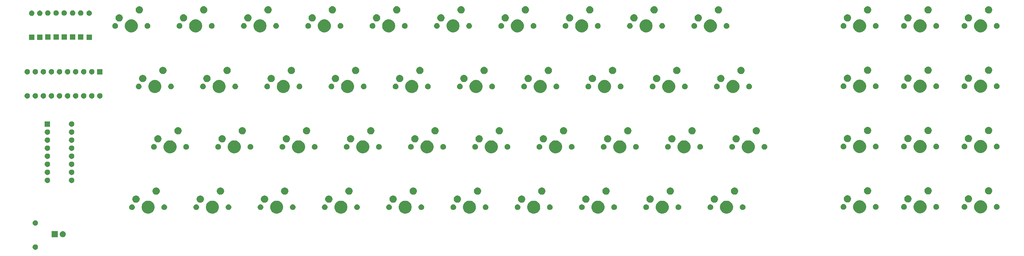
<source format=gbr>
G04 #@! TF.GenerationSoftware,KiCad,Pcbnew,(5.0.1-3-g963ef8bb5)*
G04 #@! TF.CreationDate,2020-08-18T12:47:58+01:00*
G04 #@! TF.ProjectId,ACE-keyboard,4143452D6B6579626F6172642E6B6963,v01*
G04 #@! TF.SameCoordinates,Original*
G04 #@! TF.FileFunction,Soldermask,Top*
G04 #@! TF.FilePolarity,Negative*
%FSLAX46Y46*%
G04 Gerber Fmt 4.6, Leading zero omitted, Abs format (unit mm)*
G04 Created by KiCad (PCBNEW (5.0.1-3-g963ef8bb5)) date Tuesday, 18 August 2020 at 12:47:58*
%MOMM*%
%LPD*%
G01*
G04 APERTURE LIST*
%ADD10C,0.100000*%
G04 APERTURE END LIST*
D10*
G36*
X9120321Y-96316313D02*
X9120324Y-96316314D01*
X9120325Y-96316314D01*
X9280739Y-96364975D01*
X9280741Y-96364976D01*
X9280744Y-96364977D01*
X9428578Y-96443995D01*
X9558159Y-96550341D01*
X9664505Y-96679922D01*
X9743523Y-96827756D01*
X9792187Y-96988179D01*
X9808617Y-97155000D01*
X9792187Y-97321821D01*
X9743523Y-97482244D01*
X9664505Y-97630078D01*
X9558159Y-97759659D01*
X9428578Y-97866005D01*
X9280744Y-97945023D01*
X9280741Y-97945024D01*
X9280739Y-97945025D01*
X9120325Y-97993686D01*
X9120324Y-97993686D01*
X9120321Y-97993687D01*
X8995304Y-98006000D01*
X8911696Y-98006000D01*
X8786679Y-97993687D01*
X8786676Y-97993686D01*
X8786675Y-97993686D01*
X8626261Y-97945025D01*
X8626259Y-97945024D01*
X8626256Y-97945023D01*
X8478422Y-97866005D01*
X8348841Y-97759659D01*
X8242495Y-97630078D01*
X8163477Y-97482244D01*
X8114813Y-97321821D01*
X8098383Y-97155000D01*
X8114813Y-96988179D01*
X8163477Y-96827756D01*
X8242495Y-96679922D01*
X8348841Y-96550341D01*
X8478422Y-96443995D01*
X8626256Y-96364977D01*
X8626259Y-96364976D01*
X8626261Y-96364975D01*
X8786675Y-96316314D01*
X8786676Y-96316314D01*
X8786679Y-96316313D01*
X8911696Y-96304000D01*
X8995304Y-96304000D01*
X9120321Y-96316313D01*
X9120321Y-96316313D01*
G37*
G36*
X16000500Y-94042000D02*
X14098500Y-94042000D01*
X14098500Y-92140000D01*
X16000500Y-92140000D01*
X16000500Y-94042000D01*
X16000500Y-94042000D01*
G37*
G36*
X17866896Y-92176546D02*
X18039966Y-92248234D01*
X18195730Y-92352312D01*
X18328188Y-92484770D01*
X18432266Y-92640534D01*
X18503954Y-92813604D01*
X18540500Y-92997333D01*
X18540500Y-93184667D01*
X18503954Y-93368396D01*
X18432266Y-93541466D01*
X18328188Y-93697230D01*
X18195730Y-93829688D01*
X18039966Y-93933766D01*
X17866896Y-94005454D01*
X17683167Y-94042000D01*
X17495833Y-94042000D01*
X17312104Y-94005454D01*
X17139034Y-93933766D01*
X16983270Y-93829688D01*
X16850812Y-93697230D01*
X16746734Y-93541466D01*
X16675046Y-93368396D01*
X16638500Y-93184667D01*
X16638500Y-92997333D01*
X16675046Y-92813604D01*
X16746734Y-92640534D01*
X16850812Y-92484770D01*
X16983270Y-92352312D01*
X17139034Y-92248234D01*
X17312104Y-92176546D01*
X17495833Y-92140000D01*
X17683167Y-92140000D01*
X17866896Y-92176546D01*
X17866896Y-92176546D01*
G37*
G36*
X9201728Y-88716703D02*
X9356600Y-88780853D01*
X9495981Y-88873985D01*
X9614515Y-88992519D01*
X9707647Y-89131900D01*
X9771797Y-89286772D01*
X9804500Y-89451184D01*
X9804500Y-89618816D01*
X9771797Y-89783228D01*
X9707647Y-89938100D01*
X9614515Y-90077481D01*
X9495981Y-90196015D01*
X9356600Y-90289147D01*
X9201728Y-90353297D01*
X9037316Y-90386000D01*
X8869684Y-90386000D01*
X8705272Y-90353297D01*
X8550400Y-90289147D01*
X8411019Y-90196015D01*
X8292485Y-90077481D01*
X8199353Y-89938100D01*
X8135203Y-89783228D01*
X8102500Y-89618816D01*
X8102500Y-89451184D01*
X8135203Y-89286772D01*
X8199353Y-89131900D01*
X8292485Y-88992519D01*
X8411019Y-88873985D01*
X8550400Y-88780853D01*
X8705272Y-88716703D01*
X8869684Y-88684000D01*
X9037316Y-88684000D01*
X9201728Y-88716703D01*
X9201728Y-88716703D01*
G37*
G36*
X146269972Y-82582818D02*
X146269974Y-82582819D01*
X146269975Y-82582819D01*
X146643233Y-82737427D01*
X146938926Y-82935003D01*
X146979159Y-82961886D01*
X147264834Y-83247561D01*
X147264836Y-83247564D01*
X147489293Y-83583487D01*
X147612380Y-83880646D01*
X147643902Y-83956748D01*
X147722720Y-84352993D01*
X147722720Y-84757007D01*
X147648656Y-85129354D01*
X147643901Y-85153255D01*
X147489293Y-85526513D01*
X147489292Y-85526514D01*
X147264834Y-85862439D01*
X146979159Y-86148114D01*
X146979156Y-86148116D01*
X146643233Y-86372573D01*
X146269975Y-86527181D01*
X146269974Y-86527181D01*
X146269972Y-86527182D01*
X145873727Y-86606000D01*
X145469713Y-86606000D01*
X145073468Y-86527182D01*
X145073466Y-86527181D01*
X145073465Y-86527181D01*
X144700207Y-86372573D01*
X144364284Y-86148116D01*
X144364281Y-86148114D01*
X144078606Y-85862439D01*
X143854148Y-85526514D01*
X143854147Y-85526513D01*
X143699539Y-85153255D01*
X143694785Y-85129354D01*
X143620720Y-84757007D01*
X143620720Y-84352993D01*
X143699538Y-83956748D01*
X143731060Y-83880646D01*
X143854147Y-83583487D01*
X144078604Y-83247564D01*
X144078606Y-83247561D01*
X144364281Y-82961886D01*
X144404514Y-82935003D01*
X144700207Y-82737427D01*
X145073465Y-82582819D01*
X145073466Y-82582819D01*
X145073468Y-82582818D01*
X145469713Y-82504000D01*
X145873727Y-82504000D01*
X146269972Y-82582818D01*
X146269972Y-82582818D01*
G37*
G36*
X126030028Y-82582818D02*
X126030030Y-82582819D01*
X126030031Y-82582819D01*
X126403289Y-82737427D01*
X126698982Y-82935003D01*
X126739215Y-82961886D01*
X127024890Y-83247561D01*
X127024892Y-83247564D01*
X127249349Y-83583487D01*
X127372436Y-83880646D01*
X127403958Y-83956748D01*
X127482776Y-84352993D01*
X127482776Y-84757007D01*
X127408712Y-85129354D01*
X127403957Y-85153255D01*
X127249349Y-85526513D01*
X127249348Y-85526514D01*
X127024890Y-85862439D01*
X126739215Y-86148114D01*
X126739212Y-86148116D01*
X126403289Y-86372573D01*
X126030031Y-86527181D01*
X126030030Y-86527181D01*
X126030028Y-86527182D01*
X125633783Y-86606000D01*
X125229769Y-86606000D01*
X124833524Y-86527182D01*
X124833522Y-86527181D01*
X124833521Y-86527181D01*
X124460263Y-86372573D01*
X124124340Y-86148116D01*
X124124337Y-86148114D01*
X123838662Y-85862439D01*
X123614204Y-85526514D01*
X123614203Y-85526513D01*
X123459595Y-85153255D01*
X123454841Y-85129354D01*
X123380776Y-84757007D01*
X123380776Y-84352993D01*
X123459594Y-83956748D01*
X123491116Y-83880646D01*
X123614203Y-83583487D01*
X123838660Y-83247564D01*
X123838662Y-83247561D01*
X124124337Y-82961886D01*
X124164570Y-82935003D01*
X124460263Y-82737427D01*
X124833521Y-82582819D01*
X124833522Y-82582819D01*
X124833524Y-82582818D01*
X125229769Y-82504000D01*
X125633783Y-82504000D01*
X126030028Y-82582818D01*
X126030028Y-82582818D01*
G37*
G36*
X105790084Y-82582818D02*
X105790086Y-82582819D01*
X105790087Y-82582819D01*
X106163345Y-82737427D01*
X106459038Y-82935003D01*
X106499271Y-82961886D01*
X106784946Y-83247561D01*
X106784948Y-83247564D01*
X107009405Y-83583487D01*
X107132492Y-83880646D01*
X107164014Y-83956748D01*
X107242832Y-84352993D01*
X107242832Y-84757007D01*
X107168768Y-85129354D01*
X107164013Y-85153255D01*
X107009405Y-85526513D01*
X107009404Y-85526514D01*
X106784946Y-85862439D01*
X106499271Y-86148114D01*
X106499268Y-86148116D01*
X106163345Y-86372573D01*
X105790087Y-86527181D01*
X105790086Y-86527181D01*
X105790084Y-86527182D01*
X105393839Y-86606000D01*
X104989825Y-86606000D01*
X104593580Y-86527182D01*
X104593578Y-86527181D01*
X104593577Y-86527181D01*
X104220319Y-86372573D01*
X103884396Y-86148116D01*
X103884393Y-86148114D01*
X103598718Y-85862439D01*
X103374260Y-85526514D01*
X103374259Y-85526513D01*
X103219651Y-85153255D01*
X103214897Y-85129354D01*
X103140832Y-84757007D01*
X103140832Y-84352993D01*
X103219650Y-83956748D01*
X103251172Y-83880646D01*
X103374259Y-83583487D01*
X103598716Y-83247564D01*
X103598718Y-83247561D01*
X103884393Y-82961886D01*
X103924626Y-82935003D01*
X104220319Y-82737427D01*
X104593577Y-82582819D01*
X104593578Y-82582819D01*
X104593580Y-82582818D01*
X104989825Y-82504000D01*
X105393839Y-82504000D01*
X105790084Y-82582818D01*
X105790084Y-82582818D01*
G37*
G36*
X85550140Y-82582818D02*
X85550142Y-82582819D01*
X85550143Y-82582819D01*
X85923401Y-82737427D01*
X86219094Y-82935003D01*
X86259327Y-82961886D01*
X86545002Y-83247561D01*
X86545004Y-83247564D01*
X86769461Y-83583487D01*
X86892548Y-83880646D01*
X86924070Y-83956748D01*
X87002888Y-84352993D01*
X87002888Y-84757007D01*
X86928824Y-85129354D01*
X86924069Y-85153255D01*
X86769461Y-85526513D01*
X86769460Y-85526514D01*
X86545002Y-85862439D01*
X86259327Y-86148114D01*
X86259324Y-86148116D01*
X85923401Y-86372573D01*
X85550143Y-86527181D01*
X85550142Y-86527181D01*
X85550140Y-86527182D01*
X85153895Y-86606000D01*
X84749881Y-86606000D01*
X84353636Y-86527182D01*
X84353634Y-86527181D01*
X84353633Y-86527181D01*
X83980375Y-86372573D01*
X83644452Y-86148116D01*
X83644449Y-86148114D01*
X83358774Y-85862439D01*
X83134316Y-85526514D01*
X83134315Y-85526513D01*
X82979707Y-85153255D01*
X82974953Y-85129354D01*
X82900888Y-84757007D01*
X82900888Y-84352993D01*
X82979706Y-83956748D01*
X83011228Y-83880646D01*
X83134315Y-83583487D01*
X83358772Y-83247564D01*
X83358774Y-83247561D01*
X83644449Y-82961886D01*
X83684682Y-82935003D01*
X83980375Y-82737427D01*
X84353633Y-82582819D01*
X84353634Y-82582819D01*
X84353636Y-82582818D01*
X84749881Y-82504000D01*
X85153895Y-82504000D01*
X85550140Y-82582818D01*
X85550140Y-82582818D01*
G37*
G36*
X65310196Y-82582818D02*
X65310198Y-82582819D01*
X65310199Y-82582819D01*
X65683457Y-82737427D01*
X65979150Y-82935003D01*
X66019383Y-82961886D01*
X66305058Y-83247561D01*
X66305060Y-83247564D01*
X66529517Y-83583487D01*
X66652604Y-83880646D01*
X66684126Y-83956748D01*
X66762944Y-84352993D01*
X66762944Y-84757007D01*
X66688880Y-85129354D01*
X66684125Y-85153255D01*
X66529517Y-85526513D01*
X66529516Y-85526514D01*
X66305058Y-85862439D01*
X66019383Y-86148114D01*
X66019380Y-86148116D01*
X65683457Y-86372573D01*
X65310199Y-86527181D01*
X65310198Y-86527181D01*
X65310196Y-86527182D01*
X64913951Y-86606000D01*
X64509937Y-86606000D01*
X64113692Y-86527182D01*
X64113690Y-86527181D01*
X64113689Y-86527181D01*
X63740431Y-86372573D01*
X63404508Y-86148116D01*
X63404505Y-86148114D01*
X63118830Y-85862439D01*
X62894372Y-85526514D01*
X62894371Y-85526513D01*
X62739763Y-85153255D01*
X62735009Y-85129354D01*
X62660944Y-84757007D01*
X62660944Y-84352993D01*
X62739762Y-83956748D01*
X62771284Y-83880646D01*
X62894371Y-83583487D01*
X63118828Y-83247564D01*
X63118830Y-83247561D01*
X63404505Y-82961886D01*
X63444738Y-82935003D01*
X63740431Y-82737427D01*
X64113689Y-82582819D01*
X64113690Y-82582819D01*
X64113692Y-82582818D01*
X64509937Y-82504000D01*
X64913951Y-82504000D01*
X65310196Y-82582818D01*
X65310196Y-82582818D01*
G37*
G36*
X45070252Y-82582818D02*
X45070254Y-82582819D01*
X45070255Y-82582819D01*
X45443513Y-82737427D01*
X45739206Y-82935003D01*
X45779439Y-82961886D01*
X46065114Y-83247561D01*
X46065116Y-83247564D01*
X46289573Y-83583487D01*
X46412660Y-83880646D01*
X46444182Y-83956748D01*
X46523000Y-84352993D01*
X46523000Y-84757007D01*
X46448936Y-85129354D01*
X46444181Y-85153255D01*
X46289573Y-85526513D01*
X46289572Y-85526514D01*
X46065114Y-85862439D01*
X45779439Y-86148114D01*
X45779436Y-86148116D01*
X45443513Y-86372573D01*
X45070255Y-86527181D01*
X45070254Y-86527181D01*
X45070252Y-86527182D01*
X44674007Y-86606000D01*
X44269993Y-86606000D01*
X43873748Y-86527182D01*
X43873746Y-86527181D01*
X43873745Y-86527181D01*
X43500487Y-86372573D01*
X43164564Y-86148116D01*
X43164561Y-86148114D01*
X42878886Y-85862439D01*
X42654428Y-85526514D01*
X42654427Y-85526513D01*
X42499819Y-85153255D01*
X42495065Y-85129354D01*
X42421000Y-84757007D01*
X42421000Y-84352993D01*
X42499818Y-83956748D01*
X42531340Y-83880646D01*
X42654427Y-83583487D01*
X42878884Y-83247564D01*
X42878886Y-83247561D01*
X43164561Y-82961886D01*
X43204794Y-82935003D01*
X43500487Y-82737427D01*
X43873745Y-82582819D01*
X43873746Y-82582819D01*
X43873748Y-82582818D01*
X44269993Y-82504000D01*
X44674007Y-82504000D01*
X45070252Y-82582818D01*
X45070252Y-82582818D01*
G37*
G36*
X186749860Y-82582818D02*
X186749862Y-82582819D01*
X186749863Y-82582819D01*
X187123121Y-82737427D01*
X187418814Y-82935003D01*
X187459047Y-82961886D01*
X187744722Y-83247561D01*
X187744724Y-83247564D01*
X187969181Y-83583487D01*
X188092268Y-83880646D01*
X188123790Y-83956748D01*
X188202608Y-84352993D01*
X188202608Y-84757007D01*
X188128544Y-85129354D01*
X188123789Y-85153255D01*
X187969181Y-85526513D01*
X187969180Y-85526514D01*
X187744722Y-85862439D01*
X187459047Y-86148114D01*
X187459044Y-86148116D01*
X187123121Y-86372573D01*
X186749863Y-86527181D01*
X186749862Y-86527181D01*
X186749860Y-86527182D01*
X186353615Y-86606000D01*
X185949601Y-86606000D01*
X185553356Y-86527182D01*
X185553354Y-86527181D01*
X185553353Y-86527181D01*
X185180095Y-86372573D01*
X184844172Y-86148116D01*
X184844169Y-86148114D01*
X184558494Y-85862439D01*
X184334036Y-85526514D01*
X184334035Y-85526513D01*
X184179427Y-85153255D01*
X184174673Y-85129354D01*
X184100608Y-84757007D01*
X184100608Y-84352993D01*
X184179426Y-83956748D01*
X184210948Y-83880646D01*
X184334035Y-83583487D01*
X184558492Y-83247564D01*
X184558494Y-83247561D01*
X184844169Y-82961886D01*
X184884402Y-82935003D01*
X185180095Y-82737427D01*
X185553353Y-82582819D01*
X185553354Y-82582819D01*
X185553356Y-82582818D01*
X185949601Y-82504000D01*
X186353615Y-82504000D01*
X186749860Y-82582818D01*
X186749860Y-82582818D01*
G37*
G36*
X227229752Y-82582818D02*
X227229754Y-82582819D01*
X227229755Y-82582819D01*
X227603013Y-82737427D01*
X227898706Y-82935003D01*
X227938939Y-82961886D01*
X228224614Y-83247561D01*
X228224616Y-83247564D01*
X228449073Y-83583487D01*
X228572160Y-83880646D01*
X228603682Y-83956748D01*
X228682500Y-84352993D01*
X228682500Y-84757007D01*
X228608436Y-85129354D01*
X228603681Y-85153255D01*
X228449073Y-85526513D01*
X228449072Y-85526514D01*
X228224614Y-85862439D01*
X227938939Y-86148114D01*
X227938936Y-86148116D01*
X227603013Y-86372573D01*
X227229755Y-86527181D01*
X227229754Y-86527181D01*
X227229752Y-86527182D01*
X226833507Y-86606000D01*
X226429493Y-86606000D01*
X226033248Y-86527182D01*
X226033246Y-86527181D01*
X226033245Y-86527181D01*
X225659987Y-86372573D01*
X225324064Y-86148116D01*
X225324061Y-86148114D01*
X225038386Y-85862439D01*
X224813928Y-85526514D01*
X224813927Y-85526513D01*
X224659319Y-85153255D01*
X224654565Y-85129354D01*
X224580500Y-84757007D01*
X224580500Y-84352993D01*
X224659318Y-83956748D01*
X224690840Y-83880646D01*
X224813927Y-83583487D01*
X225038384Y-83247564D01*
X225038386Y-83247561D01*
X225324061Y-82961886D01*
X225364294Y-82935003D01*
X225659987Y-82737427D01*
X226033245Y-82582819D01*
X226033246Y-82582819D01*
X226033248Y-82582818D01*
X226429493Y-82504000D01*
X226833507Y-82504000D01*
X227229752Y-82582818D01*
X227229752Y-82582818D01*
G37*
G36*
X206989804Y-82582818D02*
X206989806Y-82582819D01*
X206989807Y-82582819D01*
X207363065Y-82737427D01*
X207658758Y-82935003D01*
X207698991Y-82961886D01*
X207984666Y-83247561D01*
X207984668Y-83247564D01*
X208209125Y-83583487D01*
X208332212Y-83880646D01*
X208363734Y-83956748D01*
X208442552Y-84352993D01*
X208442552Y-84757007D01*
X208368488Y-85129354D01*
X208363733Y-85153255D01*
X208209125Y-85526513D01*
X208209124Y-85526514D01*
X207984666Y-85862439D01*
X207698991Y-86148114D01*
X207698988Y-86148116D01*
X207363065Y-86372573D01*
X206989807Y-86527181D01*
X206989806Y-86527181D01*
X206989804Y-86527182D01*
X206593559Y-86606000D01*
X206189545Y-86606000D01*
X205793300Y-86527182D01*
X205793298Y-86527181D01*
X205793297Y-86527181D01*
X205420039Y-86372573D01*
X205084116Y-86148116D01*
X205084113Y-86148114D01*
X204798438Y-85862439D01*
X204573980Y-85526514D01*
X204573979Y-85526513D01*
X204419371Y-85153255D01*
X204414617Y-85129354D01*
X204340552Y-84757007D01*
X204340552Y-84352993D01*
X204419370Y-83956748D01*
X204450892Y-83880646D01*
X204573979Y-83583487D01*
X204798436Y-83247564D01*
X204798438Y-83247561D01*
X205084113Y-82961886D01*
X205124346Y-82935003D01*
X205420039Y-82737427D01*
X205793297Y-82582819D01*
X205793298Y-82582819D01*
X205793300Y-82582818D01*
X206189545Y-82504000D01*
X206593559Y-82504000D01*
X206989804Y-82582818D01*
X206989804Y-82582818D01*
G37*
G36*
X166509916Y-82582818D02*
X166509918Y-82582819D01*
X166509919Y-82582819D01*
X166883177Y-82737427D01*
X167178870Y-82935003D01*
X167219103Y-82961886D01*
X167504778Y-83247561D01*
X167504780Y-83247564D01*
X167729237Y-83583487D01*
X167852324Y-83880646D01*
X167883846Y-83956748D01*
X167962664Y-84352993D01*
X167962664Y-84757007D01*
X167888600Y-85129354D01*
X167883845Y-85153255D01*
X167729237Y-85526513D01*
X167729236Y-85526514D01*
X167504778Y-85862439D01*
X167219103Y-86148114D01*
X167219100Y-86148116D01*
X166883177Y-86372573D01*
X166509919Y-86527181D01*
X166509918Y-86527181D01*
X166509916Y-86527182D01*
X166113671Y-86606000D01*
X165709657Y-86606000D01*
X165313412Y-86527182D01*
X165313410Y-86527181D01*
X165313409Y-86527181D01*
X164940151Y-86372573D01*
X164604228Y-86148116D01*
X164604225Y-86148114D01*
X164318550Y-85862439D01*
X164094092Y-85526514D01*
X164094091Y-85526513D01*
X163939483Y-85153255D01*
X163934729Y-85129354D01*
X163860664Y-84757007D01*
X163860664Y-84352993D01*
X163939482Y-83956748D01*
X163971004Y-83880646D01*
X164094091Y-83583487D01*
X164318548Y-83247564D01*
X164318550Y-83247561D01*
X164604225Y-82961886D01*
X164644458Y-82935003D01*
X164940151Y-82737427D01*
X165313409Y-82582819D01*
X165313410Y-82582819D01*
X165313412Y-82582818D01*
X165709657Y-82504000D01*
X166113671Y-82504000D01*
X166509916Y-82582818D01*
X166509916Y-82582818D01*
G37*
G36*
X307239752Y-82482818D02*
X307239754Y-82482819D01*
X307239755Y-82482819D01*
X307613013Y-82637427D01*
X307944405Y-82858857D01*
X307948939Y-82861886D01*
X308234614Y-83147561D01*
X308234616Y-83147564D01*
X308459073Y-83483487D01*
X308613019Y-83855147D01*
X308613682Y-83856748D01*
X308692500Y-84252993D01*
X308692500Y-84657007D01*
X308618436Y-85029354D01*
X308613681Y-85053255D01*
X308459073Y-85426513D01*
X308459072Y-85426514D01*
X308234614Y-85762439D01*
X307948939Y-86048114D01*
X307948936Y-86048116D01*
X307613013Y-86272573D01*
X307239755Y-86427181D01*
X307239754Y-86427181D01*
X307239752Y-86427182D01*
X306843507Y-86506000D01*
X306439493Y-86506000D01*
X306043248Y-86427182D01*
X306043246Y-86427181D01*
X306043245Y-86427181D01*
X305669987Y-86272573D01*
X305334064Y-86048116D01*
X305334061Y-86048114D01*
X305048386Y-85762439D01*
X304823928Y-85426514D01*
X304823927Y-85426513D01*
X304669319Y-85053255D01*
X304664565Y-85029354D01*
X304590500Y-84657007D01*
X304590500Y-84252993D01*
X304669318Y-83856748D01*
X304669981Y-83855147D01*
X304823927Y-83483487D01*
X305048384Y-83147564D01*
X305048386Y-83147561D01*
X305334061Y-82861886D01*
X305338595Y-82858857D01*
X305669987Y-82637427D01*
X306043245Y-82482819D01*
X306043246Y-82482819D01*
X306043248Y-82482818D01*
X306439493Y-82404000D01*
X306843507Y-82404000D01*
X307239752Y-82482818D01*
X307239752Y-82482818D01*
G37*
G36*
X288189752Y-82482818D02*
X288189754Y-82482819D01*
X288189755Y-82482819D01*
X288563013Y-82637427D01*
X288894405Y-82858857D01*
X288898939Y-82861886D01*
X289184614Y-83147561D01*
X289184616Y-83147564D01*
X289409073Y-83483487D01*
X289563019Y-83855147D01*
X289563682Y-83856748D01*
X289642500Y-84252993D01*
X289642500Y-84657007D01*
X289568436Y-85029354D01*
X289563681Y-85053255D01*
X289409073Y-85426513D01*
X289409072Y-85426514D01*
X289184614Y-85762439D01*
X288898939Y-86048114D01*
X288898936Y-86048116D01*
X288563013Y-86272573D01*
X288189755Y-86427181D01*
X288189754Y-86427181D01*
X288189752Y-86427182D01*
X287793507Y-86506000D01*
X287389493Y-86506000D01*
X286993248Y-86427182D01*
X286993246Y-86427181D01*
X286993245Y-86427181D01*
X286619987Y-86272573D01*
X286284064Y-86048116D01*
X286284061Y-86048114D01*
X285998386Y-85762439D01*
X285773928Y-85426514D01*
X285773927Y-85426513D01*
X285619319Y-85053255D01*
X285614565Y-85029354D01*
X285540500Y-84657007D01*
X285540500Y-84252993D01*
X285619318Y-83856748D01*
X285619981Y-83855147D01*
X285773927Y-83483487D01*
X285998384Y-83147564D01*
X285998386Y-83147561D01*
X286284061Y-82861886D01*
X286288595Y-82858857D01*
X286619987Y-82637427D01*
X286993245Y-82482819D01*
X286993246Y-82482819D01*
X286993248Y-82482818D01*
X287389493Y-82404000D01*
X287793507Y-82404000D01*
X288189752Y-82482818D01*
X288189752Y-82482818D01*
G37*
G36*
X269139752Y-82482818D02*
X269139754Y-82482819D01*
X269139755Y-82482819D01*
X269513013Y-82637427D01*
X269844405Y-82858857D01*
X269848939Y-82861886D01*
X270134614Y-83147561D01*
X270134616Y-83147564D01*
X270359073Y-83483487D01*
X270513019Y-83855147D01*
X270513682Y-83856748D01*
X270592500Y-84252993D01*
X270592500Y-84657007D01*
X270518436Y-85029354D01*
X270513681Y-85053255D01*
X270359073Y-85426513D01*
X270359072Y-85426514D01*
X270134614Y-85762439D01*
X269848939Y-86048114D01*
X269848936Y-86048116D01*
X269513013Y-86272573D01*
X269139755Y-86427181D01*
X269139754Y-86427181D01*
X269139752Y-86427182D01*
X268743507Y-86506000D01*
X268339493Y-86506000D01*
X267943248Y-86427182D01*
X267943246Y-86427181D01*
X267943245Y-86427181D01*
X267569987Y-86272573D01*
X267234064Y-86048116D01*
X267234061Y-86048114D01*
X266948386Y-85762439D01*
X266723928Y-85426514D01*
X266723927Y-85426513D01*
X266569319Y-85053255D01*
X266564565Y-85029354D01*
X266490500Y-84657007D01*
X266490500Y-84252993D01*
X266569318Y-83856748D01*
X266569981Y-83855147D01*
X266723927Y-83483487D01*
X266948384Y-83147564D01*
X266948386Y-83147561D01*
X267234061Y-82861886D01*
X267238595Y-82858857D01*
X267569987Y-82637427D01*
X267943245Y-82482819D01*
X267943246Y-82482819D01*
X267943248Y-82482818D01*
X268339493Y-82404000D01*
X268743507Y-82404000D01*
X269139752Y-82482818D01*
X269139752Y-82482818D01*
G37*
G36*
X59894756Y-83688624D02*
X60058728Y-83756544D01*
X60206298Y-83855147D01*
X60331797Y-83980646D01*
X60430400Y-84128216D01*
X60498320Y-84292188D01*
X60532944Y-84466259D01*
X60532944Y-84643741D01*
X60498320Y-84817812D01*
X60430400Y-84981784D01*
X60331797Y-85129354D01*
X60206298Y-85254853D01*
X60058728Y-85353456D01*
X59894756Y-85421376D01*
X59720685Y-85456000D01*
X59543203Y-85456000D01*
X59369132Y-85421376D01*
X59205160Y-85353456D01*
X59057590Y-85254853D01*
X58932091Y-85129354D01*
X58833488Y-84981784D01*
X58765568Y-84817812D01*
X58730944Y-84643741D01*
X58730944Y-84466259D01*
X58765568Y-84292188D01*
X58833488Y-84128216D01*
X58932091Y-83980646D01*
X59057590Y-83855147D01*
X59205160Y-83756544D01*
X59369132Y-83688624D01*
X59543203Y-83654000D01*
X59720685Y-83654000D01*
X59894756Y-83688624D01*
X59894756Y-83688624D01*
G37*
G36*
X49814812Y-83688624D02*
X49978784Y-83756544D01*
X50126354Y-83855147D01*
X50251853Y-83980646D01*
X50350456Y-84128216D01*
X50418376Y-84292188D01*
X50453000Y-84466259D01*
X50453000Y-84643741D01*
X50418376Y-84817812D01*
X50350456Y-84981784D01*
X50251853Y-85129354D01*
X50126354Y-85254853D01*
X49978784Y-85353456D01*
X49814812Y-85421376D01*
X49640741Y-85456000D01*
X49463259Y-85456000D01*
X49289188Y-85421376D01*
X49125216Y-85353456D01*
X48977646Y-85254853D01*
X48852147Y-85129354D01*
X48753544Y-84981784D01*
X48685624Y-84817812D01*
X48651000Y-84643741D01*
X48651000Y-84466259D01*
X48685624Y-84292188D01*
X48753544Y-84128216D01*
X48852147Y-83980646D01*
X48977646Y-83855147D01*
X49125216Y-83756544D01*
X49289188Y-83688624D01*
X49463259Y-83654000D01*
X49640741Y-83654000D01*
X49814812Y-83688624D01*
X49814812Y-83688624D01*
G37*
G36*
X39654812Y-83688624D02*
X39818784Y-83756544D01*
X39966354Y-83855147D01*
X40091853Y-83980646D01*
X40190456Y-84128216D01*
X40258376Y-84292188D01*
X40293000Y-84466259D01*
X40293000Y-84643741D01*
X40258376Y-84817812D01*
X40190456Y-84981784D01*
X40091853Y-85129354D01*
X39966354Y-85254853D01*
X39818784Y-85353456D01*
X39654812Y-85421376D01*
X39480741Y-85456000D01*
X39303259Y-85456000D01*
X39129188Y-85421376D01*
X38965216Y-85353456D01*
X38817646Y-85254853D01*
X38692147Y-85129354D01*
X38593544Y-84981784D01*
X38525624Y-84817812D01*
X38491000Y-84643741D01*
X38491000Y-84466259D01*
X38525624Y-84292188D01*
X38593544Y-84128216D01*
X38692147Y-83980646D01*
X38817646Y-83855147D01*
X38965216Y-83756544D01*
X39129188Y-83688624D01*
X39303259Y-83654000D01*
X39480741Y-83654000D01*
X39654812Y-83688624D01*
X39654812Y-83688624D01*
G37*
G36*
X70054756Y-83688624D02*
X70218728Y-83756544D01*
X70366298Y-83855147D01*
X70491797Y-83980646D01*
X70590400Y-84128216D01*
X70658320Y-84292188D01*
X70692944Y-84466259D01*
X70692944Y-84643741D01*
X70658320Y-84817812D01*
X70590400Y-84981784D01*
X70491797Y-85129354D01*
X70366298Y-85254853D01*
X70218728Y-85353456D01*
X70054756Y-85421376D01*
X69880685Y-85456000D01*
X69703203Y-85456000D01*
X69529132Y-85421376D01*
X69365160Y-85353456D01*
X69217590Y-85254853D01*
X69092091Y-85129354D01*
X68993488Y-84981784D01*
X68925568Y-84817812D01*
X68890944Y-84643741D01*
X68890944Y-84466259D01*
X68925568Y-84292188D01*
X68993488Y-84128216D01*
X69092091Y-83980646D01*
X69217590Y-83855147D01*
X69365160Y-83756544D01*
X69529132Y-83688624D01*
X69703203Y-83654000D01*
X69880685Y-83654000D01*
X70054756Y-83688624D01*
X70054756Y-83688624D01*
G37*
G36*
X161094476Y-83688624D02*
X161258448Y-83756544D01*
X161406018Y-83855147D01*
X161531517Y-83980646D01*
X161630120Y-84128216D01*
X161698040Y-84292188D01*
X161732664Y-84466259D01*
X161732664Y-84643741D01*
X161698040Y-84817812D01*
X161630120Y-84981784D01*
X161531517Y-85129354D01*
X161406018Y-85254853D01*
X161258448Y-85353456D01*
X161094476Y-85421376D01*
X160920405Y-85456000D01*
X160742923Y-85456000D01*
X160568852Y-85421376D01*
X160404880Y-85353456D01*
X160257310Y-85254853D01*
X160131811Y-85129354D01*
X160033208Y-84981784D01*
X159965288Y-84817812D01*
X159930664Y-84643741D01*
X159930664Y-84466259D01*
X159965288Y-84292188D01*
X160033208Y-84128216D01*
X160131811Y-83980646D01*
X160257310Y-83855147D01*
X160404880Y-83756544D01*
X160568852Y-83688624D01*
X160742923Y-83654000D01*
X160920405Y-83654000D01*
X161094476Y-83688624D01*
X161094476Y-83688624D01*
G37*
G36*
X171254476Y-83688624D02*
X171418448Y-83756544D01*
X171566018Y-83855147D01*
X171691517Y-83980646D01*
X171790120Y-84128216D01*
X171858040Y-84292188D01*
X171892664Y-84466259D01*
X171892664Y-84643741D01*
X171858040Y-84817812D01*
X171790120Y-84981784D01*
X171691517Y-85129354D01*
X171566018Y-85254853D01*
X171418448Y-85353456D01*
X171254476Y-85421376D01*
X171080405Y-85456000D01*
X170902923Y-85456000D01*
X170728852Y-85421376D01*
X170564880Y-85353456D01*
X170417310Y-85254853D01*
X170291811Y-85129354D01*
X170193208Y-84981784D01*
X170125288Y-84817812D01*
X170090664Y-84643741D01*
X170090664Y-84466259D01*
X170125288Y-84292188D01*
X170193208Y-84128216D01*
X170291811Y-83980646D01*
X170417310Y-83855147D01*
X170564880Y-83756544D01*
X170728852Y-83688624D01*
X170902923Y-83654000D01*
X171080405Y-83654000D01*
X171254476Y-83688624D01*
X171254476Y-83688624D01*
G37*
G36*
X80134700Y-83688624D02*
X80298672Y-83756544D01*
X80446242Y-83855147D01*
X80571741Y-83980646D01*
X80670344Y-84128216D01*
X80738264Y-84292188D01*
X80772888Y-84466259D01*
X80772888Y-84643741D01*
X80738264Y-84817812D01*
X80670344Y-84981784D01*
X80571741Y-85129354D01*
X80446242Y-85254853D01*
X80298672Y-85353456D01*
X80134700Y-85421376D01*
X79960629Y-85456000D01*
X79783147Y-85456000D01*
X79609076Y-85421376D01*
X79445104Y-85353456D01*
X79297534Y-85254853D01*
X79172035Y-85129354D01*
X79073432Y-84981784D01*
X79005512Y-84817812D01*
X78970888Y-84643741D01*
X78970888Y-84466259D01*
X79005512Y-84292188D01*
X79073432Y-84128216D01*
X79172035Y-83980646D01*
X79297534Y-83855147D01*
X79445104Y-83756544D01*
X79609076Y-83688624D01*
X79783147Y-83654000D01*
X79960629Y-83654000D01*
X80134700Y-83688624D01*
X80134700Y-83688624D01*
G37*
G36*
X90294700Y-83688624D02*
X90458672Y-83756544D01*
X90606242Y-83855147D01*
X90731741Y-83980646D01*
X90830344Y-84128216D01*
X90898264Y-84292188D01*
X90932888Y-84466259D01*
X90932888Y-84643741D01*
X90898264Y-84817812D01*
X90830344Y-84981784D01*
X90731741Y-85129354D01*
X90606242Y-85254853D01*
X90458672Y-85353456D01*
X90294700Y-85421376D01*
X90120629Y-85456000D01*
X89943147Y-85456000D01*
X89769076Y-85421376D01*
X89605104Y-85353456D01*
X89457534Y-85254853D01*
X89332035Y-85129354D01*
X89233432Y-84981784D01*
X89165512Y-84817812D01*
X89130888Y-84643741D01*
X89130888Y-84466259D01*
X89165512Y-84292188D01*
X89233432Y-84128216D01*
X89332035Y-83980646D01*
X89457534Y-83855147D01*
X89605104Y-83756544D01*
X89769076Y-83688624D01*
X89943147Y-83654000D01*
X90120629Y-83654000D01*
X90294700Y-83688624D01*
X90294700Y-83688624D01*
G37*
G36*
X100374644Y-83688624D02*
X100538616Y-83756544D01*
X100686186Y-83855147D01*
X100811685Y-83980646D01*
X100910288Y-84128216D01*
X100978208Y-84292188D01*
X101012832Y-84466259D01*
X101012832Y-84643741D01*
X100978208Y-84817812D01*
X100910288Y-84981784D01*
X100811685Y-85129354D01*
X100686186Y-85254853D01*
X100538616Y-85353456D01*
X100374644Y-85421376D01*
X100200573Y-85456000D01*
X100023091Y-85456000D01*
X99849020Y-85421376D01*
X99685048Y-85353456D01*
X99537478Y-85254853D01*
X99411979Y-85129354D01*
X99313376Y-84981784D01*
X99245456Y-84817812D01*
X99210832Y-84643741D01*
X99210832Y-84466259D01*
X99245456Y-84292188D01*
X99313376Y-84128216D01*
X99411979Y-83980646D01*
X99537478Y-83855147D01*
X99685048Y-83756544D01*
X99849020Y-83688624D01*
X100023091Y-83654000D01*
X100200573Y-83654000D01*
X100374644Y-83688624D01*
X100374644Y-83688624D01*
G37*
G36*
X110534644Y-83688624D02*
X110698616Y-83756544D01*
X110846186Y-83855147D01*
X110971685Y-83980646D01*
X111070288Y-84128216D01*
X111138208Y-84292188D01*
X111172832Y-84466259D01*
X111172832Y-84643741D01*
X111138208Y-84817812D01*
X111070288Y-84981784D01*
X110971685Y-85129354D01*
X110846186Y-85254853D01*
X110698616Y-85353456D01*
X110534644Y-85421376D01*
X110360573Y-85456000D01*
X110183091Y-85456000D01*
X110009020Y-85421376D01*
X109845048Y-85353456D01*
X109697478Y-85254853D01*
X109571979Y-85129354D01*
X109473376Y-84981784D01*
X109405456Y-84817812D01*
X109370832Y-84643741D01*
X109370832Y-84466259D01*
X109405456Y-84292188D01*
X109473376Y-84128216D01*
X109571979Y-83980646D01*
X109697478Y-83855147D01*
X109845048Y-83756544D01*
X110009020Y-83688624D01*
X110183091Y-83654000D01*
X110360573Y-83654000D01*
X110534644Y-83688624D01*
X110534644Y-83688624D01*
G37*
G36*
X120614588Y-83688624D02*
X120778560Y-83756544D01*
X120926130Y-83855147D01*
X121051629Y-83980646D01*
X121150232Y-84128216D01*
X121218152Y-84292188D01*
X121252776Y-84466259D01*
X121252776Y-84643741D01*
X121218152Y-84817812D01*
X121150232Y-84981784D01*
X121051629Y-85129354D01*
X120926130Y-85254853D01*
X120778560Y-85353456D01*
X120614588Y-85421376D01*
X120440517Y-85456000D01*
X120263035Y-85456000D01*
X120088964Y-85421376D01*
X119924992Y-85353456D01*
X119777422Y-85254853D01*
X119651923Y-85129354D01*
X119553320Y-84981784D01*
X119485400Y-84817812D01*
X119450776Y-84643741D01*
X119450776Y-84466259D01*
X119485400Y-84292188D01*
X119553320Y-84128216D01*
X119651923Y-83980646D01*
X119777422Y-83855147D01*
X119924992Y-83756544D01*
X120088964Y-83688624D01*
X120263035Y-83654000D01*
X120440517Y-83654000D01*
X120614588Y-83688624D01*
X120614588Y-83688624D01*
G37*
G36*
X130774588Y-83688624D02*
X130938560Y-83756544D01*
X131086130Y-83855147D01*
X131211629Y-83980646D01*
X131310232Y-84128216D01*
X131378152Y-84292188D01*
X131412776Y-84466259D01*
X131412776Y-84643741D01*
X131378152Y-84817812D01*
X131310232Y-84981784D01*
X131211629Y-85129354D01*
X131086130Y-85254853D01*
X130938560Y-85353456D01*
X130774588Y-85421376D01*
X130600517Y-85456000D01*
X130423035Y-85456000D01*
X130248964Y-85421376D01*
X130084992Y-85353456D01*
X129937422Y-85254853D01*
X129811923Y-85129354D01*
X129713320Y-84981784D01*
X129645400Y-84817812D01*
X129610776Y-84643741D01*
X129610776Y-84466259D01*
X129645400Y-84292188D01*
X129713320Y-84128216D01*
X129811923Y-83980646D01*
X129937422Y-83855147D01*
X130084992Y-83756544D01*
X130248964Y-83688624D01*
X130423035Y-83654000D01*
X130600517Y-83654000D01*
X130774588Y-83688624D01*
X130774588Y-83688624D01*
G37*
G36*
X140854532Y-83688624D02*
X141018504Y-83756544D01*
X141166074Y-83855147D01*
X141291573Y-83980646D01*
X141390176Y-84128216D01*
X141458096Y-84292188D01*
X141492720Y-84466259D01*
X141492720Y-84643741D01*
X141458096Y-84817812D01*
X141390176Y-84981784D01*
X141291573Y-85129354D01*
X141166074Y-85254853D01*
X141018504Y-85353456D01*
X140854532Y-85421376D01*
X140680461Y-85456000D01*
X140502979Y-85456000D01*
X140328908Y-85421376D01*
X140164936Y-85353456D01*
X140017366Y-85254853D01*
X139891867Y-85129354D01*
X139793264Y-84981784D01*
X139725344Y-84817812D01*
X139690720Y-84643741D01*
X139690720Y-84466259D01*
X139725344Y-84292188D01*
X139793264Y-84128216D01*
X139891867Y-83980646D01*
X140017366Y-83855147D01*
X140164936Y-83756544D01*
X140328908Y-83688624D01*
X140502979Y-83654000D01*
X140680461Y-83654000D01*
X140854532Y-83688624D01*
X140854532Y-83688624D01*
G37*
G36*
X151014532Y-83688624D02*
X151178504Y-83756544D01*
X151326074Y-83855147D01*
X151451573Y-83980646D01*
X151550176Y-84128216D01*
X151618096Y-84292188D01*
X151652720Y-84466259D01*
X151652720Y-84643741D01*
X151618096Y-84817812D01*
X151550176Y-84981784D01*
X151451573Y-85129354D01*
X151326074Y-85254853D01*
X151178504Y-85353456D01*
X151014532Y-85421376D01*
X150840461Y-85456000D01*
X150662979Y-85456000D01*
X150488908Y-85421376D01*
X150324936Y-85353456D01*
X150177366Y-85254853D01*
X150051867Y-85129354D01*
X149953264Y-84981784D01*
X149885344Y-84817812D01*
X149850720Y-84643741D01*
X149850720Y-84466259D01*
X149885344Y-84292188D01*
X149953264Y-84128216D01*
X150051867Y-83980646D01*
X150177366Y-83855147D01*
X150324936Y-83756544D01*
X150488908Y-83688624D01*
X150662979Y-83654000D01*
X150840461Y-83654000D01*
X151014532Y-83688624D01*
X151014532Y-83688624D01*
G37*
G36*
X201574364Y-83688624D02*
X201738336Y-83756544D01*
X201885906Y-83855147D01*
X202011405Y-83980646D01*
X202110008Y-84128216D01*
X202177928Y-84292188D01*
X202212552Y-84466259D01*
X202212552Y-84643741D01*
X202177928Y-84817812D01*
X202110008Y-84981784D01*
X202011405Y-85129354D01*
X201885906Y-85254853D01*
X201738336Y-85353456D01*
X201574364Y-85421376D01*
X201400293Y-85456000D01*
X201222811Y-85456000D01*
X201048740Y-85421376D01*
X200884768Y-85353456D01*
X200737198Y-85254853D01*
X200611699Y-85129354D01*
X200513096Y-84981784D01*
X200445176Y-84817812D01*
X200410552Y-84643741D01*
X200410552Y-84466259D01*
X200445176Y-84292188D01*
X200513096Y-84128216D01*
X200611699Y-83980646D01*
X200737198Y-83855147D01*
X200884768Y-83756544D01*
X201048740Y-83688624D01*
X201222811Y-83654000D01*
X201400293Y-83654000D01*
X201574364Y-83688624D01*
X201574364Y-83688624D01*
G37*
G36*
X231974312Y-83688624D02*
X232138284Y-83756544D01*
X232285854Y-83855147D01*
X232411353Y-83980646D01*
X232509956Y-84128216D01*
X232577876Y-84292188D01*
X232612500Y-84466259D01*
X232612500Y-84643741D01*
X232577876Y-84817812D01*
X232509956Y-84981784D01*
X232411353Y-85129354D01*
X232285854Y-85254853D01*
X232138284Y-85353456D01*
X231974312Y-85421376D01*
X231800241Y-85456000D01*
X231622759Y-85456000D01*
X231448688Y-85421376D01*
X231284716Y-85353456D01*
X231137146Y-85254853D01*
X231011647Y-85129354D01*
X230913044Y-84981784D01*
X230845124Y-84817812D01*
X230810500Y-84643741D01*
X230810500Y-84466259D01*
X230845124Y-84292188D01*
X230913044Y-84128216D01*
X231011647Y-83980646D01*
X231137146Y-83855147D01*
X231284716Y-83756544D01*
X231448688Y-83688624D01*
X231622759Y-83654000D01*
X231800241Y-83654000D01*
X231974312Y-83688624D01*
X231974312Y-83688624D01*
G37*
G36*
X221814312Y-83688624D02*
X221978284Y-83756544D01*
X222125854Y-83855147D01*
X222251353Y-83980646D01*
X222349956Y-84128216D01*
X222417876Y-84292188D01*
X222452500Y-84466259D01*
X222452500Y-84643741D01*
X222417876Y-84817812D01*
X222349956Y-84981784D01*
X222251353Y-85129354D01*
X222125854Y-85254853D01*
X221978284Y-85353456D01*
X221814312Y-85421376D01*
X221640241Y-85456000D01*
X221462759Y-85456000D01*
X221288688Y-85421376D01*
X221124716Y-85353456D01*
X220977146Y-85254853D01*
X220851647Y-85129354D01*
X220753044Y-84981784D01*
X220685124Y-84817812D01*
X220650500Y-84643741D01*
X220650500Y-84466259D01*
X220685124Y-84292188D01*
X220753044Y-84128216D01*
X220851647Y-83980646D01*
X220977146Y-83855147D01*
X221124716Y-83756544D01*
X221288688Y-83688624D01*
X221462759Y-83654000D01*
X221640241Y-83654000D01*
X221814312Y-83688624D01*
X221814312Y-83688624D01*
G37*
G36*
X181334420Y-83688624D02*
X181498392Y-83756544D01*
X181645962Y-83855147D01*
X181771461Y-83980646D01*
X181870064Y-84128216D01*
X181937984Y-84292188D01*
X181972608Y-84466259D01*
X181972608Y-84643741D01*
X181937984Y-84817812D01*
X181870064Y-84981784D01*
X181771461Y-85129354D01*
X181645962Y-85254853D01*
X181498392Y-85353456D01*
X181334420Y-85421376D01*
X181160349Y-85456000D01*
X180982867Y-85456000D01*
X180808796Y-85421376D01*
X180644824Y-85353456D01*
X180497254Y-85254853D01*
X180371755Y-85129354D01*
X180273152Y-84981784D01*
X180205232Y-84817812D01*
X180170608Y-84643741D01*
X180170608Y-84466259D01*
X180205232Y-84292188D01*
X180273152Y-84128216D01*
X180371755Y-83980646D01*
X180497254Y-83855147D01*
X180644824Y-83756544D01*
X180808796Y-83688624D01*
X180982867Y-83654000D01*
X181160349Y-83654000D01*
X181334420Y-83688624D01*
X181334420Y-83688624D01*
G37*
G36*
X191494420Y-83688624D02*
X191658392Y-83756544D01*
X191805962Y-83855147D01*
X191931461Y-83980646D01*
X192030064Y-84128216D01*
X192097984Y-84292188D01*
X192132608Y-84466259D01*
X192132608Y-84643741D01*
X192097984Y-84817812D01*
X192030064Y-84981784D01*
X191931461Y-85129354D01*
X191805962Y-85254853D01*
X191658392Y-85353456D01*
X191494420Y-85421376D01*
X191320349Y-85456000D01*
X191142867Y-85456000D01*
X190968796Y-85421376D01*
X190804824Y-85353456D01*
X190657254Y-85254853D01*
X190531755Y-85129354D01*
X190433152Y-84981784D01*
X190365232Y-84817812D01*
X190330608Y-84643741D01*
X190330608Y-84466259D01*
X190365232Y-84292188D01*
X190433152Y-84128216D01*
X190531755Y-83980646D01*
X190657254Y-83855147D01*
X190804824Y-83756544D01*
X190968796Y-83688624D01*
X191142867Y-83654000D01*
X191320349Y-83654000D01*
X191494420Y-83688624D01*
X191494420Y-83688624D01*
G37*
G36*
X211734364Y-83688624D02*
X211898336Y-83756544D01*
X212045906Y-83855147D01*
X212171405Y-83980646D01*
X212270008Y-84128216D01*
X212337928Y-84292188D01*
X212372552Y-84466259D01*
X212372552Y-84643741D01*
X212337928Y-84817812D01*
X212270008Y-84981784D01*
X212171405Y-85129354D01*
X212045906Y-85254853D01*
X211898336Y-85353456D01*
X211734364Y-85421376D01*
X211560293Y-85456000D01*
X211382811Y-85456000D01*
X211208740Y-85421376D01*
X211044768Y-85353456D01*
X210897198Y-85254853D01*
X210771699Y-85129354D01*
X210673096Y-84981784D01*
X210605176Y-84817812D01*
X210570552Y-84643741D01*
X210570552Y-84466259D01*
X210605176Y-84292188D01*
X210673096Y-84128216D01*
X210771699Y-83980646D01*
X210897198Y-83855147D01*
X211044768Y-83756544D01*
X211208740Y-83688624D01*
X211382811Y-83654000D01*
X211560293Y-83654000D01*
X211734364Y-83688624D01*
X211734364Y-83688624D01*
G37*
G36*
X273884312Y-83588624D02*
X274048284Y-83656544D01*
X274195854Y-83755147D01*
X274321353Y-83880646D01*
X274419956Y-84028216D01*
X274487876Y-84192188D01*
X274522500Y-84366259D01*
X274522500Y-84543741D01*
X274487876Y-84717812D01*
X274419956Y-84881784D01*
X274321353Y-85029354D01*
X274195854Y-85154853D01*
X274048284Y-85253456D01*
X273884312Y-85321376D01*
X273710241Y-85356000D01*
X273532759Y-85356000D01*
X273358688Y-85321376D01*
X273194716Y-85253456D01*
X273047146Y-85154853D01*
X272921647Y-85029354D01*
X272823044Y-84881784D01*
X272755124Y-84717812D01*
X272720500Y-84543741D01*
X272720500Y-84366259D01*
X272755124Y-84192188D01*
X272823044Y-84028216D01*
X272921647Y-83880646D01*
X273047146Y-83755147D01*
X273194716Y-83656544D01*
X273358688Y-83588624D01*
X273532759Y-83554000D01*
X273710241Y-83554000D01*
X273884312Y-83588624D01*
X273884312Y-83588624D01*
G37*
G36*
X263724312Y-83588624D02*
X263888284Y-83656544D01*
X264035854Y-83755147D01*
X264161353Y-83880646D01*
X264259956Y-84028216D01*
X264327876Y-84192188D01*
X264362500Y-84366259D01*
X264362500Y-84543741D01*
X264327876Y-84717812D01*
X264259956Y-84881784D01*
X264161353Y-85029354D01*
X264035854Y-85154853D01*
X263888284Y-85253456D01*
X263724312Y-85321376D01*
X263550241Y-85356000D01*
X263372759Y-85356000D01*
X263198688Y-85321376D01*
X263034716Y-85253456D01*
X262887146Y-85154853D01*
X262761647Y-85029354D01*
X262663044Y-84881784D01*
X262595124Y-84717812D01*
X262560500Y-84543741D01*
X262560500Y-84366259D01*
X262595124Y-84192188D01*
X262663044Y-84028216D01*
X262761647Y-83880646D01*
X262887146Y-83755147D01*
X263034716Y-83656544D01*
X263198688Y-83588624D01*
X263372759Y-83554000D01*
X263550241Y-83554000D01*
X263724312Y-83588624D01*
X263724312Y-83588624D01*
G37*
G36*
X292934312Y-83588624D02*
X293098284Y-83656544D01*
X293245854Y-83755147D01*
X293371353Y-83880646D01*
X293469956Y-84028216D01*
X293537876Y-84192188D01*
X293572500Y-84366259D01*
X293572500Y-84543741D01*
X293537876Y-84717812D01*
X293469956Y-84881784D01*
X293371353Y-85029354D01*
X293245854Y-85154853D01*
X293098284Y-85253456D01*
X292934312Y-85321376D01*
X292760241Y-85356000D01*
X292582759Y-85356000D01*
X292408688Y-85321376D01*
X292244716Y-85253456D01*
X292097146Y-85154853D01*
X291971647Y-85029354D01*
X291873044Y-84881784D01*
X291805124Y-84717812D01*
X291770500Y-84543741D01*
X291770500Y-84366259D01*
X291805124Y-84192188D01*
X291873044Y-84028216D01*
X291971647Y-83880646D01*
X292097146Y-83755147D01*
X292244716Y-83656544D01*
X292408688Y-83588624D01*
X292582759Y-83554000D01*
X292760241Y-83554000D01*
X292934312Y-83588624D01*
X292934312Y-83588624D01*
G37*
G36*
X282774312Y-83588624D02*
X282938284Y-83656544D01*
X283085854Y-83755147D01*
X283211353Y-83880646D01*
X283309956Y-84028216D01*
X283377876Y-84192188D01*
X283412500Y-84366259D01*
X283412500Y-84543741D01*
X283377876Y-84717812D01*
X283309956Y-84881784D01*
X283211353Y-85029354D01*
X283085854Y-85154853D01*
X282938284Y-85253456D01*
X282774312Y-85321376D01*
X282600241Y-85356000D01*
X282422759Y-85356000D01*
X282248688Y-85321376D01*
X282084716Y-85253456D01*
X281937146Y-85154853D01*
X281811647Y-85029354D01*
X281713044Y-84881784D01*
X281645124Y-84717812D01*
X281610500Y-84543741D01*
X281610500Y-84366259D01*
X281645124Y-84192188D01*
X281713044Y-84028216D01*
X281811647Y-83880646D01*
X281937146Y-83755147D01*
X282084716Y-83656544D01*
X282248688Y-83588624D01*
X282422759Y-83554000D01*
X282600241Y-83554000D01*
X282774312Y-83588624D01*
X282774312Y-83588624D01*
G37*
G36*
X301824312Y-83588624D02*
X301988284Y-83656544D01*
X302135854Y-83755147D01*
X302261353Y-83880646D01*
X302359956Y-84028216D01*
X302427876Y-84192188D01*
X302462500Y-84366259D01*
X302462500Y-84543741D01*
X302427876Y-84717812D01*
X302359956Y-84881784D01*
X302261353Y-85029354D01*
X302135854Y-85154853D01*
X301988284Y-85253456D01*
X301824312Y-85321376D01*
X301650241Y-85356000D01*
X301472759Y-85356000D01*
X301298688Y-85321376D01*
X301134716Y-85253456D01*
X300987146Y-85154853D01*
X300861647Y-85029354D01*
X300763044Y-84881784D01*
X300695124Y-84717812D01*
X300660500Y-84543741D01*
X300660500Y-84366259D01*
X300695124Y-84192188D01*
X300763044Y-84028216D01*
X300861647Y-83880646D01*
X300987146Y-83755147D01*
X301134716Y-83656544D01*
X301298688Y-83588624D01*
X301472759Y-83554000D01*
X301650241Y-83554000D01*
X301824312Y-83588624D01*
X301824312Y-83588624D01*
G37*
G36*
X311984312Y-83588624D02*
X312148284Y-83656544D01*
X312295854Y-83755147D01*
X312421353Y-83880646D01*
X312519956Y-84028216D01*
X312587876Y-84192188D01*
X312622500Y-84366259D01*
X312622500Y-84543741D01*
X312587876Y-84717812D01*
X312519956Y-84881784D01*
X312421353Y-85029354D01*
X312295854Y-85154853D01*
X312148284Y-85253456D01*
X311984312Y-85321376D01*
X311810241Y-85356000D01*
X311632759Y-85356000D01*
X311458688Y-85321376D01*
X311294716Y-85253456D01*
X311147146Y-85154853D01*
X311021647Y-85029354D01*
X310923044Y-84881784D01*
X310855124Y-84717812D01*
X310820500Y-84543741D01*
X310820500Y-84366259D01*
X310855124Y-84192188D01*
X310923044Y-84028216D01*
X311021647Y-83880646D01*
X311147146Y-83755147D01*
X311294716Y-83656544D01*
X311458688Y-83588624D01*
X311632759Y-83554000D01*
X311810241Y-83554000D01*
X311984312Y-83588624D01*
X311984312Y-83588624D01*
G37*
G36*
X162437398Y-80908232D02*
X162646866Y-80994996D01*
X162835387Y-81120962D01*
X162995702Y-81281277D01*
X163121668Y-81469798D01*
X163208432Y-81679266D01*
X163252664Y-81901635D01*
X163252664Y-82128365D01*
X163208432Y-82350734D01*
X163121668Y-82560202D01*
X162995702Y-82748723D01*
X162835387Y-82909038D01*
X162646866Y-83035004D01*
X162437398Y-83121768D01*
X162215029Y-83166000D01*
X161988299Y-83166000D01*
X161765930Y-83121768D01*
X161556462Y-83035004D01*
X161367941Y-82909038D01*
X161207626Y-82748723D01*
X161081660Y-82560202D01*
X160994896Y-82350734D01*
X160950664Y-82128365D01*
X160950664Y-81901635D01*
X160994896Y-81679266D01*
X161081660Y-81469798D01*
X161207626Y-81281277D01*
X161367941Y-81120962D01*
X161556462Y-80994996D01*
X161765930Y-80908232D01*
X161988299Y-80864000D01*
X162215029Y-80864000D01*
X162437398Y-80908232D01*
X162437398Y-80908232D01*
G37*
G36*
X182677342Y-80908232D02*
X182886810Y-80994996D01*
X183075331Y-81120962D01*
X183235646Y-81281277D01*
X183361612Y-81469798D01*
X183448376Y-81679266D01*
X183492608Y-81901635D01*
X183492608Y-82128365D01*
X183448376Y-82350734D01*
X183361612Y-82560202D01*
X183235646Y-82748723D01*
X183075331Y-82909038D01*
X182886810Y-83035004D01*
X182677342Y-83121768D01*
X182454973Y-83166000D01*
X182228243Y-83166000D01*
X182005874Y-83121768D01*
X181796406Y-83035004D01*
X181607885Y-82909038D01*
X181447570Y-82748723D01*
X181321604Y-82560202D01*
X181234840Y-82350734D01*
X181190608Y-82128365D01*
X181190608Y-81901635D01*
X181234840Y-81679266D01*
X181321604Y-81469798D01*
X181447570Y-81281277D01*
X181607885Y-81120962D01*
X181796406Y-80994996D01*
X182005874Y-80908232D01*
X182228243Y-80864000D01*
X182454973Y-80864000D01*
X182677342Y-80908232D01*
X182677342Y-80908232D01*
G37*
G36*
X223157234Y-80908232D02*
X223366702Y-80994996D01*
X223555223Y-81120962D01*
X223715538Y-81281277D01*
X223841504Y-81469798D01*
X223928268Y-81679266D01*
X223972500Y-81901635D01*
X223972500Y-82128365D01*
X223928268Y-82350734D01*
X223841504Y-82560202D01*
X223715538Y-82748723D01*
X223555223Y-82909038D01*
X223366702Y-83035004D01*
X223157234Y-83121768D01*
X222934865Y-83166000D01*
X222708135Y-83166000D01*
X222485766Y-83121768D01*
X222276298Y-83035004D01*
X222087777Y-82909038D01*
X221927462Y-82748723D01*
X221801496Y-82560202D01*
X221714732Y-82350734D01*
X221670500Y-82128365D01*
X221670500Y-81901635D01*
X221714732Y-81679266D01*
X221801496Y-81469798D01*
X221927462Y-81281277D01*
X222087777Y-81120962D01*
X222276298Y-80994996D01*
X222485766Y-80908232D01*
X222708135Y-80864000D01*
X222934865Y-80864000D01*
X223157234Y-80908232D01*
X223157234Y-80908232D01*
G37*
G36*
X202917286Y-80908232D02*
X203126754Y-80994996D01*
X203315275Y-81120962D01*
X203475590Y-81281277D01*
X203601556Y-81469798D01*
X203688320Y-81679266D01*
X203732552Y-81901635D01*
X203732552Y-82128365D01*
X203688320Y-82350734D01*
X203601556Y-82560202D01*
X203475590Y-82748723D01*
X203315275Y-82909038D01*
X203126754Y-83035004D01*
X202917286Y-83121768D01*
X202694917Y-83166000D01*
X202468187Y-83166000D01*
X202245818Y-83121768D01*
X202036350Y-83035004D01*
X201847829Y-82909038D01*
X201687514Y-82748723D01*
X201561548Y-82560202D01*
X201474784Y-82350734D01*
X201430552Y-82128365D01*
X201430552Y-81901635D01*
X201474784Y-81679266D01*
X201561548Y-81469798D01*
X201687514Y-81281277D01*
X201847829Y-81120962D01*
X202036350Y-80994996D01*
X202245818Y-80908232D01*
X202468187Y-80864000D01*
X202694917Y-80864000D01*
X202917286Y-80908232D01*
X202917286Y-80908232D01*
G37*
G36*
X142197454Y-80908232D02*
X142406922Y-80994996D01*
X142595443Y-81120962D01*
X142755758Y-81281277D01*
X142881724Y-81469798D01*
X142968488Y-81679266D01*
X143012720Y-81901635D01*
X143012720Y-82128365D01*
X142968488Y-82350734D01*
X142881724Y-82560202D01*
X142755758Y-82748723D01*
X142595443Y-82909038D01*
X142406922Y-83035004D01*
X142197454Y-83121768D01*
X141975085Y-83166000D01*
X141748355Y-83166000D01*
X141525986Y-83121768D01*
X141316518Y-83035004D01*
X141127997Y-82909038D01*
X140967682Y-82748723D01*
X140841716Y-82560202D01*
X140754952Y-82350734D01*
X140710720Y-82128365D01*
X140710720Y-81901635D01*
X140754952Y-81679266D01*
X140841716Y-81469798D01*
X140967682Y-81281277D01*
X141127997Y-81120962D01*
X141316518Y-80994996D01*
X141525986Y-80908232D01*
X141748355Y-80864000D01*
X141975085Y-80864000D01*
X142197454Y-80908232D01*
X142197454Y-80908232D01*
G37*
G36*
X121957510Y-80908232D02*
X122166978Y-80994996D01*
X122355499Y-81120962D01*
X122515814Y-81281277D01*
X122641780Y-81469798D01*
X122728544Y-81679266D01*
X122772776Y-81901635D01*
X122772776Y-82128365D01*
X122728544Y-82350734D01*
X122641780Y-82560202D01*
X122515814Y-82748723D01*
X122355499Y-82909038D01*
X122166978Y-83035004D01*
X121957510Y-83121768D01*
X121735141Y-83166000D01*
X121508411Y-83166000D01*
X121286042Y-83121768D01*
X121076574Y-83035004D01*
X120888053Y-82909038D01*
X120727738Y-82748723D01*
X120601772Y-82560202D01*
X120515008Y-82350734D01*
X120470776Y-82128365D01*
X120470776Y-81901635D01*
X120515008Y-81679266D01*
X120601772Y-81469798D01*
X120727738Y-81281277D01*
X120888053Y-81120962D01*
X121076574Y-80994996D01*
X121286042Y-80908232D01*
X121508411Y-80864000D01*
X121735141Y-80864000D01*
X121957510Y-80908232D01*
X121957510Y-80908232D01*
G37*
G36*
X61237678Y-80908232D02*
X61447146Y-80994996D01*
X61635667Y-81120962D01*
X61795982Y-81281277D01*
X61921948Y-81469798D01*
X62008712Y-81679266D01*
X62052944Y-81901635D01*
X62052944Y-82128365D01*
X62008712Y-82350734D01*
X61921948Y-82560202D01*
X61795982Y-82748723D01*
X61635667Y-82909038D01*
X61447146Y-83035004D01*
X61237678Y-83121768D01*
X61015309Y-83166000D01*
X60788579Y-83166000D01*
X60566210Y-83121768D01*
X60356742Y-83035004D01*
X60168221Y-82909038D01*
X60007906Y-82748723D01*
X59881940Y-82560202D01*
X59795176Y-82350734D01*
X59750944Y-82128365D01*
X59750944Y-81901635D01*
X59795176Y-81679266D01*
X59881940Y-81469798D01*
X60007906Y-81281277D01*
X60168221Y-81120962D01*
X60356742Y-80994996D01*
X60566210Y-80908232D01*
X60788579Y-80864000D01*
X61015309Y-80864000D01*
X61237678Y-80908232D01*
X61237678Y-80908232D01*
G37*
G36*
X40997734Y-80908232D02*
X41207202Y-80994996D01*
X41395723Y-81120962D01*
X41556038Y-81281277D01*
X41682004Y-81469798D01*
X41768768Y-81679266D01*
X41813000Y-81901635D01*
X41813000Y-82128365D01*
X41768768Y-82350734D01*
X41682004Y-82560202D01*
X41556038Y-82748723D01*
X41395723Y-82909038D01*
X41207202Y-83035004D01*
X40997734Y-83121768D01*
X40775365Y-83166000D01*
X40548635Y-83166000D01*
X40326266Y-83121768D01*
X40116798Y-83035004D01*
X39928277Y-82909038D01*
X39767962Y-82748723D01*
X39641996Y-82560202D01*
X39555232Y-82350734D01*
X39511000Y-82128365D01*
X39511000Y-81901635D01*
X39555232Y-81679266D01*
X39641996Y-81469798D01*
X39767962Y-81281277D01*
X39928277Y-81120962D01*
X40116798Y-80994996D01*
X40326266Y-80908232D01*
X40548635Y-80864000D01*
X40775365Y-80864000D01*
X40997734Y-80908232D01*
X40997734Y-80908232D01*
G37*
G36*
X101717566Y-80908232D02*
X101927034Y-80994996D01*
X102115555Y-81120962D01*
X102275870Y-81281277D01*
X102401836Y-81469798D01*
X102488600Y-81679266D01*
X102532832Y-81901635D01*
X102532832Y-82128365D01*
X102488600Y-82350734D01*
X102401836Y-82560202D01*
X102275870Y-82748723D01*
X102115555Y-82909038D01*
X101927034Y-83035004D01*
X101717566Y-83121768D01*
X101495197Y-83166000D01*
X101268467Y-83166000D01*
X101046098Y-83121768D01*
X100836630Y-83035004D01*
X100648109Y-82909038D01*
X100487794Y-82748723D01*
X100361828Y-82560202D01*
X100275064Y-82350734D01*
X100230832Y-82128365D01*
X100230832Y-81901635D01*
X100275064Y-81679266D01*
X100361828Y-81469798D01*
X100487794Y-81281277D01*
X100648109Y-81120962D01*
X100836630Y-80994996D01*
X101046098Y-80908232D01*
X101268467Y-80864000D01*
X101495197Y-80864000D01*
X101717566Y-80908232D01*
X101717566Y-80908232D01*
G37*
G36*
X81477622Y-80908232D02*
X81687090Y-80994996D01*
X81875611Y-81120962D01*
X82035926Y-81281277D01*
X82161892Y-81469798D01*
X82248656Y-81679266D01*
X82292888Y-81901635D01*
X82292888Y-82128365D01*
X82248656Y-82350734D01*
X82161892Y-82560202D01*
X82035926Y-82748723D01*
X81875611Y-82909038D01*
X81687090Y-83035004D01*
X81477622Y-83121768D01*
X81255253Y-83166000D01*
X81028523Y-83166000D01*
X80806154Y-83121768D01*
X80596686Y-83035004D01*
X80408165Y-82909038D01*
X80247850Y-82748723D01*
X80121884Y-82560202D01*
X80035120Y-82350734D01*
X79990888Y-82128365D01*
X79990888Y-81901635D01*
X80035120Y-81679266D01*
X80121884Y-81469798D01*
X80247850Y-81281277D01*
X80408165Y-81120962D01*
X80596686Y-80994996D01*
X80806154Y-80908232D01*
X81028523Y-80864000D01*
X81255253Y-80864000D01*
X81477622Y-80908232D01*
X81477622Y-80908232D01*
G37*
G36*
X303167234Y-80808232D02*
X303376702Y-80894996D01*
X303565223Y-81020962D01*
X303725538Y-81181277D01*
X303851504Y-81369798D01*
X303938268Y-81579266D01*
X303982500Y-81801635D01*
X303982500Y-82028365D01*
X303938268Y-82250734D01*
X303851504Y-82460202D01*
X303725538Y-82648723D01*
X303565223Y-82809038D01*
X303376702Y-82935004D01*
X303167234Y-83021768D01*
X302944865Y-83066000D01*
X302718135Y-83066000D01*
X302495766Y-83021768D01*
X302286298Y-82935004D01*
X302097777Y-82809038D01*
X301937462Y-82648723D01*
X301811496Y-82460202D01*
X301724732Y-82250734D01*
X301680500Y-82028365D01*
X301680500Y-81801635D01*
X301724732Y-81579266D01*
X301811496Y-81369798D01*
X301937462Y-81181277D01*
X302097777Y-81020962D01*
X302286298Y-80894996D01*
X302495766Y-80808232D01*
X302718135Y-80764000D01*
X302944865Y-80764000D01*
X303167234Y-80808232D01*
X303167234Y-80808232D01*
G37*
G36*
X284117234Y-80808232D02*
X284326702Y-80894996D01*
X284515223Y-81020962D01*
X284675538Y-81181277D01*
X284801504Y-81369798D01*
X284888268Y-81579266D01*
X284932500Y-81801635D01*
X284932500Y-82028365D01*
X284888268Y-82250734D01*
X284801504Y-82460202D01*
X284675538Y-82648723D01*
X284515223Y-82809038D01*
X284326702Y-82935004D01*
X284117234Y-83021768D01*
X283894865Y-83066000D01*
X283668135Y-83066000D01*
X283445766Y-83021768D01*
X283236298Y-82935004D01*
X283047777Y-82809038D01*
X282887462Y-82648723D01*
X282761496Y-82460202D01*
X282674732Y-82250734D01*
X282630500Y-82028365D01*
X282630500Y-81801635D01*
X282674732Y-81579266D01*
X282761496Y-81369798D01*
X282887462Y-81181277D01*
X283047777Y-81020962D01*
X283236298Y-80894996D01*
X283445766Y-80808232D01*
X283668135Y-80764000D01*
X283894865Y-80764000D01*
X284117234Y-80808232D01*
X284117234Y-80808232D01*
G37*
G36*
X265067234Y-80808232D02*
X265276702Y-80894996D01*
X265465223Y-81020962D01*
X265625538Y-81181277D01*
X265751504Y-81369798D01*
X265838268Y-81579266D01*
X265882500Y-81801635D01*
X265882500Y-82028365D01*
X265838268Y-82250734D01*
X265751504Y-82460202D01*
X265625538Y-82648723D01*
X265465223Y-82809038D01*
X265276702Y-82935004D01*
X265067234Y-83021768D01*
X264844865Y-83066000D01*
X264618135Y-83066000D01*
X264395766Y-83021768D01*
X264186298Y-82935004D01*
X263997777Y-82809038D01*
X263837462Y-82648723D01*
X263711496Y-82460202D01*
X263624732Y-82250734D01*
X263580500Y-82028365D01*
X263580500Y-81801635D01*
X263624732Y-81579266D01*
X263711496Y-81369798D01*
X263837462Y-81181277D01*
X263997777Y-81020962D01*
X264186298Y-80894996D01*
X264395766Y-80808232D01*
X264618135Y-80764000D01*
X264844865Y-80764000D01*
X265067234Y-80808232D01*
X265067234Y-80808232D01*
G37*
G36*
X168787398Y-78368232D02*
X168996866Y-78454996D01*
X169185387Y-78580962D01*
X169345702Y-78741277D01*
X169471668Y-78929798D01*
X169558432Y-79139266D01*
X169602664Y-79361635D01*
X169602664Y-79588365D01*
X169558432Y-79810734D01*
X169471668Y-80020202D01*
X169345702Y-80208723D01*
X169185387Y-80369038D01*
X168996866Y-80495004D01*
X168787398Y-80581768D01*
X168565029Y-80626000D01*
X168338299Y-80626000D01*
X168115930Y-80581768D01*
X167906462Y-80495004D01*
X167717941Y-80369038D01*
X167557626Y-80208723D01*
X167431660Y-80020202D01*
X167344896Y-79810734D01*
X167300664Y-79588365D01*
X167300664Y-79361635D01*
X167344896Y-79139266D01*
X167431660Y-78929798D01*
X167557626Y-78741277D01*
X167717941Y-78580962D01*
X167906462Y-78454996D01*
X168115930Y-78368232D01*
X168338299Y-78324000D01*
X168565029Y-78324000D01*
X168787398Y-78368232D01*
X168787398Y-78368232D01*
G37*
G36*
X148547454Y-78368232D02*
X148756922Y-78454996D01*
X148945443Y-78580962D01*
X149105758Y-78741277D01*
X149231724Y-78929798D01*
X149318488Y-79139266D01*
X149362720Y-79361635D01*
X149362720Y-79588365D01*
X149318488Y-79810734D01*
X149231724Y-80020202D01*
X149105758Y-80208723D01*
X148945443Y-80369038D01*
X148756922Y-80495004D01*
X148547454Y-80581768D01*
X148325085Y-80626000D01*
X148098355Y-80626000D01*
X147875986Y-80581768D01*
X147666518Y-80495004D01*
X147477997Y-80369038D01*
X147317682Y-80208723D01*
X147191716Y-80020202D01*
X147104952Y-79810734D01*
X147060720Y-79588365D01*
X147060720Y-79361635D01*
X147104952Y-79139266D01*
X147191716Y-78929798D01*
X147317682Y-78741277D01*
X147477997Y-78580962D01*
X147666518Y-78454996D01*
X147875986Y-78368232D01*
X148098355Y-78324000D01*
X148325085Y-78324000D01*
X148547454Y-78368232D01*
X148547454Y-78368232D01*
G37*
G36*
X189027342Y-78368232D02*
X189236810Y-78454996D01*
X189425331Y-78580962D01*
X189585646Y-78741277D01*
X189711612Y-78929798D01*
X189798376Y-79139266D01*
X189842608Y-79361635D01*
X189842608Y-79588365D01*
X189798376Y-79810734D01*
X189711612Y-80020202D01*
X189585646Y-80208723D01*
X189425331Y-80369038D01*
X189236810Y-80495004D01*
X189027342Y-80581768D01*
X188804973Y-80626000D01*
X188578243Y-80626000D01*
X188355874Y-80581768D01*
X188146406Y-80495004D01*
X187957885Y-80369038D01*
X187797570Y-80208723D01*
X187671604Y-80020202D01*
X187584840Y-79810734D01*
X187540608Y-79588365D01*
X187540608Y-79361635D01*
X187584840Y-79139266D01*
X187671604Y-78929798D01*
X187797570Y-78741277D01*
X187957885Y-78580962D01*
X188146406Y-78454996D01*
X188355874Y-78368232D01*
X188578243Y-78324000D01*
X188804973Y-78324000D01*
X189027342Y-78368232D01*
X189027342Y-78368232D01*
G37*
G36*
X128307510Y-78368232D02*
X128516978Y-78454996D01*
X128705499Y-78580962D01*
X128865814Y-78741277D01*
X128991780Y-78929798D01*
X129078544Y-79139266D01*
X129122776Y-79361635D01*
X129122776Y-79588365D01*
X129078544Y-79810734D01*
X128991780Y-80020202D01*
X128865814Y-80208723D01*
X128705499Y-80369038D01*
X128516978Y-80495004D01*
X128307510Y-80581768D01*
X128085141Y-80626000D01*
X127858411Y-80626000D01*
X127636042Y-80581768D01*
X127426574Y-80495004D01*
X127238053Y-80369038D01*
X127077738Y-80208723D01*
X126951772Y-80020202D01*
X126865008Y-79810734D01*
X126820776Y-79588365D01*
X126820776Y-79361635D01*
X126865008Y-79139266D01*
X126951772Y-78929798D01*
X127077738Y-78741277D01*
X127238053Y-78580962D01*
X127426574Y-78454996D01*
X127636042Y-78368232D01*
X127858411Y-78324000D01*
X128085141Y-78324000D01*
X128307510Y-78368232D01*
X128307510Y-78368232D01*
G37*
G36*
X108067566Y-78368232D02*
X108277034Y-78454996D01*
X108465555Y-78580962D01*
X108625870Y-78741277D01*
X108751836Y-78929798D01*
X108838600Y-79139266D01*
X108882832Y-79361635D01*
X108882832Y-79588365D01*
X108838600Y-79810734D01*
X108751836Y-80020202D01*
X108625870Y-80208723D01*
X108465555Y-80369038D01*
X108277034Y-80495004D01*
X108067566Y-80581768D01*
X107845197Y-80626000D01*
X107618467Y-80626000D01*
X107396098Y-80581768D01*
X107186630Y-80495004D01*
X106998109Y-80369038D01*
X106837794Y-80208723D01*
X106711828Y-80020202D01*
X106625064Y-79810734D01*
X106580832Y-79588365D01*
X106580832Y-79361635D01*
X106625064Y-79139266D01*
X106711828Y-78929798D01*
X106837794Y-78741277D01*
X106998109Y-78580962D01*
X107186630Y-78454996D01*
X107396098Y-78368232D01*
X107618467Y-78324000D01*
X107845197Y-78324000D01*
X108067566Y-78368232D01*
X108067566Y-78368232D01*
G37*
G36*
X87827622Y-78368232D02*
X88037090Y-78454996D01*
X88225611Y-78580962D01*
X88385926Y-78741277D01*
X88511892Y-78929798D01*
X88598656Y-79139266D01*
X88642888Y-79361635D01*
X88642888Y-79588365D01*
X88598656Y-79810734D01*
X88511892Y-80020202D01*
X88385926Y-80208723D01*
X88225611Y-80369038D01*
X88037090Y-80495004D01*
X87827622Y-80581768D01*
X87605253Y-80626000D01*
X87378523Y-80626000D01*
X87156154Y-80581768D01*
X86946686Y-80495004D01*
X86758165Y-80369038D01*
X86597850Y-80208723D01*
X86471884Y-80020202D01*
X86385120Y-79810734D01*
X86340888Y-79588365D01*
X86340888Y-79361635D01*
X86385120Y-79139266D01*
X86471884Y-78929798D01*
X86597850Y-78741277D01*
X86758165Y-78580962D01*
X86946686Y-78454996D01*
X87156154Y-78368232D01*
X87378523Y-78324000D01*
X87605253Y-78324000D01*
X87827622Y-78368232D01*
X87827622Y-78368232D01*
G37*
G36*
X67587678Y-78368232D02*
X67797146Y-78454996D01*
X67985667Y-78580962D01*
X68145982Y-78741277D01*
X68271948Y-78929798D01*
X68358712Y-79139266D01*
X68402944Y-79361635D01*
X68402944Y-79588365D01*
X68358712Y-79810734D01*
X68271948Y-80020202D01*
X68145982Y-80208723D01*
X67985667Y-80369038D01*
X67797146Y-80495004D01*
X67587678Y-80581768D01*
X67365309Y-80626000D01*
X67138579Y-80626000D01*
X66916210Y-80581768D01*
X66706742Y-80495004D01*
X66518221Y-80369038D01*
X66357906Y-80208723D01*
X66231940Y-80020202D01*
X66145176Y-79810734D01*
X66100944Y-79588365D01*
X66100944Y-79361635D01*
X66145176Y-79139266D01*
X66231940Y-78929798D01*
X66357906Y-78741277D01*
X66518221Y-78580962D01*
X66706742Y-78454996D01*
X66916210Y-78368232D01*
X67138579Y-78324000D01*
X67365309Y-78324000D01*
X67587678Y-78368232D01*
X67587678Y-78368232D01*
G37*
G36*
X47347734Y-78368232D02*
X47557202Y-78454996D01*
X47745723Y-78580962D01*
X47906038Y-78741277D01*
X48032004Y-78929798D01*
X48118768Y-79139266D01*
X48163000Y-79361635D01*
X48163000Y-79588365D01*
X48118768Y-79810734D01*
X48032004Y-80020202D01*
X47906038Y-80208723D01*
X47745723Y-80369038D01*
X47557202Y-80495004D01*
X47347734Y-80581768D01*
X47125365Y-80626000D01*
X46898635Y-80626000D01*
X46676266Y-80581768D01*
X46466798Y-80495004D01*
X46278277Y-80369038D01*
X46117962Y-80208723D01*
X45991996Y-80020202D01*
X45905232Y-79810734D01*
X45861000Y-79588365D01*
X45861000Y-79361635D01*
X45905232Y-79139266D01*
X45991996Y-78929798D01*
X46117962Y-78741277D01*
X46278277Y-78580962D01*
X46466798Y-78454996D01*
X46676266Y-78368232D01*
X46898635Y-78324000D01*
X47125365Y-78324000D01*
X47347734Y-78368232D01*
X47347734Y-78368232D01*
G37*
G36*
X229507234Y-78368232D02*
X229716702Y-78454996D01*
X229905223Y-78580962D01*
X230065538Y-78741277D01*
X230191504Y-78929798D01*
X230278268Y-79139266D01*
X230322500Y-79361635D01*
X230322500Y-79588365D01*
X230278268Y-79810734D01*
X230191504Y-80020202D01*
X230065538Y-80208723D01*
X229905223Y-80369038D01*
X229716702Y-80495004D01*
X229507234Y-80581768D01*
X229284865Y-80626000D01*
X229058135Y-80626000D01*
X228835766Y-80581768D01*
X228626298Y-80495004D01*
X228437777Y-80369038D01*
X228277462Y-80208723D01*
X228151496Y-80020202D01*
X228064732Y-79810734D01*
X228020500Y-79588365D01*
X228020500Y-79361635D01*
X228064732Y-79139266D01*
X228151496Y-78929798D01*
X228277462Y-78741277D01*
X228437777Y-78580962D01*
X228626298Y-78454996D01*
X228835766Y-78368232D01*
X229058135Y-78324000D01*
X229284865Y-78324000D01*
X229507234Y-78368232D01*
X229507234Y-78368232D01*
G37*
G36*
X209267286Y-78368232D02*
X209476754Y-78454996D01*
X209665275Y-78580962D01*
X209825590Y-78741277D01*
X209951556Y-78929798D01*
X210038320Y-79139266D01*
X210082552Y-79361635D01*
X210082552Y-79588365D01*
X210038320Y-79810734D01*
X209951556Y-80020202D01*
X209825590Y-80208723D01*
X209665275Y-80369038D01*
X209476754Y-80495004D01*
X209267286Y-80581768D01*
X209044917Y-80626000D01*
X208818187Y-80626000D01*
X208595818Y-80581768D01*
X208386350Y-80495004D01*
X208197829Y-80369038D01*
X208037514Y-80208723D01*
X207911548Y-80020202D01*
X207824784Y-79810734D01*
X207780552Y-79588365D01*
X207780552Y-79361635D01*
X207824784Y-79139266D01*
X207911548Y-78929798D01*
X208037514Y-78741277D01*
X208197829Y-78580962D01*
X208386350Y-78454996D01*
X208595818Y-78368232D01*
X208818187Y-78324000D01*
X209044917Y-78324000D01*
X209267286Y-78368232D01*
X209267286Y-78368232D01*
G37*
G36*
X309517234Y-78268232D02*
X309726702Y-78354996D01*
X309915223Y-78480962D01*
X310075538Y-78641277D01*
X310201504Y-78829798D01*
X310288268Y-79039266D01*
X310332500Y-79261635D01*
X310332500Y-79488365D01*
X310288268Y-79710734D01*
X310201504Y-79920202D01*
X310075538Y-80108723D01*
X309915223Y-80269038D01*
X309726702Y-80395004D01*
X309517234Y-80481768D01*
X309294865Y-80526000D01*
X309068135Y-80526000D01*
X308845766Y-80481768D01*
X308636298Y-80395004D01*
X308447777Y-80269038D01*
X308287462Y-80108723D01*
X308161496Y-79920202D01*
X308074732Y-79710734D01*
X308030500Y-79488365D01*
X308030500Y-79261635D01*
X308074732Y-79039266D01*
X308161496Y-78829798D01*
X308287462Y-78641277D01*
X308447777Y-78480962D01*
X308636298Y-78354996D01*
X308845766Y-78268232D01*
X309068135Y-78224000D01*
X309294865Y-78224000D01*
X309517234Y-78268232D01*
X309517234Y-78268232D01*
G37*
G36*
X290467234Y-78268232D02*
X290676702Y-78354996D01*
X290865223Y-78480962D01*
X291025538Y-78641277D01*
X291151504Y-78829798D01*
X291238268Y-79039266D01*
X291282500Y-79261635D01*
X291282500Y-79488365D01*
X291238268Y-79710734D01*
X291151504Y-79920202D01*
X291025538Y-80108723D01*
X290865223Y-80269038D01*
X290676702Y-80395004D01*
X290467234Y-80481768D01*
X290244865Y-80526000D01*
X290018135Y-80526000D01*
X289795766Y-80481768D01*
X289586298Y-80395004D01*
X289397777Y-80269038D01*
X289237462Y-80108723D01*
X289111496Y-79920202D01*
X289024732Y-79710734D01*
X288980500Y-79488365D01*
X288980500Y-79261635D01*
X289024732Y-79039266D01*
X289111496Y-78829798D01*
X289237462Y-78641277D01*
X289397777Y-78480962D01*
X289586298Y-78354996D01*
X289795766Y-78268232D01*
X290018135Y-78224000D01*
X290244865Y-78224000D01*
X290467234Y-78268232D01*
X290467234Y-78268232D01*
G37*
G36*
X271417234Y-78268232D02*
X271626702Y-78354996D01*
X271815223Y-78480962D01*
X271975538Y-78641277D01*
X272101504Y-78829798D01*
X272188268Y-79039266D01*
X272232500Y-79261635D01*
X272232500Y-79488365D01*
X272188268Y-79710734D01*
X272101504Y-79920202D01*
X271975538Y-80108723D01*
X271815223Y-80269038D01*
X271626702Y-80395004D01*
X271417234Y-80481768D01*
X271194865Y-80526000D01*
X270968135Y-80526000D01*
X270745766Y-80481768D01*
X270536298Y-80395004D01*
X270347777Y-80269038D01*
X270187462Y-80108723D01*
X270061496Y-79920202D01*
X269974732Y-79710734D01*
X269930500Y-79488365D01*
X269930500Y-79261635D01*
X269974732Y-79039266D01*
X270061496Y-78829798D01*
X270187462Y-78641277D01*
X270347777Y-78480962D01*
X270536298Y-78354996D01*
X270745766Y-78268232D01*
X270968135Y-78224000D01*
X271194865Y-78224000D01*
X271417234Y-78268232D01*
X271417234Y-78268232D01*
G37*
G36*
X20550321Y-75234313D02*
X20550324Y-75234314D01*
X20550325Y-75234314D01*
X20710739Y-75282975D01*
X20710741Y-75282976D01*
X20710744Y-75282977D01*
X20858578Y-75361995D01*
X20988159Y-75468341D01*
X21094505Y-75597922D01*
X21173523Y-75745756D01*
X21222187Y-75906179D01*
X21238617Y-76073000D01*
X21222187Y-76239821D01*
X21173523Y-76400244D01*
X21094505Y-76548078D01*
X20988159Y-76677659D01*
X20858578Y-76784005D01*
X20710744Y-76863023D01*
X20710741Y-76863024D01*
X20710739Y-76863025D01*
X20550325Y-76911686D01*
X20550324Y-76911686D01*
X20550321Y-76911687D01*
X20425304Y-76924000D01*
X20341696Y-76924000D01*
X20216679Y-76911687D01*
X20216676Y-76911686D01*
X20216675Y-76911686D01*
X20056261Y-76863025D01*
X20056259Y-76863024D01*
X20056256Y-76863023D01*
X19908422Y-76784005D01*
X19778841Y-76677659D01*
X19672495Y-76548078D01*
X19593477Y-76400244D01*
X19544813Y-76239821D01*
X19528383Y-76073000D01*
X19544813Y-75906179D01*
X19593477Y-75745756D01*
X19672495Y-75597922D01*
X19778841Y-75468341D01*
X19908422Y-75361995D01*
X20056256Y-75282977D01*
X20056259Y-75282976D01*
X20056261Y-75282975D01*
X20216675Y-75234314D01*
X20216676Y-75234314D01*
X20216679Y-75234313D01*
X20341696Y-75222000D01*
X20425304Y-75222000D01*
X20550321Y-75234313D01*
X20550321Y-75234313D01*
G37*
G36*
X12930321Y-75234313D02*
X12930324Y-75234314D01*
X12930325Y-75234314D01*
X13090739Y-75282975D01*
X13090741Y-75282976D01*
X13090744Y-75282977D01*
X13238578Y-75361995D01*
X13368159Y-75468341D01*
X13474505Y-75597922D01*
X13553523Y-75745756D01*
X13602187Y-75906179D01*
X13618617Y-76073000D01*
X13602187Y-76239821D01*
X13553523Y-76400244D01*
X13474505Y-76548078D01*
X13368159Y-76677659D01*
X13238578Y-76784005D01*
X13090744Y-76863023D01*
X13090741Y-76863024D01*
X13090739Y-76863025D01*
X12930325Y-76911686D01*
X12930324Y-76911686D01*
X12930321Y-76911687D01*
X12805304Y-76924000D01*
X12721696Y-76924000D01*
X12596679Y-76911687D01*
X12596676Y-76911686D01*
X12596675Y-76911686D01*
X12436261Y-76863025D01*
X12436259Y-76863024D01*
X12436256Y-76863023D01*
X12288422Y-76784005D01*
X12158841Y-76677659D01*
X12052495Y-76548078D01*
X11973477Y-76400244D01*
X11924813Y-76239821D01*
X11908383Y-76073000D01*
X11924813Y-75906179D01*
X11973477Y-75745756D01*
X12052495Y-75597922D01*
X12158841Y-75468341D01*
X12288422Y-75361995D01*
X12436256Y-75282977D01*
X12436259Y-75282976D01*
X12436261Y-75282975D01*
X12596675Y-75234314D01*
X12596676Y-75234314D01*
X12596679Y-75234313D01*
X12721696Y-75222000D01*
X12805304Y-75222000D01*
X12930321Y-75234313D01*
X12930321Y-75234313D01*
G37*
G36*
X12930321Y-72694313D02*
X12930324Y-72694314D01*
X12930325Y-72694314D01*
X13090739Y-72742975D01*
X13090741Y-72742976D01*
X13090744Y-72742977D01*
X13238578Y-72821995D01*
X13368159Y-72928341D01*
X13474505Y-73057922D01*
X13553523Y-73205756D01*
X13602187Y-73366179D01*
X13618617Y-73533000D01*
X13602187Y-73699821D01*
X13553523Y-73860244D01*
X13474505Y-74008078D01*
X13368159Y-74137659D01*
X13238578Y-74244005D01*
X13090744Y-74323023D01*
X13090741Y-74323024D01*
X13090739Y-74323025D01*
X12930325Y-74371686D01*
X12930324Y-74371686D01*
X12930321Y-74371687D01*
X12805304Y-74384000D01*
X12721696Y-74384000D01*
X12596679Y-74371687D01*
X12596676Y-74371686D01*
X12596675Y-74371686D01*
X12436261Y-74323025D01*
X12436259Y-74323024D01*
X12436256Y-74323023D01*
X12288422Y-74244005D01*
X12158841Y-74137659D01*
X12052495Y-74008078D01*
X11973477Y-73860244D01*
X11924813Y-73699821D01*
X11908383Y-73533000D01*
X11924813Y-73366179D01*
X11973477Y-73205756D01*
X12052495Y-73057922D01*
X12158841Y-72928341D01*
X12288422Y-72821995D01*
X12436256Y-72742977D01*
X12436259Y-72742976D01*
X12436261Y-72742975D01*
X12596675Y-72694314D01*
X12596676Y-72694314D01*
X12596679Y-72694313D01*
X12721696Y-72682000D01*
X12805304Y-72682000D01*
X12930321Y-72694313D01*
X12930321Y-72694313D01*
G37*
G36*
X20550321Y-72694313D02*
X20550324Y-72694314D01*
X20550325Y-72694314D01*
X20710739Y-72742975D01*
X20710741Y-72742976D01*
X20710744Y-72742977D01*
X20858578Y-72821995D01*
X20988159Y-72928341D01*
X21094505Y-73057922D01*
X21173523Y-73205756D01*
X21222187Y-73366179D01*
X21238617Y-73533000D01*
X21222187Y-73699821D01*
X21173523Y-73860244D01*
X21094505Y-74008078D01*
X20988159Y-74137659D01*
X20858578Y-74244005D01*
X20710744Y-74323023D01*
X20710741Y-74323024D01*
X20710739Y-74323025D01*
X20550325Y-74371686D01*
X20550324Y-74371686D01*
X20550321Y-74371687D01*
X20425304Y-74384000D01*
X20341696Y-74384000D01*
X20216679Y-74371687D01*
X20216676Y-74371686D01*
X20216675Y-74371686D01*
X20056261Y-74323025D01*
X20056259Y-74323024D01*
X20056256Y-74323023D01*
X19908422Y-74244005D01*
X19778841Y-74137659D01*
X19672495Y-74008078D01*
X19593477Y-73860244D01*
X19544813Y-73699821D01*
X19528383Y-73533000D01*
X19544813Y-73366179D01*
X19593477Y-73205756D01*
X19672495Y-73057922D01*
X19778841Y-72928341D01*
X19908422Y-72821995D01*
X20056256Y-72742977D01*
X20056259Y-72742976D01*
X20056261Y-72742975D01*
X20216675Y-72694314D01*
X20216676Y-72694314D01*
X20216679Y-72694313D01*
X20341696Y-72682000D01*
X20425304Y-72682000D01*
X20550321Y-72694313D01*
X20550321Y-72694313D01*
G37*
G36*
X20550321Y-70154313D02*
X20550324Y-70154314D01*
X20550325Y-70154314D01*
X20710739Y-70202975D01*
X20710741Y-70202976D01*
X20710744Y-70202977D01*
X20858578Y-70281995D01*
X20988159Y-70388341D01*
X21094505Y-70517922D01*
X21173523Y-70665756D01*
X21222187Y-70826179D01*
X21238617Y-70993000D01*
X21222187Y-71159821D01*
X21173523Y-71320244D01*
X21094505Y-71468078D01*
X20988159Y-71597659D01*
X20858578Y-71704005D01*
X20710744Y-71783023D01*
X20710741Y-71783024D01*
X20710739Y-71783025D01*
X20550325Y-71831686D01*
X20550324Y-71831686D01*
X20550321Y-71831687D01*
X20425304Y-71844000D01*
X20341696Y-71844000D01*
X20216679Y-71831687D01*
X20216676Y-71831686D01*
X20216675Y-71831686D01*
X20056261Y-71783025D01*
X20056259Y-71783024D01*
X20056256Y-71783023D01*
X19908422Y-71704005D01*
X19778841Y-71597659D01*
X19672495Y-71468078D01*
X19593477Y-71320244D01*
X19544813Y-71159821D01*
X19528383Y-70993000D01*
X19544813Y-70826179D01*
X19593477Y-70665756D01*
X19672495Y-70517922D01*
X19778841Y-70388341D01*
X19908422Y-70281995D01*
X20056256Y-70202977D01*
X20056259Y-70202976D01*
X20056261Y-70202975D01*
X20216675Y-70154314D01*
X20216676Y-70154314D01*
X20216679Y-70154313D01*
X20341696Y-70142000D01*
X20425304Y-70142000D01*
X20550321Y-70154313D01*
X20550321Y-70154313D01*
G37*
G36*
X12930321Y-70154313D02*
X12930324Y-70154314D01*
X12930325Y-70154314D01*
X13090739Y-70202975D01*
X13090741Y-70202976D01*
X13090744Y-70202977D01*
X13238578Y-70281995D01*
X13368159Y-70388341D01*
X13474505Y-70517922D01*
X13553523Y-70665756D01*
X13602187Y-70826179D01*
X13618617Y-70993000D01*
X13602187Y-71159821D01*
X13553523Y-71320244D01*
X13474505Y-71468078D01*
X13368159Y-71597659D01*
X13238578Y-71704005D01*
X13090744Y-71783023D01*
X13090741Y-71783024D01*
X13090739Y-71783025D01*
X12930325Y-71831686D01*
X12930324Y-71831686D01*
X12930321Y-71831687D01*
X12805304Y-71844000D01*
X12721696Y-71844000D01*
X12596679Y-71831687D01*
X12596676Y-71831686D01*
X12596675Y-71831686D01*
X12436261Y-71783025D01*
X12436259Y-71783024D01*
X12436256Y-71783023D01*
X12288422Y-71704005D01*
X12158841Y-71597659D01*
X12052495Y-71468078D01*
X11973477Y-71320244D01*
X11924813Y-71159821D01*
X11908383Y-70993000D01*
X11924813Y-70826179D01*
X11973477Y-70665756D01*
X12052495Y-70517922D01*
X12158841Y-70388341D01*
X12288422Y-70281995D01*
X12436256Y-70202977D01*
X12436259Y-70202976D01*
X12436261Y-70202975D01*
X12596675Y-70154314D01*
X12596676Y-70154314D01*
X12596679Y-70154313D01*
X12721696Y-70142000D01*
X12805304Y-70142000D01*
X12930321Y-70154313D01*
X12930321Y-70154313D01*
G37*
G36*
X20550321Y-67614313D02*
X20550324Y-67614314D01*
X20550325Y-67614314D01*
X20710739Y-67662975D01*
X20710741Y-67662976D01*
X20710744Y-67662977D01*
X20858578Y-67741995D01*
X20988159Y-67848341D01*
X21094505Y-67977922D01*
X21173523Y-68125756D01*
X21222187Y-68286179D01*
X21238617Y-68453000D01*
X21222187Y-68619821D01*
X21173523Y-68780244D01*
X21094505Y-68928078D01*
X20988159Y-69057659D01*
X20858578Y-69164005D01*
X20710744Y-69243023D01*
X20710741Y-69243024D01*
X20710739Y-69243025D01*
X20550325Y-69291686D01*
X20550324Y-69291686D01*
X20550321Y-69291687D01*
X20425304Y-69304000D01*
X20341696Y-69304000D01*
X20216679Y-69291687D01*
X20216676Y-69291686D01*
X20216675Y-69291686D01*
X20056261Y-69243025D01*
X20056259Y-69243024D01*
X20056256Y-69243023D01*
X19908422Y-69164005D01*
X19778841Y-69057659D01*
X19672495Y-68928078D01*
X19593477Y-68780244D01*
X19544813Y-68619821D01*
X19528383Y-68453000D01*
X19544813Y-68286179D01*
X19593477Y-68125756D01*
X19672495Y-67977922D01*
X19778841Y-67848341D01*
X19908422Y-67741995D01*
X20056256Y-67662977D01*
X20056259Y-67662976D01*
X20056261Y-67662975D01*
X20216675Y-67614314D01*
X20216676Y-67614314D01*
X20216679Y-67614313D01*
X20341696Y-67602000D01*
X20425304Y-67602000D01*
X20550321Y-67614313D01*
X20550321Y-67614313D01*
G37*
G36*
X12930321Y-67614313D02*
X12930324Y-67614314D01*
X12930325Y-67614314D01*
X13090739Y-67662975D01*
X13090741Y-67662976D01*
X13090744Y-67662977D01*
X13238578Y-67741995D01*
X13368159Y-67848341D01*
X13474505Y-67977922D01*
X13553523Y-68125756D01*
X13602187Y-68286179D01*
X13618617Y-68453000D01*
X13602187Y-68619821D01*
X13553523Y-68780244D01*
X13474505Y-68928078D01*
X13368159Y-69057659D01*
X13238578Y-69164005D01*
X13090744Y-69243023D01*
X13090741Y-69243024D01*
X13090739Y-69243025D01*
X12930325Y-69291686D01*
X12930324Y-69291686D01*
X12930321Y-69291687D01*
X12805304Y-69304000D01*
X12721696Y-69304000D01*
X12596679Y-69291687D01*
X12596676Y-69291686D01*
X12596675Y-69291686D01*
X12436261Y-69243025D01*
X12436259Y-69243024D01*
X12436256Y-69243023D01*
X12288422Y-69164005D01*
X12158841Y-69057659D01*
X12052495Y-68928078D01*
X11973477Y-68780244D01*
X11924813Y-68619821D01*
X11908383Y-68453000D01*
X11924813Y-68286179D01*
X11973477Y-68125756D01*
X12052495Y-67977922D01*
X12158841Y-67848341D01*
X12288422Y-67741995D01*
X12436256Y-67662977D01*
X12436259Y-67662976D01*
X12436261Y-67662975D01*
X12596675Y-67614314D01*
X12596676Y-67614314D01*
X12596679Y-67614313D01*
X12721696Y-67602000D01*
X12805304Y-67602000D01*
X12930321Y-67614313D01*
X12930321Y-67614313D01*
G37*
G36*
X72205085Y-63528818D02*
X72205087Y-63528819D01*
X72205088Y-63528819D01*
X72578346Y-63683427D01*
X72880025Y-63885003D01*
X72914272Y-63907886D01*
X73199947Y-64193561D01*
X73199949Y-64193564D01*
X73424406Y-64529487D01*
X73579014Y-64902745D01*
X73579015Y-64902748D01*
X73657833Y-65298993D01*
X73657833Y-65703007D01*
X73583769Y-66075354D01*
X73579014Y-66099255D01*
X73424406Y-66472513D01*
X73229640Y-66764000D01*
X73199947Y-66808439D01*
X72914272Y-67094114D01*
X72914269Y-67094116D01*
X72578346Y-67318573D01*
X72205088Y-67473181D01*
X72205087Y-67473181D01*
X72205085Y-67473182D01*
X71808840Y-67552000D01*
X71404826Y-67552000D01*
X71008581Y-67473182D01*
X71008579Y-67473181D01*
X71008578Y-67473181D01*
X70635320Y-67318573D01*
X70299397Y-67094116D01*
X70299394Y-67094114D01*
X70013719Y-66808439D01*
X69984026Y-66764000D01*
X69789260Y-66472513D01*
X69634652Y-66099255D01*
X69629898Y-66075354D01*
X69555833Y-65703007D01*
X69555833Y-65298993D01*
X69634651Y-64902748D01*
X69634652Y-64902745D01*
X69789260Y-64529487D01*
X70013717Y-64193564D01*
X70013719Y-64193561D01*
X70299394Y-63907886D01*
X70333641Y-63885003D01*
X70635320Y-63683427D01*
X71008578Y-63528819D01*
X71008579Y-63528819D01*
X71008581Y-63528818D01*
X71404826Y-63450000D01*
X71808840Y-63450000D01*
X72205085Y-63528818D01*
X72205085Y-63528818D01*
G37*
G36*
X234087752Y-63528818D02*
X234087754Y-63528819D01*
X234087755Y-63528819D01*
X234461013Y-63683427D01*
X234762692Y-63885003D01*
X234796939Y-63907886D01*
X235082614Y-64193561D01*
X235082616Y-64193564D01*
X235307073Y-64529487D01*
X235461681Y-64902745D01*
X235461682Y-64902748D01*
X235540500Y-65298993D01*
X235540500Y-65703007D01*
X235466436Y-66075354D01*
X235461681Y-66099255D01*
X235307073Y-66472513D01*
X235112307Y-66764000D01*
X235082614Y-66808439D01*
X234796939Y-67094114D01*
X234796936Y-67094116D01*
X234461013Y-67318573D01*
X234087755Y-67473181D01*
X234087754Y-67473181D01*
X234087752Y-67473182D01*
X233691507Y-67552000D01*
X233287493Y-67552000D01*
X232891248Y-67473182D01*
X232891246Y-67473181D01*
X232891245Y-67473181D01*
X232517987Y-67318573D01*
X232182064Y-67094116D01*
X232182061Y-67094114D01*
X231896386Y-66808439D01*
X231866693Y-66764000D01*
X231671927Y-66472513D01*
X231517319Y-66099255D01*
X231512565Y-66075354D01*
X231438500Y-65703007D01*
X231438500Y-65298993D01*
X231517318Y-64902748D01*
X231517319Y-64902745D01*
X231671927Y-64529487D01*
X231896384Y-64193564D01*
X231896386Y-64193561D01*
X232182061Y-63907886D01*
X232216308Y-63885003D01*
X232517987Y-63683427D01*
X232891245Y-63528819D01*
X232891246Y-63528819D01*
X232891248Y-63528818D01*
X233287493Y-63450000D01*
X233691507Y-63450000D01*
X234087752Y-63528818D01*
X234087752Y-63528818D01*
G37*
G36*
X51969752Y-63528818D02*
X51969754Y-63528819D01*
X51969755Y-63528819D01*
X52343013Y-63683427D01*
X52644692Y-63885003D01*
X52678939Y-63907886D01*
X52964614Y-64193561D01*
X52964616Y-64193564D01*
X53189073Y-64529487D01*
X53343681Y-64902745D01*
X53343682Y-64902748D01*
X53422500Y-65298993D01*
X53422500Y-65703007D01*
X53348436Y-66075354D01*
X53343681Y-66099255D01*
X53189073Y-66472513D01*
X52994307Y-66764000D01*
X52964614Y-66808439D01*
X52678939Y-67094114D01*
X52678936Y-67094116D01*
X52343013Y-67318573D01*
X51969755Y-67473181D01*
X51969754Y-67473181D01*
X51969752Y-67473182D01*
X51573507Y-67552000D01*
X51169493Y-67552000D01*
X50773248Y-67473182D01*
X50773246Y-67473181D01*
X50773245Y-67473181D01*
X50399987Y-67318573D01*
X50064064Y-67094116D01*
X50064061Y-67094114D01*
X49778386Y-66808439D01*
X49748693Y-66764000D01*
X49553927Y-66472513D01*
X49399319Y-66099255D01*
X49394565Y-66075354D01*
X49320500Y-65703007D01*
X49320500Y-65298993D01*
X49399318Y-64902748D01*
X49399319Y-64902745D01*
X49553927Y-64529487D01*
X49778384Y-64193564D01*
X49778386Y-64193561D01*
X50064061Y-63907886D01*
X50098308Y-63885003D01*
X50399987Y-63683427D01*
X50773245Y-63528819D01*
X50773246Y-63528819D01*
X50773248Y-63528818D01*
X51169493Y-63450000D01*
X51573507Y-63450000D01*
X51969752Y-63528818D01*
X51969752Y-63528818D01*
G37*
G36*
X92440418Y-63528818D02*
X92440420Y-63528819D01*
X92440421Y-63528819D01*
X92813679Y-63683427D01*
X93115358Y-63885003D01*
X93149605Y-63907886D01*
X93435280Y-64193561D01*
X93435282Y-64193564D01*
X93659739Y-64529487D01*
X93814347Y-64902745D01*
X93814348Y-64902748D01*
X93893166Y-65298993D01*
X93893166Y-65703007D01*
X93819102Y-66075354D01*
X93814347Y-66099255D01*
X93659739Y-66472513D01*
X93464973Y-66764000D01*
X93435280Y-66808439D01*
X93149605Y-67094114D01*
X93149602Y-67094116D01*
X92813679Y-67318573D01*
X92440421Y-67473181D01*
X92440420Y-67473181D01*
X92440418Y-67473182D01*
X92044173Y-67552000D01*
X91640159Y-67552000D01*
X91243914Y-67473182D01*
X91243912Y-67473181D01*
X91243911Y-67473181D01*
X90870653Y-67318573D01*
X90534730Y-67094116D01*
X90534727Y-67094114D01*
X90249052Y-66808439D01*
X90219359Y-66764000D01*
X90024593Y-66472513D01*
X89869985Y-66099255D01*
X89865231Y-66075354D01*
X89791166Y-65703007D01*
X89791166Y-65298993D01*
X89869984Y-64902748D01*
X89869985Y-64902745D01*
X90024593Y-64529487D01*
X90249050Y-64193564D01*
X90249052Y-64193561D01*
X90534727Y-63907886D01*
X90568974Y-63885003D01*
X90870653Y-63683427D01*
X91243911Y-63528819D01*
X91243912Y-63528819D01*
X91243914Y-63528818D01*
X91640159Y-63450000D01*
X92044173Y-63450000D01*
X92440418Y-63528818D01*
X92440418Y-63528818D01*
G37*
G36*
X112675751Y-63528818D02*
X112675753Y-63528819D01*
X112675754Y-63528819D01*
X113049012Y-63683427D01*
X113350691Y-63885003D01*
X113384938Y-63907886D01*
X113670613Y-64193561D01*
X113670615Y-64193564D01*
X113895072Y-64529487D01*
X114049680Y-64902745D01*
X114049681Y-64902748D01*
X114128499Y-65298993D01*
X114128499Y-65703007D01*
X114054435Y-66075354D01*
X114049680Y-66099255D01*
X113895072Y-66472513D01*
X113700306Y-66764000D01*
X113670613Y-66808439D01*
X113384938Y-67094114D01*
X113384935Y-67094116D01*
X113049012Y-67318573D01*
X112675754Y-67473181D01*
X112675753Y-67473181D01*
X112675751Y-67473182D01*
X112279506Y-67552000D01*
X111875492Y-67552000D01*
X111479247Y-67473182D01*
X111479245Y-67473181D01*
X111479244Y-67473181D01*
X111105986Y-67318573D01*
X110770063Y-67094116D01*
X110770060Y-67094114D01*
X110484385Y-66808439D01*
X110454692Y-66764000D01*
X110259926Y-66472513D01*
X110105318Y-66099255D01*
X110100564Y-66075354D01*
X110026499Y-65703007D01*
X110026499Y-65298993D01*
X110105317Y-64902748D01*
X110105318Y-64902745D01*
X110259926Y-64529487D01*
X110484383Y-64193564D01*
X110484385Y-64193561D01*
X110770060Y-63907886D01*
X110804307Y-63885003D01*
X111105986Y-63683427D01*
X111479244Y-63528819D01*
X111479245Y-63528819D01*
X111479247Y-63528818D01*
X111875492Y-63450000D01*
X112279506Y-63450000D01*
X112675751Y-63528818D01*
X112675751Y-63528818D01*
G37*
G36*
X132911084Y-63528818D02*
X132911086Y-63528819D01*
X132911087Y-63528819D01*
X133284345Y-63683427D01*
X133586024Y-63885003D01*
X133620271Y-63907886D01*
X133905946Y-64193561D01*
X133905948Y-64193564D01*
X134130405Y-64529487D01*
X134285013Y-64902745D01*
X134285014Y-64902748D01*
X134363832Y-65298993D01*
X134363832Y-65703007D01*
X134289768Y-66075354D01*
X134285013Y-66099255D01*
X134130405Y-66472513D01*
X133935639Y-66764000D01*
X133905946Y-66808439D01*
X133620271Y-67094114D01*
X133620268Y-67094116D01*
X133284345Y-67318573D01*
X132911087Y-67473181D01*
X132911086Y-67473181D01*
X132911084Y-67473182D01*
X132514839Y-67552000D01*
X132110825Y-67552000D01*
X131714580Y-67473182D01*
X131714578Y-67473181D01*
X131714577Y-67473181D01*
X131341319Y-67318573D01*
X131005396Y-67094116D01*
X131005393Y-67094114D01*
X130719718Y-66808439D01*
X130690025Y-66764000D01*
X130495259Y-66472513D01*
X130340651Y-66099255D01*
X130335897Y-66075354D01*
X130261832Y-65703007D01*
X130261832Y-65298993D01*
X130340650Y-64902748D01*
X130340651Y-64902745D01*
X130495259Y-64529487D01*
X130719716Y-64193564D01*
X130719718Y-64193561D01*
X131005393Y-63907886D01*
X131039640Y-63885003D01*
X131341319Y-63683427D01*
X131714577Y-63528819D01*
X131714578Y-63528819D01*
X131714580Y-63528818D01*
X132110825Y-63450000D01*
X132514839Y-63450000D01*
X132911084Y-63528818D01*
X132911084Y-63528818D01*
G37*
G36*
X153146417Y-63528818D02*
X153146419Y-63528819D01*
X153146420Y-63528819D01*
X153519678Y-63683427D01*
X153821357Y-63885003D01*
X153855604Y-63907886D01*
X154141279Y-64193561D01*
X154141281Y-64193564D01*
X154365738Y-64529487D01*
X154520346Y-64902745D01*
X154520347Y-64902748D01*
X154599165Y-65298993D01*
X154599165Y-65703007D01*
X154525101Y-66075354D01*
X154520346Y-66099255D01*
X154365738Y-66472513D01*
X154170972Y-66764000D01*
X154141279Y-66808439D01*
X153855604Y-67094114D01*
X153855601Y-67094116D01*
X153519678Y-67318573D01*
X153146420Y-67473181D01*
X153146419Y-67473181D01*
X153146417Y-67473182D01*
X152750172Y-67552000D01*
X152346158Y-67552000D01*
X151949913Y-67473182D01*
X151949911Y-67473181D01*
X151949910Y-67473181D01*
X151576652Y-67318573D01*
X151240729Y-67094116D01*
X151240726Y-67094114D01*
X150955051Y-66808439D01*
X150925358Y-66764000D01*
X150730592Y-66472513D01*
X150575984Y-66099255D01*
X150571230Y-66075354D01*
X150497165Y-65703007D01*
X150497165Y-65298993D01*
X150575983Y-64902748D01*
X150575984Y-64902745D01*
X150730592Y-64529487D01*
X150955049Y-64193564D01*
X150955051Y-64193561D01*
X151240726Y-63907886D01*
X151274973Y-63885003D01*
X151576652Y-63683427D01*
X151949910Y-63528819D01*
X151949911Y-63528819D01*
X151949913Y-63528818D01*
X152346158Y-63450000D01*
X152750172Y-63450000D01*
X153146417Y-63528818D01*
X153146417Y-63528818D01*
G37*
G36*
X173381750Y-63528818D02*
X173381752Y-63528819D01*
X173381753Y-63528819D01*
X173755011Y-63683427D01*
X174056690Y-63885003D01*
X174090937Y-63907886D01*
X174376612Y-64193561D01*
X174376614Y-64193564D01*
X174601071Y-64529487D01*
X174755679Y-64902745D01*
X174755680Y-64902748D01*
X174834498Y-65298993D01*
X174834498Y-65703007D01*
X174760434Y-66075354D01*
X174755679Y-66099255D01*
X174601071Y-66472513D01*
X174406305Y-66764000D01*
X174376612Y-66808439D01*
X174090937Y-67094114D01*
X174090934Y-67094116D01*
X173755011Y-67318573D01*
X173381753Y-67473181D01*
X173381752Y-67473181D01*
X173381750Y-67473182D01*
X172985505Y-67552000D01*
X172581491Y-67552000D01*
X172185246Y-67473182D01*
X172185244Y-67473181D01*
X172185243Y-67473181D01*
X171811985Y-67318573D01*
X171476062Y-67094116D01*
X171476059Y-67094114D01*
X171190384Y-66808439D01*
X171160691Y-66764000D01*
X170965925Y-66472513D01*
X170811317Y-66099255D01*
X170806563Y-66075354D01*
X170732498Y-65703007D01*
X170732498Y-65298993D01*
X170811316Y-64902748D01*
X170811317Y-64902745D01*
X170965925Y-64529487D01*
X171190382Y-64193564D01*
X171190384Y-64193561D01*
X171476059Y-63907886D01*
X171510306Y-63885003D01*
X171811985Y-63683427D01*
X172185243Y-63528819D01*
X172185244Y-63528819D01*
X172185246Y-63528818D01*
X172581491Y-63450000D01*
X172985505Y-63450000D01*
X173381750Y-63528818D01*
X173381750Y-63528818D01*
G37*
G36*
X193617083Y-63528818D02*
X193617085Y-63528819D01*
X193617086Y-63528819D01*
X193990344Y-63683427D01*
X194292023Y-63885003D01*
X194326270Y-63907886D01*
X194611945Y-64193561D01*
X194611947Y-64193564D01*
X194836404Y-64529487D01*
X194991012Y-64902745D01*
X194991013Y-64902748D01*
X195069831Y-65298993D01*
X195069831Y-65703007D01*
X194995767Y-66075354D01*
X194991012Y-66099255D01*
X194836404Y-66472513D01*
X194641638Y-66764000D01*
X194611945Y-66808439D01*
X194326270Y-67094114D01*
X194326267Y-67094116D01*
X193990344Y-67318573D01*
X193617086Y-67473181D01*
X193617085Y-67473181D01*
X193617083Y-67473182D01*
X193220838Y-67552000D01*
X192816824Y-67552000D01*
X192420579Y-67473182D01*
X192420577Y-67473181D01*
X192420576Y-67473181D01*
X192047318Y-67318573D01*
X191711395Y-67094116D01*
X191711392Y-67094114D01*
X191425717Y-66808439D01*
X191396024Y-66764000D01*
X191201258Y-66472513D01*
X191046650Y-66099255D01*
X191041896Y-66075354D01*
X190967831Y-65703007D01*
X190967831Y-65298993D01*
X191046649Y-64902748D01*
X191046650Y-64902745D01*
X191201258Y-64529487D01*
X191425715Y-64193564D01*
X191425717Y-64193561D01*
X191711392Y-63907886D01*
X191745639Y-63885003D01*
X192047318Y-63683427D01*
X192420576Y-63528819D01*
X192420577Y-63528819D01*
X192420579Y-63528818D01*
X192816824Y-63450000D01*
X193220838Y-63450000D01*
X193617083Y-63528818D01*
X193617083Y-63528818D01*
G37*
G36*
X213852416Y-63528818D02*
X213852418Y-63528819D01*
X213852419Y-63528819D01*
X214225677Y-63683427D01*
X214527356Y-63885003D01*
X214561603Y-63907886D01*
X214847278Y-64193561D01*
X214847280Y-64193564D01*
X215071737Y-64529487D01*
X215226345Y-64902745D01*
X215226346Y-64902748D01*
X215305164Y-65298993D01*
X215305164Y-65703007D01*
X215231100Y-66075354D01*
X215226345Y-66099255D01*
X215071737Y-66472513D01*
X214876971Y-66764000D01*
X214847278Y-66808439D01*
X214561603Y-67094114D01*
X214561600Y-67094116D01*
X214225677Y-67318573D01*
X213852419Y-67473181D01*
X213852418Y-67473181D01*
X213852416Y-67473182D01*
X213456171Y-67552000D01*
X213052157Y-67552000D01*
X212655912Y-67473182D01*
X212655910Y-67473181D01*
X212655909Y-67473181D01*
X212282651Y-67318573D01*
X211946728Y-67094116D01*
X211946725Y-67094114D01*
X211661050Y-66808439D01*
X211631357Y-66764000D01*
X211436591Y-66472513D01*
X211281983Y-66099255D01*
X211277229Y-66075354D01*
X211203164Y-65703007D01*
X211203164Y-65298993D01*
X211281982Y-64902748D01*
X211281983Y-64902745D01*
X211436591Y-64529487D01*
X211661048Y-64193564D01*
X211661050Y-64193561D01*
X211946725Y-63907886D01*
X211980972Y-63885003D01*
X212282651Y-63683427D01*
X212655909Y-63528819D01*
X212655910Y-63528819D01*
X212655912Y-63528818D01*
X213052157Y-63450000D01*
X213456171Y-63450000D01*
X213852416Y-63528818D01*
X213852416Y-63528818D01*
G37*
G36*
X307239752Y-63432818D02*
X307239754Y-63432819D01*
X307239755Y-63432819D01*
X307613013Y-63587427D01*
X307944405Y-63808857D01*
X307948939Y-63811886D01*
X308234614Y-64097561D01*
X308234616Y-64097564D01*
X308459073Y-64433487D01*
X308571598Y-64705147D01*
X308613682Y-64806748D01*
X308692500Y-65202993D01*
X308692500Y-65607007D01*
X308618436Y-65979354D01*
X308613681Y-66003255D01*
X308459073Y-66376513D01*
X308394927Y-66472514D01*
X308234614Y-66712439D01*
X307948939Y-66998114D01*
X307948936Y-66998116D01*
X307613013Y-67222573D01*
X307239755Y-67377181D01*
X307239754Y-67377181D01*
X307239752Y-67377182D01*
X306843507Y-67456000D01*
X306439493Y-67456000D01*
X306043248Y-67377182D01*
X306043246Y-67377181D01*
X306043245Y-67377181D01*
X305669987Y-67222573D01*
X305334064Y-66998116D01*
X305334061Y-66998114D01*
X305048386Y-66712439D01*
X304888073Y-66472514D01*
X304823927Y-66376513D01*
X304669319Y-66003255D01*
X304664565Y-65979354D01*
X304590500Y-65607007D01*
X304590500Y-65202993D01*
X304669318Y-64806748D01*
X304711402Y-64705147D01*
X304823927Y-64433487D01*
X305048384Y-64097564D01*
X305048386Y-64097561D01*
X305334061Y-63811886D01*
X305338595Y-63808857D01*
X305669987Y-63587427D01*
X306043245Y-63432819D01*
X306043246Y-63432819D01*
X306043248Y-63432818D01*
X306439493Y-63354000D01*
X306843507Y-63354000D01*
X307239752Y-63432818D01*
X307239752Y-63432818D01*
G37*
G36*
X288189752Y-63432818D02*
X288189754Y-63432819D01*
X288189755Y-63432819D01*
X288563013Y-63587427D01*
X288894405Y-63808857D01*
X288898939Y-63811886D01*
X289184614Y-64097561D01*
X289184616Y-64097564D01*
X289409073Y-64433487D01*
X289521598Y-64705147D01*
X289563682Y-64806748D01*
X289642500Y-65202993D01*
X289642500Y-65607007D01*
X289568436Y-65979354D01*
X289563681Y-66003255D01*
X289409073Y-66376513D01*
X289344927Y-66472514D01*
X289184614Y-66712439D01*
X288898939Y-66998114D01*
X288898936Y-66998116D01*
X288563013Y-67222573D01*
X288189755Y-67377181D01*
X288189754Y-67377181D01*
X288189752Y-67377182D01*
X287793507Y-67456000D01*
X287389493Y-67456000D01*
X286993248Y-67377182D01*
X286993246Y-67377181D01*
X286993245Y-67377181D01*
X286619987Y-67222573D01*
X286284064Y-66998116D01*
X286284061Y-66998114D01*
X285998386Y-66712439D01*
X285838073Y-66472514D01*
X285773927Y-66376513D01*
X285619319Y-66003255D01*
X285614565Y-65979354D01*
X285540500Y-65607007D01*
X285540500Y-65202993D01*
X285619318Y-64806748D01*
X285661402Y-64705147D01*
X285773927Y-64433487D01*
X285998384Y-64097564D01*
X285998386Y-64097561D01*
X286284061Y-63811886D01*
X286288595Y-63808857D01*
X286619987Y-63587427D01*
X286993245Y-63432819D01*
X286993246Y-63432819D01*
X286993248Y-63432818D01*
X287389493Y-63354000D01*
X287793507Y-63354000D01*
X288189752Y-63432818D01*
X288189752Y-63432818D01*
G37*
G36*
X269139752Y-63432818D02*
X269139754Y-63432819D01*
X269139755Y-63432819D01*
X269513013Y-63587427D01*
X269844405Y-63808857D01*
X269848939Y-63811886D01*
X270134614Y-64097561D01*
X270134616Y-64097564D01*
X270359073Y-64433487D01*
X270471598Y-64705147D01*
X270513682Y-64806748D01*
X270592500Y-65202993D01*
X270592500Y-65607007D01*
X270518436Y-65979354D01*
X270513681Y-66003255D01*
X270359073Y-66376513D01*
X270294927Y-66472514D01*
X270134614Y-66712439D01*
X269848939Y-66998114D01*
X269848936Y-66998116D01*
X269513013Y-67222573D01*
X269139755Y-67377181D01*
X269139754Y-67377181D01*
X269139752Y-67377182D01*
X268743507Y-67456000D01*
X268339493Y-67456000D01*
X267943248Y-67377182D01*
X267943246Y-67377181D01*
X267943245Y-67377181D01*
X267569987Y-67222573D01*
X267234064Y-66998116D01*
X267234061Y-66998114D01*
X266948386Y-66712439D01*
X266788073Y-66472514D01*
X266723927Y-66376513D01*
X266569319Y-66003255D01*
X266564565Y-65979354D01*
X266490500Y-65607007D01*
X266490500Y-65202993D01*
X266569318Y-64806748D01*
X266611402Y-64705147D01*
X266723927Y-64433487D01*
X266948384Y-64097564D01*
X266948386Y-64097561D01*
X267234061Y-63811886D01*
X267238595Y-63808857D01*
X267569987Y-63587427D01*
X267943245Y-63432819D01*
X267943246Y-63432819D01*
X267943248Y-63432818D01*
X268339493Y-63354000D01*
X268743507Y-63354000D01*
X269139752Y-63432818D01*
X269139752Y-63432818D01*
G37*
G36*
X12930321Y-65074313D02*
X12930324Y-65074314D01*
X12930325Y-65074314D01*
X13090739Y-65122975D01*
X13090741Y-65122976D01*
X13090744Y-65122977D01*
X13238578Y-65201995D01*
X13368159Y-65308341D01*
X13474505Y-65437922D01*
X13553523Y-65585756D01*
X13553524Y-65585759D01*
X13553525Y-65585761D01*
X13578415Y-65667812D01*
X13602187Y-65746179D01*
X13618617Y-65913000D01*
X13602187Y-66079821D01*
X13602186Y-66079824D01*
X13602186Y-66079825D01*
X13565473Y-66200853D01*
X13553523Y-66240244D01*
X13474505Y-66388078D01*
X13368159Y-66517659D01*
X13238578Y-66624005D01*
X13090744Y-66703023D01*
X13090741Y-66703024D01*
X13090739Y-66703025D01*
X12930325Y-66751686D01*
X12930324Y-66751686D01*
X12930321Y-66751687D01*
X12805304Y-66764000D01*
X12721696Y-66764000D01*
X12596679Y-66751687D01*
X12596676Y-66751686D01*
X12596675Y-66751686D01*
X12436261Y-66703025D01*
X12436259Y-66703024D01*
X12436256Y-66703023D01*
X12288422Y-66624005D01*
X12158841Y-66517659D01*
X12052495Y-66388078D01*
X11973477Y-66240244D01*
X11961528Y-66200853D01*
X11924814Y-66079825D01*
X11924814Y-66079824D01*
X11924813Y-66079821D01*
X11908383Y-65913000D01*
X11924813Y-65746179D01*
X11948585Y-65667812D01*
X11973475Y-65585761D01*
X11973476Y-65585759D01*
X11973477Y-65585756D01*
X12052495Y-65437922D01*
X12158841Y-65308341D01*
X12288422Y-65201995D01*
X12436256Y-65122977D01*
X12436259Y-65122976D01*
X12436261Y-65122975D01*
X12596675Y-65074314D01*
X12596676Y-65074314D01*
X12596679Y-65074313D01*
X12721696Y-65062000D01*
X12805304Y-65062000D01*
X12930321Y-65074313D01*
X12930321Y-65074313D01*
G37*
G36*
X20550321Y-65074313D02*
X20550324Y-65074314D01*
X20550325Y-65074314D01*
X20710739Y-65122975D01*
X20710741Y-65122976D01*
X20710744Y-65122977D01*
X20858578Y-65201995D01*
X20988159Y-65308341D01*
X21094505Y-65437922D01*
X21173523Y-65585756D01*
X21173524Y-65585759D01*
X21173525Y-65585761D01*
X21198415Y-65667812D01*
X21222187Y-65746179D01*
X21238617Y-65913000D01*
X21222187Y-66079821D01*
X21222186Y-66079824D01*
X21222186Y-66079825D01*
X21185473Y-66200853D01*
X21173523Y-66240244D01*
X21094505Y-66388078D01*
X20988159Y-66517659D01*
X20858578Y-66624005D01*
X20710744Y-66703023D01*
X20710741Y-66703024D01*
X20710739Y-66703025D01*
X20550325Y-66751686D01*
X20550324Y-66751686D01*
X20550321Y-66751687D01*
X20425304Y-66764000D01*
X20341696Y-66764000D01*
X20216679Y-66751687D01*
X20216676Y-66751686D01*
X20216675Y-66751686D01*
X20056261Y-66703025D01*
X20056259Y-66703024D01*
X20056256Y-66703023D01*
X19908422Y-66624005D01*
X19778841Y-66517659D01*
X19672495Y-66388078D01*
X19593477Y-66240244D01*
X19581528Y-66200853D01*
X19544814Y-66079825D01*
X19544814Y-66079824D01*
X19544813Y-66079821D01*
X19528383Y-65913000D01*
X19544813Y-65746179D01*
X19568585Y-65667812D01*
X19593475Y-65585761D01*
X19593476Y-65585759D01*
X19593477Y-65585756D01*
X19672495Y-65437922D01*
X19778841Y-65308341D01*
X19908422Y-65201995D01*
X20056256Y-65122977D01*
X20056259Y-65122976D01*
X20056261Y-65122975D01*
X20216675Y-65074314D01*
X20216676Y-65074314D01*
X20216679Y-65074313D01*
X20341696Y-65062000D01*
X20425304Y-65062000D01*
X20550321Y-65074313D01*
X20550321Y-65074313D01*
G37*
G36*
X198361643Y-64634624D02*
X198525615Y-64702544D01*
X198673185Y-64801147D01*
X198798684Y-64926646D01*
X198897287Y-65074216D01*
X198965207Y-65238188D01*
X198999831Y-65412259D01*
X198999831Y-65589741D01*
X198965207Y-65763812D01*
X198897287Y-65927784D01*
X198798684Y-66075354D01*
X198673185Y-66200853D01*
X198525615Y-66299456D01*
X198361643Y-66367376D01*
X198187572Y-66402000D01*
X198010090Y-66402000D01*
X197836019Y-66367376D01*
X197672047Y-66299456D01*
X197524477Y-66200853D01*
X197398978Y-66075354D01*
X197300375Y-65927784D01*
X197232455Y-65763812D01*
X197197831Y-65589741D01*
X197197831Y-65412259D01*
X197232455Y-65238188D01*
X197300375Y-65074216D01*
X197398978Y-64926646D01*
X197524477Y-64801147D01*
X197672047Y-64702544D01*
X197836019Y-64634624D01*
X198010090Y-64600000D01*
X198187572Y-64600000D01*
X198361643Y-64634624D01*
X198361643Y-64634624D01*
G37*
G36*
X167966310Y-64634624D02*
X168130282Y-64702544D01*
X168277852Y-64801147D01*
X168403351Y-64926646D01*
X168501954Y-65074216D01*
X168569874Y-65238188D01*
X168604498Y-65412259D01*
X168604498Y-65589741D01*
X168569874Y-65763812D01*
X168501954Y-65927784D01*
X168403351Y-66075354D01*
X168277852Y-66200853D01*
X168130282Y-66299456D01*
X167966310Y-66367376D01*
X167792239Y-66402000D01*
X167614757Y-66402000D01*
X167440686Y-66367376D01*
X167276714Y-66299456D01*
X167129144Y-66200853D01*
X167003645Y-66075354D01*
X166905042Y-65927784D01*
X166837122Y-65763812D01*
X166802498Y-65589741D01*
X166802498Y-65412259D01*
X166837122Y-65238188D01*
X166905042Y-65074216D01*
X167003645Y-64926646D01*
X167129144Y-64801147D01*
X167276714Y-64702544D01*
X167440686Y-64634624D01*
X167614757Y-64600000D01*
X167792239Y-64600000D01*
X167966310Y-64634624D01*
X167966310Y-64634624D01*
G37*
G36*
X157890977Y-64634624D02*
X158054949Y-64702544D01*
X158202519Y-64801147D01*
X158328018Y-64926646D01*
X158426621Y-65074216D01*
X158494541Y-65238188D01*
X158529165Y-65412259D01*
X158529165Y-65589741D01*
X158494541Y-65763812D01*
X158426621Y-65927784D01*
X158328018Y-66075354D01*
X158202519Y-66200853D01*
X158054949Y-66299456D01*
X157890977Y-66367376D01*
X157716906Y-66402000D01*
X157539424Y-66402000D01*
X157365353Y-66367376D01*
X157201381Y-66299456D01*
X157053811Y-66200853D01*
X156928312Y-66075354D01*
X156829709Y-65927784D01*
X156761789Y-65763812D01*
X156727165Y-65589741D01*
X156727165Y-65412259D01*
X156761789Y-65238188D01*
X156829709Y-65074216D01*
X156928312Y-64926646D01*
X157053811Y-64801147D01*
X157201381Y-64702544D01*
X157365353Y-64634624D01*
X157539424Y-64600000D01*
X157716906Y-64600000D01*
X157890977Y-64634624D01*
X157890977Y-64634624D01*
G37*
G36*
X147730977Y-64634624D02*
X147894949Y-64702544D01*
X148042519Y-64801147D01*
X148168018Y-64926646D01*
X148266621Y-65074216D01*
X148334541Y-65238188D01*
X148369165Y-65412259D01*
X148369165Y-65589741D01*
X148334541Y-65763812D01*
X148266621Y-65927784D01*
X148168018Y-66075354D01*
X148042519Y-66200853D01*
X147894949Y-66299456D01*
X147730977Y-66367376D01*
X147556906Y-66402000D01*
X147379424Y-66402000D01*
X147205353Y-66367376D01*
X147041381Y-66299456D01*
X146893811Y-66200853D01*
X146768312Y-66075354D01*
X146669709Y-65927784D01*
X146601789Y-65763812D01*
X146567165Y-65589741D01*
X146567165Y-65412259D01*
X146601789Y-65238188D01*
X146669709Y-65074216D01*
X146768312Y-64926646D01*
X146893811Y-64801147D01*
X147041381Y-64702544D01*
X147205353Y-64634624D01*
X147379424Y-64600000D01*
X147556906Y-64600000D01*
X147730977Y-64634624D01*
X147730977Y-64634624D01*
G37*
G36*
X137655644Y-64634624D02*
X137819616Y-64702544D01*
X137967186Y-64801147D01*
X138092685Y-64926646D01*
X138191288Y-65074216D01*
X138259208Y-65238188D01*
X138293832Y-65412259D01*
X138293832Y-65589741D01*
X138259208Y-65763812D01*
X138191288Y-65927784D01*
X138092685Y-66075354D01*
X137967186Y-66200853D01*
X137819616Y-66299456D01*
X137655644Y-66367376D01*
X137481573Y-66402000D01*
X137304091Y-66402000D01*
X137130020Y-66367376D01*
X136966048Y-66299456D01*
X136818478Y-66200853D01*
X136692979Y-66075354D01*
X136594376Y-65927784D01*
X136526456Y-65763812D01*
X136491832Y-65589741D01*
X136491832Y-65412259D01*
X136526456Y-65238188D01*
X136594376Y-65074216D01*
X136692979Y-64926646D01*
X136818478Y-64801147D01*
X136966048Y-64702544D01*
X137130020Y-64634624D01*
X137304091Y-64600000D01*
X137481573Y-64600000D01*
X137655644Y-64634624D01*
X137655644Y-64634624D01*
G37*
G36*
X127495644Y-64634624D02*
X127659616Y-64702544D01*
X127807186Y-64801147D01*
X127932685Y-64926646D01*
X128031288Y-65074216D01*
X128099208Y-65238188D01*
X128133832Y-65412259D01*
X128133832Y-65589741D01*
X128099208Y-65763812D01*
X128031288Y-65927784D01*
X127932685Y-66075354D01*
X127807186Y-66200853D01*
X127659616Y-66299456D01*
X127495644Y-66367376D01*
X127321573Y-66402000D01*
X127144091Y-66402000D01*
X126970020Y-66367376D01*
X126806048Y-66299456D01*
X126658478Y-66200853D01*
X126532979Y-66075354D01*
X126434376Y-65927784D01*
X126366456Y-65763812D01*
X126331832Y-65589741D01*
X126331832Y-65412259D01*
X126366456Y-65238188D01*
X126434376Y-65074216D01*
X126532979Y-64926646D01*
X126658478Y-64801147D01*
X126806048Y-64702544D01*
X126970020Y-64634624D01*
X127144091Y-64600000D01*
X127321573Y-64600000D01*
X127495644Y-64634624D01*
X127495644Y-64634624D01*
G37*
G36*
X117420311Y-64634624D02*
X117584283Y-64702544D01*
X117731853Y-64801147D01*
X117857352Y-64926646D01*
X117955955Y-65074216D01*
X118023875Y-65238188D01*
X118058499Y-65412259D01*
X118058499Y-65589741D01*
X118023875Y-65763812D01*
X117955955Y-65927784D01*
X117857352Y-66075354D01*
X117731853Y-66200853D01*
X117584283Y-66299456D01*
X117420311Y-66367376D01*
X117246240Y-66402000D01*
X117068758Y-66402000D01*
X116894687Y-66367376D01*
X116730715Y-66299456D01*
X116583145Y-66200853D01*
X116457646Y-66075354D01*
X116359043Y-65927784D01*
X116291123Y-65763812D01*
X116256499Y-65589741D01*
X116256499Y-65412259D01*
X116291123Y-65238188D01*
X116359043Y-65074216D01*
X116457646Y-64926646D01*
X116583145Y-64801147D01*
X116730715Y-64702544D01*
X116894687Y-64634624D01*
X117068758Y-64600000D01*
X117246240Y-64600000D01*
X117420311Y-64634624D01*
X117420311Y-64634624D01*
G37*
G36*
X107260311Y-64634624D02*
X107424283Y-64702544D01*
X107571853Y-64801147D01*
X107697352Y-64926646D01*
X107795955Y-65074216D01*
X107863875Y-65238188D01*
X107898499Y-65412259D01*
X107898499Y-65589741D01*
X107863875Y-65763812D01*
X107795955Y-65927784D01*
X107697352Y-66075354D01*
X107571853Y-66200853D01*
X107424283Y-66299456D01*
X107260311Y-66367376D01*
X107086240Y-66402000D01*
X106908758Y-66402000D01*
X106734687Y-66367376D01*
X106570715Y-66299456D01*
X106423145Y-66200853D01*
X106297646Y-66075354D01*
X106199043Y-65927784D01*
X106131123Y-65763812D01*
X106096499Y-65589741D01*
X106096499Y-65412259D01*
X106131123Y-65238188D01*
X106199043Y-65074216D01*
X106297646Y-64926646D01*
X106423145Y-64801147D01*
X106570715Y-64702544D01*
X106734687Y-64634624D01*
X106908758Y-64600000D01*
X107086240Y-64600000D01*
X107260311Y-64634624D01*
X107260311Y-64634624D01*
G37*
G36*
X87024978Y-64634624D02*
X87188950Y-64702544D01*
X87336520Y-64801147D01*
X87462019Y-64926646D01*
X87560622Y-65074216D01*
X87628542Y-65238188D01*
X87663166Y-65412259D01*
X87663166Y-65589741D01*
X87628542Y-65763812D01*
X87560622Y-65927784D01*
X87462019Y-66075354D01*
X87336520Y-66200853D01*
X87188950Y-66299456D01*
X87024978Y-66367376D01*
X86850907Y-66402000D01*
X86673425Y-66402000D01*
X86499354Y-66367376D01*
X86335382Y-66299456D01*
X86187812Y-66200853D01*
X86062313Y-66075354D01*
X85963710Y-65927784D01*
X85895790Y-65763812D01*
X85861166Y-65589741D01*
X85861166Y-65412259D01*
X85895790Y-65238188D01*
X85963710Y-65074216D01*
X86062313Y-64926646D01*
X86187812Y-64801147D01*
X86335382Y-64702544D01*
X86499354Y-64634624D01*
X86673425Y-64600000D01*
X86850907Y-64600000D01*
X87024978Y-64634624D01*
X87024978Y-64634624D01*
G37*
G36*
X76949645Y-64634624D02*
X77113617Y-64702544D01*
X77261187Y-64801147D01*
X77386686Y-64926646D01*
X77485289Y-65074216D01*
X77553209Y-65238188D01*
X77587833Y-65412259D01*
X77587833Y-65589741D01*
X77553209Y-65763812D01*
X77485289Y-65927784D01*
X77386686Y-66075354D01*
X77261187Y-66200853D01*
X77113617Y-66299456D01*
X76949645Y-66367376D01*
X76775574Y-66402000D01*
X76598092Y-66402000D01*
X76424021Y-66367376D01*
X76260049Y-66299456D01*
X76112479Y-66200853D01*
X75986980Y-66075354D01*
X75888377Y-65927784D01*
X75820457Y-65763812D01*
X75785833Y-65589741D01*
X75785833Y-65412259D01*
X75820457Y-65238188D01*
X75888377Y-65074216D01*
X75986980Y-64926646D01*
X76112479Y-64801147D01*
X76260049Y-64702544D01*
X76424021Y-64634624D01*
X76598092Y-64600000D01*
X76775574Y-64600000D01*
X76949645Y-64634624D01*
X76949645Y-64634624D01*
G37*
G36*
X66789645Y-64634624D02*
X66953617Y-64702544D01*
X67101187Y-64801147D01*
X67226686Y-64926646D01*
X67325289Y-65074216D01*
X67393209Y-65238188D01*
X67427833Y-65412259D01*
X67427833Y-65589741D01*
X67393209Y-65763812D01*
X67325289Y-65927784D01*
X67226686Y-66075354D01*
X67101187Y-66200853D01*
X66953617Y-66299456D01*
X66789645Y-66367376D01*
X66615574Y-66402000D01*
X66438092Y-66402000D01*
X66264021Y-66367376D01*
X66100049Y-66299456D01*
X65952479Y-66200853D01*
X65826980Y-66075354D01*
X65728377Y-65927784D01*
X65660457Y-65763812D01*
X65625833Y-65589741D01*
X65625833Y-65412259D01*
X65660457Y-65238188D01*
X65728377Y-65074216D01*
X65826980Y-64926646D01*
X65952479Y-64801147D01*
X66100049Y-64702544D01*
X66264021Y-64634624D01*
X66438092Y-64600000D01*
X66615574Y-64600000D01*
X66789645Y-64634624D01*
X66789645Y-64634624D01*
G37*
G36*
X56714312Y-64634624D02*
X56878284Y-64702544D01*
X57025854Y-64801147D01*
X57151353Y-64926646D01*
X57249956Y-65074216D01*
X57317876Y-65238188D01*
X57352500Y-65412259D01*
X57352500Y-65589741D01*
X57317876Y-65763812D01*
X57249956Y-65927784D01*
X57151353Y-66075354D01*
X57025854Y-66200853D01*
X56878284Y-66299456D01*
X56714312Y-66367376D01*
X56540241Y-66402000D01*
X56362759Y-66402000D01*
X56188688Y-66367376D01*
X56024716Y-66299456D01*
X55877146Y-66200853D01*
X55751647Y-66075354D01*
X55653044Y-65927784D01*
X55585124Y-65763812D01*
X55550500Y-65589741D01*
X55550500Y-65412259D01*
X55585124Y-65238188D01*
X55653044Y-65074216D01*
X55751647Y-64926646D01*
X55877146Y-64801147D01*
X56024716Y-64702544D01*
X56188688Y-64634624D01*
X56362759Y-64600000D01*
X56540241Y-64600000D01*
X56714312Y-64634624D01*
X56714312Y-64634624D01*
G37*
G36*
X46554312Y-64634624D02*
X46718284Y-64702544D01*
X46865854Y-64801147D01*
X46991353Y-64926646D01*
X47089956Y-65074216D01*
X47157876Y-65238188D01*
X47192500Y-65412259D01*
X47192500Y-65589741D01*
X47157876Y-65763812D01*
X47089956Y-65927784D01*
X46991353Y-66075354D01*
X46865854Y-66200853D01*
X46718284Y-66299456D01*
X46554312Y-66367376D01*
X46380241Y-66402000D01*
X46202759Y-66402000D01*
X46028688Y-66367376D01*
X45864716Y-66299456D01*
X45717146Y-66200853D01*
X45591647Y-66075354D01*
X45493044Y-65927784D01*
X45425124Y-65763812D01*
X45390500Y-65589741D01*
X45390500Y-65412259D01*
X45425124Y-65238188D01*
X45493044Y-65074216D01*
X45591647Y-64926646D01*
X45717146Y-64801147D01*
X45864716Y-64702544D01*
X46028688Y-64634624D01*
X46202759Y-64600000D01*
X46380241Y-64600000D01*
X46554312Y-64634624D01*
X46554312Y-64634624D01*
G37*
G36*
X238832312Y-64634624D02*
X238996284Y-64702544D01*
X239143854Y-64801147D01*
X239269353Y-64926646D01*
X239367956Y-65074216D01*
X239435876Y-65238188D01*
X239470500Y-65412259D01*
X239470500Y-65589741D01*
X239435876Y-65763812D01*
X239367956Y-65927784D01*
X239269353Y-66075354D01*
X239143854Y-66200853D01*
X238996284Y-66299456D01*
X238832312Y-66367376D01*
X238658241Y-66402000D01*
X238480759Y-66402000D01*
X238306688Y-66367376D01*
X238142716Y-66299456D01*
X237995146Y-66200853D01*
X237869647Y-66075354D01*
X237771044Y-65927784D01*
X237703124Y-65763812D01*
X237668500Y-65589741D01*
X237668500Y-65412259D01*
X237703124Y-65238188D01*
X237771044Y-65074216D01*
X237869647Y-64926646D01*
X237995146Y-64801147D01*
X238142716Y-64702544D01*
X238306688Y-64634624D01*
X238480759Y-64600000D01*
X238658241Y-64600000D01*
X238832312Y-64634624D01*
X238832312Y-64634624D01*
G37*
G36*
X188201643Y-64634624D02*
X188365615Y-64702544D01*
X188513185Y-64801147D01*
X188638684Y-64926646D01*
X188737287Y-65074216D01*
X188805207Y-65238188D01*
X188839831Y-65412259D01*
X188839831Y-65589741D01*
X188805207Y-65763812D01*
X188737287Y-65927784D01*
X188638684Y-66075354D01*
X188513185Y-66200853D01*
X188365615Y-66299456D01*
X188201643Y-66367376D01*
X188027572Y-66402000D01*
X187850090Y-66402000D01*
X187676019Y-66367376D01*
X187512047Y-66299456D01*
X187364477Y-66200853D01*
X187238978Y-66075354D01*
X187140375Y-65927784D01*
X187072455Y-65763812D01*
X187037831Y-65589741D01*
X187037831Y-65412259D01*
X187072455Y-65238188D01*
X187140375Y-65074216D01*
X187238978Y-64926646D01*
X187364477Y-64801147D01*
X187512047Y-64702544D01*
X187676019Y-64634624D01*
X187850090Y-64600000D01*
X188027572Y-64600000D01*
X188201643Y-64634624D01*
X188201643Y-64634624D01*
G37*
G36*
X208436976Y-64634624D02*
X208600948Y-64702544D01*
X208748518Y-64801147D01*
X208874017Y-64926646D01*
X208972620Y-65074216D01*
X209040540Y-65238188D01*
X209075164Y-65412259D01*
X209075164Y-65589741D01*
X209040540Y-65763812D01*
X208972620Y-65927784D01*
X208874017Y-66075354D01*
X208748518Y-66200853D01*
X208600948Y-66299456D01*
X208436976Y-66367376D01*
X208262905Y-66402000D01*
X208085423Y-66402000D01*
X207911352Y-66367376D01*
X207747380Y-66299456D01*
X207599810Y-66200853D01*
X207474311Y-66075354D01*
X207375708Y-65927784D01*
X207307788Y-65763812D01*
X207273164Y-65589741D01*
X207273164Y-65412259D01*
X207307788Y-65238188D01*
X207375708Y-65074216D01*
X207474311Y-64926646D01*
X207599810Y-64801147D01*
X207747380Y-64702544D01*
X207911352Y-64634624D01*
X208085423Y-64600000D01*
X208262905Y-64600000D01*
X208436976Y-64634624D01*
X208436976Y-64634624D01*
G37*
G36*
X218596976Y-64634624D02*
X218760948Y-64702544D01*
X218908518Y-64801147D01*
X219034017Y-64926646D01*
X219132620Y-65074216D01*
X219200540Y-65238188D01*
X219235164Y-65412259D01*
X219235164Y-65589741D01*
X219200540Y-65763812D01*
X219132620Y-65927784D01*
X219034017Y-66075354D01*
X218908518Y-66200853D01*
X218760948Y-66299456D01*
X218596976Y-66367376D01*
X218422905Y-66402000D01*
X218245423Y-66402000D01*
X218071352Y-66367376D01*
X217907380Y-66299456D01*
X217759810Y-66200853D01*
X217634311Y-66075354D01*
X217535708Y-65927784D01*
X217467788Y-65763812D01*
X217433164Y-65589741D01*
X217433164Y-65412259D01*
X217467788Y-65238188D01*
X217535708Y-65074216D01*
X217634311Y-64926646D01*
X217759810Y-64801147D01*
X217907380Y-64702544D01*
X218071352Y-64634624D01*
X218245423Y-64600000D01*
X218422905Y-64600000D01*
X218596976Y-64634624D01*
X218596976Y-64634624D01*
G37*
G36*
X178126310Y-64634624D02*
X178290282Y-64702544D01*
X178437852Y-64801147D01*
X178563351Y-64926646D01*
X178661954Y-65074216D01*
X178729874Y-65238188D01*
X178764498Y-65412259D01*
X178764498Y-65589741D01*
X178729874Y-65763812D01*
X178661954Y-65927784D01*
X178563351Y-66075354D01*
X178437852Y-66200853D01*
X178290282Y-66299456D01*
X178126310Y-66367376D01*
X177952239Y-66402000D01*
X177774757Y-66402000D01*
X177600686Y-66367376D01*
X177436714Y-66299456D01*
X177289144Y-66200853D01*
X177163645Y-66075354D01*
X177065042Y-65927784D01*
X176997122Y-65763812D01*
X176962498Y-65589741D01*
X176962498Y-65412259D01*
X176997122Y-65238188D01*
X177065042Y-65074216D01*
X177163645Y-64926646D01*
X177289144Y-64801147D01*
X177436714Y-64702544D01*
X177600686Y-64634624D01*
X177774757Y-64600000D01*
X177952239Y-64600000D01*
X178126310Y-64634624D01*
X178126310Y-64634624D01*
G37*
G36*
X97184978Y-64634624D02*
X97348950Y-64702544D01*
X97496520Y-64801147D01*
X97622019Y-64926646D01*
X97720622Y-65074216D01*
X97788542Y-65238188D01*
X97823166Y-65412259D01*
X97823166Y-65589741D01*
X97788542Y-65763812D01*
X97720622Y-65927784D01*
X97622019Y-66075354D01*
X97496520Y-66200853D01*
X97348950Y-66299456D01*
X97184978Y-66367376D01*
X97010907Y-66402000D01*
X96833425Y-66402000D01*
X96659354Y-66367376D01*
X96495382Y-66299456D01*
X96347812Y-66200853D01*
X96222313Y-66075354D01*
X96123710Y-65927784D01*
X96055790Y-65763812D01*
X96021166Y-65589741D01*
X96021166Y-65412259D01*
X96055790Y-65238188D01*
X96123710Y-65074216D01*
X96222313Y-64926646D01*
X96347812Y-64801147D01*
X96495382Y-64702544D01*
X96659354Y-64634624D01*
X96833425Y-64600000D01*
X97010907Y-64600000D01*
X97184978Y-64634624D01*
X97184978Y-64634624D01*
G37*
G36*
X228672312Y-64634624D02*
X228836284Y-64702544D01*
X228983854Y-64801147D01*
X229109353Y-64926646D01*
X229207956Y-65074216D01*
X229275876Y-65238188D01*
X229310500Y-65412259D01*
X229310500Y-65589741D01*
X229275876Y-65763812D01*
X229207956Y-65927784D01*
X229109353Y-66075354D01*
X228983854Y-66200853D01*
X228836284Y-66299456D01*
X228672312Y-66367376D01*
X228498241Y-66402000D01*
X228320759Y-66402000D01*
X228146688Y-66367376D01*
X227982716Y-66299456D01*
X227835146Y-66200853D01*
X227709647Y-66075354D01*
X227611044Y-65927784D01*
X227543124Y-65763812D01*
X227508500Y-65589741D01*
X227508500Y-65412259D01*
X227543124Y-65238188D01*
X227611044Y-65074216D01*
X227709647Y-64926646D01*
X227835146Y-64801147D01*
X227982716Y-64702544D01*
X228146688Y-64634624D01*
X228320759Y-64600000D01*
X228498241Y-64600000D01*
X228672312Y-64634624D01*
X228672312Y-64634624D01*
G37*
G36*
X263724312Y-64538624D02*
X263888284Y-64606544D01*
X264035854Y-64705147D01*
X264161353Y-64830646D01*
X264259956Y-64978216D01*
X264327876Y-65142188D01*
X264362500Y-65316259D01*
X264362500Y-65493741D01*
X264327876Y-65667812D01*
X264259956Y-65831784D01*
X264161353Y-65979354D01*
X264035854Y-66104853D01*
X263888284Y-66203456D01*
X263724312Y-66271376D01*
X263550241Y-66306000D01*
X263372759Y-66306000D01*
X263198688Y-66271376D01*
X263034716Y-66203456D01*
X262887146Y-66104853D01*
X262761647Y-65979354D01*
X262663044Y-65831784D01*
X262595124Y-65667812D01*
X262560500Y-65493741D01*
X262560500Y-65316259D01*
X262595124Y-65142188D01*
X262663044Y-64978216D01*
X262761647Y-64830646D01*
X262887146Y-64705147D01*
X263034716Y-64606544D01*
X263198688Y-64538624D01*
X263372759Y-64504000D01*
X263550241Y-64504000D01*
X263724312Y-64538624D01*
X263724312Y-64538624D01*
G37*
G36*
X273884312Y-64538624D02*
X274048284Y-64606544D01*
X274195854Y-64705147D01*
X274321353Y-64830646D01*
X274419956Y-64978216D01*
X274487876Y-65142188D01*
X274522500Y-65316259D01*
X274522500Y-65493741D01*
X274487876Y-65667812D01*
X274419956Y-65831784D01*
X274321353Y-65979354D01*
X274195854Y-66104853D01*
X274048284Y-66203456D01*
X273884312Y-66271376D01*
X273710241Y-66306000D01*
X273532759Y-66306000D01*
X273358688Y-66271376D01*
X273194716Y-66203456D01*
X273047146Y-66104853D01*
X272921647Y-65979354D01*
X272823044Y-65831784D01*
X272755124Y-65667812D01*
X272720500Y-65493741D01*
X272720500Y-65316259D01*
X272755124Y-65142188D01*
X272823044Y-64978216D01*
X272921647Y-64830646D01*
X273047146Y-64705147D01*
X273194716Y-64606544D01*
X273358688Y-64538624D01*
X273532759Y-64504000D01*
X273710241Y-64504000D01*
X273884312Y-64538624D01*
X273884312Y-64538624D01*
G37*
G36*
X292934312Y-64538624D02*
X293098284Y-64606544D01*
X293245854Y-64705147D01*
X293371353Y-64830646D01*
X293469956Y-64978216D01*
X293537876Y-65142188D01*
X293572500Y-65316259D01*
X293572500Y-65493741D01*
X293537876Y-65667812D01*
X293469956Y-65831784D01*
X293371353Y-65979354D01*
X293245854Y-66104853D01*
X293098284Y-66203456D01*
X292934312Y-66271376D01*
X292760241Y-66306000D01*
X292582759Y-66306000D01*
X292408688Y-66271376D01*
X292244716Y-66203456D01*
X292097146Y-66104853D01*
X291971647Y-65979354D01*
X291873044Y-65831784D01*
X291805124Y-65667812D01*
X291770500Y-65493741D01*
X291770500Y-65316259D01*
X291805124Y-65142188D01*
X291873044Y-64978216D01*
X291971647Y-64830646D01*
X292097146Y-64705147D01*
X292244716Y-64606544D01*
X292408688Y-64538624D01*
X292582759Y-64504000D01*
X292760241Y-64504000D01*
X292934312Y-64538624D01*
X292934312Y-64538624D01*
G37*
G36*
X311984312Y-64538624D02*
X312148284Y-64606544D01*
X312295854Y-64705147D01*
X312421353Y-64830646D01*
X312519956Y-64978216D01*
X312587876Y-65142188D01*
X312622500Y-65316259D01*
X312622500Y-65493741D01*
X312587876Y-65667812D01*
X312519956Y-65831784D01*
X312421353Y-65979354D01*
X312295854Y-66104853D01*
X312148284Y-66203456D01*
X311984312Y-66271376D01*
X311810241Y-66306000D01*
X311632759Y-66306000D01*
X311458688Y-66271376D01*
X311294716Y-66203456D01*
X311147146Y-66104853D01*
X311021647Y-65979354D01*
X310923044Y-65831784D01*
X310855124Y-65667812D01*
X310820500Y-65493741D01*
X310820500Y-65316259D01*
X310855124Y-65142188D01*
X310923044Y-64978216D01*
X311021647Y-64830646D01*
X311147146Y-64705147D01*
X311294716Y-64606544D01*
X311458688Y-64538624D01*
X311632759Y-64504000D01*
X311810241Y-64504000D01*
X311984312Y-64538624D01*
X311984312Y-64538624D01*
G37*
G36*
X282774312Y-64538624D02*
X282938284Y-64606544D01*
X283085854Y-64705147D01*
X283211353Y-64830646D01*
X283309956Y-64978216D01*
X283377876Y-65142188D01*
X283412500Y-65316259D01*
X283412500Y-65493741D01*
X283377876Y-65667812D01*
X283309956Y-65831784D01*
X283211353Y-65979354D01*
X283085854Y-66104853D01*
X282938284Y-66203456D01*
X282774312Y-66271376D01*
X282600241Y-66306000D01*
X282422759Y-66306000D01*
X282248688Y-66271376D01*
X282084716Y-66203456D01*
X281937146Y-66104853D01*
X281811647Y-65979354D01*
X281713044Y-65831784D01*
X281645124Y-65667812D01*
X281610500Y-65493741D01*
X281610500Y-65316259D01*
X281645124Y-65142188D01*
X281713044Y-64978216D01*
X281811647Y-64830646D01*
X281937146Y-64705147D01*
X282084716Y-64606544D01*
X282248688Y-64538624D01*
X282422759Y-64504000D01*
X282600241Y-64504000D01*
X282774312Y-64538624D01*
X282774312Y-64538624D01*
G37*
G36*
X301824312Y-64538624D02*
X301988284Y-64606544D01*
X302135854Y-64705147D01*
X302261353Y-64830646D01*
X302359956Y-64978216D01*
X302427876Y-65142188D01*
X302462500Y-65316259D01*
X302462500Y-65493741D01*
X302427876Y-65667812D01*
X302359956Y-65831784D01*
X302261353Y-65979354D01*
X302135854Y-66104853D01*
X301988284Y-66203456D01*
X301824312Y-66271376D01*
X301650241Y-66306000D01*
X301472759Y-66306000D01*
X301298688Y-66271376D01*
X301134716Y-66203456D01*
X300987146Y-66104853D01*
X300861647Y-65979354D01*
X300763044Y-65831784D01*
X300695124Y-65667812D01*
X300660500Y-65493741D01*
X300660500Y-65316259D01*
X300695124Y-65142188D01*
X300763044Y-64978216D01*
X300861647Y-64830646D01*
X300987146Y-64705147D01*
X301134716Y-64606544D01*
X301298688Y-64538624D01*
X301472759Y-64504000D01*
X301650241Y-64504000D01*
X301824312Y-64538624D01*
X301824312Y-64538624D01*
G37*
G36*
X20550321Y-62534313D02*
X20550324Y-62534314D01*
X20550325Y-62534314D01*
X20710739Y-62582975D01*
X20710741Y-62582976D01*
X20710744Y-62582977D01*
X20858578Y-62661995D01*
X20988159Y-62768341D01*
X21094505Y-62897922D01*
X21173523Y-63045756D01*
X21173524Y-63045759D01*
X21173525Y-63045761D01*
X21220535Y-63200734D01*
X21222187Y-63206179D01*
X21238617Y-63373000D01*
X21222187Y-63539821D01*
X21222186Y-63539824D01*
X21222186Y-63539825D01*
X21178625Y-63683428D01*
X21173523Y-63700244D01*
X21094505Y-63848078D01*
X20988159Y-63977659D01*
X20858578Y-64084005D01*
X20710744Y-64163023D01*
X20710741Y-64163024D01*
X20710739Y-64163025D01*
X20550325Y-64211686D01*
X20550324Y-64211686D01*
X20550321Y-64211687D01*
X20425304Y-64224000D01*
X20341696Y-64224000D01*
X20216679Y-64211687D01*
X20216676Y-64211686D01*
X20216675Y-64211686D01*
X20056261Y-64163025D01*
X20056259Y-64163024D01*
X20056256Y-64163023D01*
X19908422Y-64084005D01*
X19778841Y-63977659D01*
X19672495Y-63848078D01*
X19593477Y-63700244D01*
X19588376Y-63683428D01*
X19544814Y-63539825D01*
X19544814Y-63539824D01*
X19544813Y-63539821D01*
X19528383Y-63373000D01*
X19544813Y-63206179D01*
X19546465Y-63200734D01*
X19593475Y-63045761D01*
X19593476Y-63045759D01*
X19593477Y-63045756D01*
X19672495Y-62897922D01*
X19778841Y-62768341D01*
X19908422Y-62661995D01*
X20056256Y-62582977D01*
X20056259Y-62582976D01*
X20056261Y-62582975D01*
X20216675Y-62534314D01*
X20216676Y-62534314D01*
X20216679Y-62534313D01*
X20341696Y-62522000D01*
X20425304Y-62522000D01*
X20550321Y-62534313D01*
X20550321Y-62534313D01*
G37*
G36*
X12930321Y-62534313D02*
X12930324Y-62534314D01*
X12930325Y-62534314D01*
X13090739Y-62582975D01*
X13090741Y-62582976D01*
X13090744Y-62582977D01*
X13238578Y-62661995D01*
X13368159Y-62768341D01*
X13474505Y-62897922D01*
X13553523Y-63045756D01*
X13553524Y-63045759D01*
X13553525Y-63045761D01*
X13600535Y-63200734D01*
X13602187Y-63206179D01*
X13618617Y-63373000D01*
X13602187Y-63539821D01*
X13602186Y-63539824D01*
X13602186Y-63539825D01*
X13558625Y-63683428D01*
X13553523Y-63700244D01*
X13474505Y-63848078D01*
X13368159Y-63977659D01*
X13238578Y-64084005D01*
X13090744Y-64163023D01*
X13090741Y-64163024D01*
X13090739Y-64163025D01*
X12930325Y-64211686D01*
X12930324Y-64211686D01*
X12930321Y-64211687D01*
X12805304Y-64224000D01*
X12721696Y-64224000D01*
X12596679Y-64211687D01*
X12596676Y-64211686D01*
X12596675Y-64211686D01*
X12436261Y-64163025D01*
X12436259Y-64163024D01*
X12436256Y-64163023D01*
X12288422Y-64084005D01*
X12158841Y-63977659D01*
X12052495Y-63848078D01*
X11973477Y-63700244D01*
X11968376Y-63683428D01*
X11924814Y-63539825D01*
X11924814Y-63539824D01*
X11924813Y-63539821D01*
X11908383Y-63373000D01*
X11924813Y-63206179D01*
X11926465Y-63200734D01*
X11973475Y-63045761D01*
X11973476Y-63045759D01*
X11973477Y-63045756D01*
X12052495Y-62897922D01*
X12158841Y-62768341D01*
X12288422Y-62661995D01*
X12436256Y-62582977D01*
X12436259Y-62582976D01*
X12436261Y-62582975D01*
X12596675Y-62534314D01*
X12596676Y-62534314D01*
X12596679Y-62534313D01*
X12721696Y-62522000D01*
X12805304Y-62522000D01*
X12930321Y-62534313D01*
X12930321Y-62534313D01*
G37*
G36*
X88367900Y-61854232D02*
X88577368Y-61940996D01*
X88765889Y-62066962D01*
X88926204Y-62227277D01*
X89052170Y-62415798D01*
X89138934Y-62625266D01*
X89183166Y-62847635D01*
X89183166Y-63074365D01*
X89138934Y-63296734D01*
X89052170Y-63506202D01*
X88926204Y-63694723D01*
X88765889Y-63855038D01*
X88577368Y-63981004D01*
X88367900Y-64067768D01*
X88145531Y-64112000D01*
X87918801Y-64112000D01*
X87696432Y-64067768D01*
X87486964Y-63981004D01*
X87298443Y-63855038D01*
X87138128Y-63694723D01*
X87012162Y-63506202D01*
X86925398Y-63296734D01*
X86881166Y-63074365D01*
X86881166Y-62847635D01*
X86925398Y-62625266D01*
X87012162Y-62415798D01*
X87138128Y-62227277D01*
X87298443Y-62066962D01*
X87486964Y-61940996D01*
X87696432Y-61854232D01*
X87918801Y-61810000D01*
X88145531Y-61810000D01*
X88367900Y-61854232D01*
X88367900Y-61854232D01*
G37*
G36*
X68132567Y-61854232D02*
X68342035Y-61940996D01*
X68530556Y-62066962D01*
X68690871Y-62227277D01*
X68816837Y-62415798D01*
X68903601Y-62625266D01*
X68947833Y-62847635D01*
X68947833Y-63074365D01*
X68903601Y-63296734D01*
X68816837Y-63506202D01*
X68690871Y-63694723D01*
X68530556Y-63855038D01*
X68342035Y-63981004D01*
X68132567Y-64067768D01*
X67910198Y-64112000D01*
X67683468Y-64112000D01*
X67461099Y-64067768D01*
X67251631Y-63981004D01*
X67063110Y-63855038D01*
X66902795Y-63694723D01*
X66776829Y-63506202D01*
X66690065Y-63296734D01*
X66645833Y-63074365D01*
X66645833Y-62847635D01*
X66690065Y-62625266D01*
X66776829Y-62415798D01*
X66902795Y-62227277D01*
X67063110Y-62066962D01*
X67251631Y-61940996D01*
X67461099Y-61854232D01*
X67683468Y-61810000D01*
X67910198Y-61810000D01*
X68132567Y-61854232D01*
X68132567Y-61854232D01*
G37*
G36*
X230015234Y-61854232D02*
X230224702Y-61940996D01*
X230413223Y-62066962D01*
X230573538Y-62227277D01*
X230699504Y-62415798D01*
X230786268Y-62625266D01*
X230830500Y-62847635D01*
X230830500Y-63074365D01*
X230786268Y-63296734D01*
X230699504Y-63506202D01*
X230573538Y-63694723D01*
X230413223Y-63855038D01*
X230224702Y-63981004D01*
X230015234Y-64067768D01*
X229792865Y-64112000D01*
X229566135Y-64112000D01*
X229343766Y-64067768D01*
X229134298Y-63981004D01*
X228945777Y-63855038D01*
X228785462Y-63694723D01*
X228659496Y-63506202D01*
X228572732Y-63296734D01*
X228528500Y-63074365D01*
X228528500Y-62847635D01*
X228572732Y-62625266D01*
X228659496Y-62415798D01*
X228785462Y-62227277D01*
X228945777Y-62066962D01*
X229134298Y-61940996D01*
X229343766Y-61854232D01*
X229566135Y-61810000D01*
X229792865Y-61810000D01*
X230015234Y-61854232D01*
X230015234Y-61854232D01*
G37*
G36*
X47897234Y-61854232D02*
X48106702Y-61940996D01*
X48295223Y-62066962D01*
X48455538Y-62227277D01*
X48581504Y-62415798D01*
X48668268Y-62625266D01*
X48712500Y-62847635D01*
X48712500Y-63074365D01*
X48668268Y-63296734D01*
X48581504Y-63506202D01*
X48455538Y-63694723D01*
X48295223Y-63855038D01*
X48106702Y-63981004D01*
X47897234Y-64067768D01*
X47674865Y-64112000D01*
X47448135Y-64112000D01*
X47225766Y-64067768D01*
X47016298Y-63981004D01*
X46827777Y-63855038D01*
X46667462Y-63694723D01*
X46541496Y-63506202D01*
X46454732Y-63296734D01*
X46410500Y-63074365D01*
X46410500Y-62847635D01*
X46454732Y-62625266D01*
X46541496Y-62415798D01*
X46667462Y-62227277D01*
X46827777Y-62066962D01*
X47016298Y-61940996D01*
X47225766Y-61854232D01*
X47448135Y-61810000D01*
X47674865Y-61810000D01*
X47897234Y-61854232D01*
X47897234Y-61854232D01*
G37*
G36*
X108603233Y-61854232D02*
X108812701Y-61940996D01*
X109001222Y-62066962D01*
X109161537Y-62227277D01*
X109287503Y-62415798D01*
X109374267Y-62625266D01*
X109418499Y-62847635D01*
X109418499Y-63074365D01*
X109374267Y-63296734D01*
X109287503Y-63506202D01*
X109161537Y-63694723D01*
X109001222Y-63855038D01*
X108812701Y-63981004D01*
X108603233Y-64067768D01*
X108380864Y-64112000D01*
X108154134Y-64112000D01*
X107931765Y-64067768D01*
X107722297Y-63981004D01*
X107533776Y-63855038D01*
X107373461Y-63694723D01*
X107247495Y-63506202D01*
X107160731Y-63296734D01*
X107116499Y-63074365D01*
X107116499Y-62847635D01*
X107160731Y-62625266D01*
X107247495Y-62415798D01*
X107373461Y-62227277D01*
X107533776Y-62066962D01*
X107722297Y-61940996D01*
X107931765Y-61854232D01*
X108154134Y-61810000D01*
X108380864Y-61810000D01*
X108603233Y-61854232D01*
X108603233Y-61854232D01*
G37*
G36*
X209779898Y-61854232D02*
X209989366Y-61940996D01*
X210177887Y-62066962D01*
X210338202Y-62227277D01*
X210464168Y-62415798D01*
X210550932Y-62625266D01*
X210595164Y-62847635D01*
X210595164Y-63074365D01*
X210550932Y-63296734D01*
X210464168Y-63506202D01*
X210338202Y-63694723D01*
X210177887Y-63855038D01*
X209989366Y-63981004D01*
X209779898Y-64067768D01*
X209557529Y-64112000D01*
X209330799Y-64112000D01*
X209108430Y-64067768D01*
X208898962Y-63981004D01*
X208710441Y-63855038D01*
X208550126Y-63694723D01*
X208424160Y-63506202D01*
X208337396Y-63296734D01*
X208293164Y-63074365D01*
X208293164Y-62847635D01*
X208337396Y-62625266D01*
X208424160Y-62415798D01*
X208550126Y-62227277D01*
X208710441Y-62066962D01*
X208898962Y-61940996D01*
X209108430Y-61854232D01*
X209330799Y-61810000D01*
X209557529Y-61810000D01*
X209779898Y-61854232D01*
X209779898Y-61854232D01*
G37*
G36*
X128838566Y-61854232D02*
X129048034Y-61940996D01*
X129236555Y-62066962D01*
X129396870Y-62227277D01*
X129522836Y-62415798D01*
X129609600Y-62625266D01*
X129653832Y-62847635D01*
X129653832Y-63074365D01*
X129609600Y-63296734D01*
X129522836Y-63506202D01*
X129396870Y-63694723D01*
X129236555Y-63855038D01*
X129048034Y-63981004D01*
X128838566Y-64067768D01*
X128616197Y-64112000D01*
X128389467Y-64112000D01*
X128167098Y-64067768D01*
X127957630Y-63981004D01*
X127769109Y-63855038D01*
X127608794Y-63694723D01*
X127482828Y-63506202D01*
X127396064Y-63296734D01*
X127351832Y-63074365D01*
X127351832Y-62847635D01*
X127396064Y-62625266D01*
X127482828Y-62415798D01*
X127608794Y-62227277D01*
X127769109Y-62066962D01*
X127957630Y-61940996D01*
X128167098Y-61854232D01*
X128389467Y-61810000D01*
X128616197Y-61810000D01*
X128838566Y-61854232D01*
X128838566Y-61854232D01*
G37*
G36*
X189544565Y-61854232D02*
X189754033Y-61940996D01*
X189942554Y-62066962D01*
X190102869Y-62227277D01*
X190228835Y-62415798D01*
X190315599Y-62625266D01*
X190359831Y-62847635D01*
X190359831Y-63074365D01*
X190315599Y-63296734D01*
X190228835Y-63506202D01*
X190102869Y-63694723D01*
X189942554Y-63855038D01*
X189754033Y-63981004D01*
X189544565Y-64067768D01*
X189322196Y-64112000D01*
X189095466Y-64112000D01*
X188873097Y-64067768D01*
X188663629Y-63981004D01*
X188475108Y-63855038D01*
X188314793Y-63694723D01*
X188188827Y-63506202D01*
X188102063Y-63296734D01*
X188057831Y-63074365D01*
X188057831Y-62847635D01*
X188102063Y-62625266D01*
X188188827Y-62415798D01*
X188314793Y-62227277D01*
X188475108Y-62066962D01*
X188663629Y-61940996D01*
X188873097Y-61854232D01*
X189095466Y-61810000D01*
X189322196Y-61810000D01*
X189544565Y-61854232D01*
X189544565Y-61854232D01*
G37*
G36*
X149073899Y-61854232D02*
X149283367Y-61940996D01*
X149471888Y-62066962D01*
X149632203Y-62227277D01*
X149758169Y-62415798D01*
X149844933Y-62625266D01*
X149889165Y-62847635D01*
X149889165Y-63074365D01*
X149844933Y-63296734D01*
X149758169Y-63506202D01*
X149632203Y-63694723D01*
X149471888Y-63855038D01*
X149283367Y-63981004D01*
X149073899Y-64067768D01*
X148851530Y-64112000D01*
X148624800Y-64112000D01*
X148402431Y-64067768D01*
X148192963Y-63981004D01*
X148004442Y-63855038D01*
X147844127Y-63694723D01*
X147718161Y-63506202D01*
X147631397Y-63296734D01*
X147587165Y-63074365D01*
X147587165Y-62847635D01*
X147631397Y-62625266D01*
X147718161Y-62415798D01*
X147844127Y-62227277D01*
X148004442Y-62066962D01*
X148192963Y-61940996D01*
X148402431Y-61854232D01*
X148624800Y-61810000D01*
X148851530Y-61810000D01*
X149073899Y-61854232D01*
X149073899Y-61854232D01*
G37*
G36*
X169309232Y-61854232D02*
X169518700Y-61940996D01*
X169707221Y-62066962D01*
X169867536Y-62227277D01*
X169993502Y-62415798D01*
X170080266Y-62625266D01*
X170124498Y-62847635D01*
X170124498Y-63074365D01*
X170080266Y-63296734D01*
X169993502Y-63506202D01*
X169867536Y-63694723D01*
X169707221Y-63855038D01*
X169518700Y-63981004D01*
X169309232Y-64067768D01*
X169086863Y-64112000D01*
X168860133Y-64112000D01*
X168637764Y-64067768D01*
X168428296Y-63981004D01*
X168239775Y-63855038D01*
X168079460Y-63694723D01*
X167953494Y-63506202D01*
X167866730Y-63296734D01*
X167822498Y-63074365D01*
X167822498Y-62847635D01*
X167866730Y-62625266D01*
X167953494Y-62415798D01*
X168079460Y-62227277D01*
X168239775Y-62066962D01*
X168428296Y-61940996D01*
X168637764Y-61854232D01*
X168860133Y-61810000D01*
X169086863Y-61810000D01*
X169309232Y-61854232D01*
X169309232Y-61854232D01*
G37*
G36*
X265067234Y-61758232D02*
X265276702Y-61844996D01*
X265465223Y-61970962D01*
X265625538Y-62131277D01*
X265751504Y-62319798D01*
X265838268Y-62529266D01*
X265882500Y-62751635D01*
X265882500Y-62978365D01*
X265838268Y-63200734D01*
X265751504Y-63410202D01*
X265625538Y-63598723D01*
X265465223Y-63759038D01*
X265276702Y-63885004D01*
X265067234Y-63971768D01*
X264844865Y-64016000D01*
X264618135Y-64016000D01*
X264395766Y-63971768D01*
X264186298Y-63885004D01*
X263997777Y-63759038D01*
X263837462Y-63598723D01*
X263711496Y-63410202D01*
X263624732Y-63200734D01*
X263580500Y-62978365D01*
X263580500Y-62751635D01*
X263624732Y-62529266D01*
X263711496Y-62319798D01*
X263837462Y-62131277D01*
X263997777Y-61970962D01*
X264186298Y-61844996D01*
X264395766Y-61758232D01*
X264618135Y-61714000D01*
X264844865Y-61714000D01*
X265067234Y-61758232D01*
X265067234Y-61758232D01*
G37*
G36*
X284117234Y-61758232D02*
X284326702Y-61844996D01*
X284515223Y-61970962D01*
X284675538Y-62131277D01*
X284801504Y-62319798D01*
X284888268Y-62529266D01*
X284932500Y-62751635D01*
X284932500Y-62978365D01*
X284888268Y-63200734D01*
X284801504Y-63410202D01*
X284675538Y-63598723D01*
X284515223Y-63759038D01*
X284326702Y-63885004D01*
X284117234Y-63971768D01*
X283894865Y-64016000D01*
X283668135Y-64016000D01*
X283445766Y-63971768D01*
X283236298Y-63885004D01*
X283047777Y-63759038D01*
X282887462Y-63598723D01*
X282761496Y-63410202D01*
X282674732Y-63200734D01*
X282630500Y-62978365D01*
X282630500Y-62751635D01*
X282674732Y-62529266D01*
X282761496Y-62319798D01*
X282887462Y-62131277D01*
X283047777Y-61970962D01*
X283236298Y-61844996D01*
X283445766Y-61758232D01*
X283668135Y-61714000D01*
X283894865Y-61714000D01*
X284117234Y-61758232D01*
X284117234Y-61758232D01*
G37*
G36*
X303167234Y-61758232D02*
X303376702Y-61844996D01*
X303565223Y-61970962D01*
X303725538Y-62131277D01*
X303851504Y-62319798D01*
X303938268Y-62529266D01*
X303982500Y-62751635D01*
X303982500Y-62978365D01*
X303938268Y-63200734D01*
X303851504Y-63410202D01*
X303725538Y-63598723D01*
X303565223Y-63759038D01*
X303376702Y-63885004D01*
X303167234Y-63971768D01*
X302944865Y-64016000D01*
X302718135Y-64016000D01*
X302495766Y-63971768D01*
X302286298Y-63885004D01*
X302097777Y-63759038D01*
X301937462Y-63598723D01*
X301811496Y-63410202D01*
X301724732Y-63200734D01*
X301680500Y-62978365D01*
X301680500Y-62751635D01*
X301724732Y-62529266D01*
X301811496Y-62319798D01*
X301937462Y-62131277D01*
X302097777Y-61970962D01*
X302286298Y-61844996D01*
X302495766Y-61758232D01*
X302718135Y-61714000D01*
X302944865Y-61714000D01*
X303167234Y-61758232D01*
X303167234Y-61758232D01*
G37*
G36*
X12930321Y-59994313D02*
X12930324Y-59994314D01*
X12930325Y-59994314D01*
X13090739Y-60042975D01*
X13090741Y-60042976D01*
X13090744Y-60042977D01*
X13238578Y-60121995D01*
X13368159Y-60228341D01*
X13474505Y-60357922D01*
X13553523Y-60505756D01*
X13553524Y-60505759D01*
X13553525Y-60505761D01*
X13600535Y-60660734D01*
X13602187Y-60666179D01*
X13618617Y-60833000D01*
X13602187Y-60999821D01*
X13602186Y-60999824D01*
X13602186Y-60999825D01*
X13584320Y-61058723D01*
X13553523Y-61160244D01*
X13474505Y-61308078D01*
X13368159Y-61437659D01*
X13238578Y-61544005D01*
X13090744Y-61623023D01*
X13090741Y-61623024D01*
X13090739Y-61623025D01*
X12930325Y-61671686D01*
X12930324Y-61671686D01*
X12930321Y-61671687D01*
X12805304Y-61684000D01*
X12721696Y-61684000D01*
X12596679Y-61671687D01*
X12596676Y-61671686D01*
X12596675Y-61671686D01*
X12436261Y-61623025D01*
X12436259Y-61623024D01*
X12436256Y-61623023D01*
X12288422Y-61544005D01*
X12158841Y-61437659D01*
X12052495Y-61308078D01*
X11973477Y-61160244D01*
X11942681Y-61058723D01*
X11924814Y-60999825D01*
X11924814Y-60999824D01*
X11924813Y-60999821D01*
X11908383Y-60833000D01*
X11924813Y-60666179D01*
X11926465Y-60660734D01*
X11973475Y-60505761D01*
X11973476Y-60505759D01*
X11973477Y-60505756D01*
X12052495Y-60357922D01*
X12158841Y-60228341D01*
X12288422Y-60121995D01*
X12436256Y-60042977D01*
X12436259Y-60042976D01*
X12436261Y-60042975D01*
X12596675Y-59994314D01*
X12596676Y-59994314D01*
X12596679Y-59994313D01*
X12721696Y-59982000D01*
X12805304Y-59982000D01*
X12930321Y-59994313D01*
X12930321Y-59994313D01*
G37*
G36*
X20550321Y-59994313D02*
X20550324Y-59994314D01*
X20550325Y-59994314D01*
X20710739Y-60042975D01*
X20710741Y-60042976D01*
X20710744Y-60042977D01*
X20858578Y-60121995D01*
X20988159Y-60228341D01*
X21094505Y-60357922D01*
X21173523Y-60505756D01*
X21173524Y-60505759D01*
X21173525Y-60505761D01*
X21220535Y-60660734D01*
X21222187Y-60666179D01*
X21238617Y-60833000D01*
X21222187Y-60999821D01*
X21222186Y-60999824D01*
X21222186Y-60999825D01*
X21204320Y-61058723D01*
X21173523Y-61160244D01*
X21094505Y-61308078D01*
X20988159Y-61437659D01*
X20858578Y-61544005D01*
X20710744Y-61623023D01*
X20710741Y-61623024D01*
X20710739Y-61623025D01*
X20550325Y-61671686D01*
X20550324Y-61671686D01*
X20550321Y-61671687D01*
X20425304Y-61684000D01*
X20341696Y-61684000D01*
X20216679Y-61671687D01*
X20216676Y-61671686D01*
X20216675Y-61671686D01*
X20056261Y-61623025D01*
X20056259Y-61623024D01*
X20056256Y-61623023D01*
X19908422Y-61544005D01*
X19778841Y-61437659D01*
X19672495Y-61308078D01*
X19593477Y-61160244D01*
X19562681Y-61058723D01*
X19544814Y-60999825D01*
X19544814Y-60999824D01*
X19544813Y-60999821D01*
X19528383Y-60833000D01*
X19544813Y-60666179D01*
X19546465Y-60660734D01*
X19593475Y-60505761D01*
X19593476Y-60505759D01*
X19593477Y-60505756D01*
X19672495Y-60357922D01*
X19778841Y-60228341D01*
X19908422Y-60121995D01*
X20056256Y-60042977D01*
X20056259Y-60042976D01*
X20056261Y-60042975D01*
X20216675Y-59994314D01*
X20216676Y-59994314D01*
X20216679Y-59994313D01*
X20341696Y-59982000D01*
X20425304Y-59982000D01*
X20550321Y-59994313D01*
X20550321Y-59994313D01*
G37*
G36*
X74482567Y-59314232D02*
X74692035Y-59400996D01*
X74880556Y-59526962D01*
X75040871Y-59687277D01*
X75166837Y-59875798D01*
X75253601Y-60085266D01*
X75297833Y-60307635D01*
X75297833Y-60534365D01*
X75253601Y-60756734D01*
X75166837Y-60966202D01*
X75040871Y-61154723D01*
X74880556Y-61315038D01*
X74692035Y-61441004D01*
X74482567Y-61527768D01*
X74260198Y-61572000D01*
X74033468Y-61572000D01*
X73811099Y-61527768D01*
X73601631Y-61441004D01*
X73413110Y-61315038D01*
X73252795Y-61154723D01*
X73126829Y-60966202D01*
X73040065Y-60756734D01*
X72995833Y-60534365D01*
X72995833Y-60307635D01*
X73040065Y-60085266D01*
X73126829Y-59875798D01*
X73252795Y-59687277D01*
X73413110Y-59526962D01*
X73601631Y-59400996D01*
X73811099Y-59314232D01*
X74033468Y-59270000D01*
X74260198Y-59270000D01*
X74482567Y-59314232D01*
X74482567Y-59314232D01*
G37*
G36*
X236365234Y-59314232D02*
X236574702Y-59400996D01*
X236763223Y-59526962D01*
X236923538Y-59687277D01*
X237049504Y-59875798D01*
X237136268Y-60085266D01*
X237180500Y-60307635D01*
X237180500Y-60534365D01*
X237136268Y-60756734D01*
X237049504Y-60966202D01*
X236923538Y-61154723D01*
X236763223Y-61315038D01*
X236574702Y-61441004D01*
X236365234Y-61527768D01*
X236142865Y-61572000D01*
X235916135Y-61572000D01*
X235693766Y-61527768D01*
X235484298Y-61441004D01*
X235295777Y-61315038D01*
X235135462Y-61154723D01*
X235009496Y-60966202D01*
X234922732Y-60756734D01*
X234878500Y-60534365D01*
X234878500Y-60307635D01*
X234922732Y-60085266D01*
X235009496Y-59875798D01*
X235135462Y-59687277D01*
X235295777Y-59526962D01*
X235484298Y-59400996D01*
X235693766Y-59314232D01*
X235916135Y-59270000D01*
X236142865Y-59270000D01*
X236365234Y-59314232D01*
X236365234Y-59314232D01*
G37*
G36*
X54247234Y-59314232D02*
X54456702Y-59400996D01*
X54645223Y-59526962D01*
X54805538Y-59687277D01*
X54931504Y-59875798D01*
X55018268Y-60085266D01*
X55062500Y-60307635D01*
X55062500Y-60534365D01*
X55018268Y-60756734D01*
X54931504Y-60966202D01*
X54805538Y-61154723D01*
X54645223Y-61315038D01*
X54456702Y-61441004D01*
X54247234Y-61527768D01*
X54024865Y-61572000D01*
X53798135Y-61572000D01*
X53575766Y-61527768D01*
X53366298Y-61441004D01*
X53177777Y-61315038D01*
X53017462Y-61154723D01*
X52891496Y-60966202D01*
X52804732Y-60756734D01*
X52760500Y-60534365D01*
X52760500Y-60307635D01*
X52804732Y-60085266D01*
X52891496Y-59875798D01*
X53017462Y-59687277D01*
X53177777Y-59526962D01*
X53366298Y-59400996D01*
X53575766Y-59314232D01*
X53798135Y-59270000D01*
X54024865Y-59270000D01*
X54247234Y-59314232D01*
X54247234Y-59314232D01*
G37*
G36*
X155423899Y-59314232D02*
X155633367Y-59400996D01*
X155821888Y-59526962D01*
X155982203Y-59687277D01*
X156108169Y-59875798D01*
X156194933Y-60085266D01*
X156239165Y-60307635D01*
X156239165Y-60534365D01*
X156194933Y-60756734D01*
X156108169Y-60966202D01*
X155982203Y-61154723D01*
X155821888Y-61315038D01*
X155633367Y-61441004D01*
X155423899Y-61527768D01*
X155201530Y-61572000D01*
X154974800Y-61572000D01*
X154752431Y-61527768D01*
X154542963Y-61441004D01*
X154354442Y-61315038D01*
X154194127Y-61154723D01*
X154068161Y-60966202D01*
X153981397Y-60756734D01*
X153937165Y-60534365D01*
X153937165Y-60307635D01*
X153981397Y-60085266D01*
X154068161Y-59875798D01*
X154194127Y-59687277D01*
X154354442Y-59526962D01*
X154542963Y-59400996D01*
X154752431Y-59314232D01*
X154974800Y-59270000D01*
X155201530Y-59270000D01*
X155423899Y-59314232D01*
X155423899Y-59314232D01*
G37*
G36*
X216129898Y-59314232D02*
X216339366Y-59400996D01*
X216527887Y-59526962D01*
X216688202Y-59687277D01*
X216814168Y-59875798D01*
X216900932Y-60085266D01*
X216945164Y-60307635D01*
X216945164Y-60534365D01*
X216900932Y-60756734D01*
X216814168Y-60966202D01*
X216688202Y-61154723D01*
X216527887Y-61315038D01*
X216339366Y-61441004D01*
X216129898Y-61527768D01*
X215907529Y-61572000D01*
X215680799Y-61572000D01*
X215458430Y-61527768D01*
X215248962Y-61441004D01*
X215060441Y-61315038D01*
X214900126Y-61154723D01*
X214774160Y-60966202D01*
X214687396Y-60756734D01*
X214643164Y-60534365D01*
X214643164Y-60307635D01*
X214687396Y-60085266D01*
X214774160Y-59875798D01*
X214900126Y-59687277D01*
X215060441Y-59526962D01*
X215248962Y-59400996D01*
X215458430Y-59314232D01*
X215680799Y-59270000D01*
X215907529Y-59270000D01*
X216129898Y-59314232D01*
X216129898Y-59314232D01*
G37*
G36*
X94717900Y-59314232D02*
X94927368Y-59400996D01*
X95115889Y-59526962D01*
X95276204Y-59687277D01*
X95402170Y-59875798D01*
X95488934Y-60085266D01*
X95533166Y-60307635D01*
X95533166Y-60534365D01*
X95488934Y-60756734D01*
X95402170Y-60966202D01*
X95276204Y-61154723D01*
X95115889Y-61315038D01*
X94927368Y-61441004D01*
X94717900Y-61527768D01*
X94495531Y-61572000D01*
X94268801Y-61572000D01*
X94046432Y-61527768D01*
X93836964Y-61441004D01*
X93648443Y-61315038D01*
X93488128Y-61154723D01*
X93362162Y-60966202D01*
X93275398Y-60756734D01*
X93231166Y-60534365D01*
X93231166Y-60307635D01*
X93275398Y-60085266D01*
X93362162Y-59875798D01*
X93488128Y-59687277D01*
X93648443Y-59526962D01*
X93836964Y-59400996D01*
X94046432Y-59314232D01*
X94268801Y-59270000D01*
X94495531Y-59270000D01*
X94717900Y-59314232D01*
X94717900Y-59314232D01*
G37*
G36*
X195894565Y-59314232D02*
X196104033Y-59400996D01*
X196292554Y-59526962D01*
X196452869Y-59687277D01*
X196578835Y-59875798D01*
X196665599Y-60085266D01*
X196709831Y-60307635D01*
X196709831Y-60534365D01*
X196665599Y-60756734D01*
X196578835Y-60966202D01*
X196452869Y-61154723D01*
X196292554Y-61315038D01*
X196104033Y-61441004D01*
X195894565Y-61527768D01*
X195672196Y-61572000D01*
X195445466Y-61572000D01*
X195223097Y-61527768D01*
X195013629Y-61441004D01*
X194825108Y-61315038D01*
X194664793Y-61154723D01*
X194538827Y-60966202D01*
X194452063Y-60756734D01*
X194407831Y-60534365D01*
X194407831Y-60307635D01*
X194452063Y-60085266D01*
X194538827Y-59875798D01*
X194664793Y-59687277D01*
X194825108Y-59526962D01*
X195013629Y-59400996D01*
X195223097Y-59314232D01*
X195445466Y-59270000D01*
X195672196Y-59270000D01*
X195894565Y-59314232D01*
X195894565Y-59314232D01*
G37*
G36*
X175659232Y-59314232D02*
X175868700Y-59400996D01*
X176057221Y-59526962D01*
X176217536Y-59687277D01*
X176343502Y-59875798D01*
X176430266Y-60085266D01*
X176474498Y-60307635D01*
X176474498Y-60534365D01*
X176430266Y-60756734D01*
X176343502Y-60966202D01*
X176217536Y-61154723D01*
X176057221Y-61315038D01*
X175868700Y-61441004D01*
X175659232Y-61527768D01*
X175436863Y-61572000D01*
X175210133Y-61572000D01*
X174987764Y-61527768D01*
X174778296Y-61441004D01*
X174589775Y-61315038D01*
X174429460Y-61154723D01*
X174303494Y-60966202D01*
X174216730Y-60756734D01*
X174172498Y-60534365D01*
X174172498Y-60307635D01*
X174216730Y-60085266D01*
X174303494Y-59875798D01*
X174429460Y-59687277D01*
X174589775Y-59526962D01*
X174778296Y-59400996D01*
X174987764Y-59314232D01*
X175210133Y-59270000D01*
X175436863Y-59270000D01*
X175659232Y-59314232D01*
X175659232Y-59314232D01*
G37*
G36*
X135188566Y-59314232D02*
X135398034Y-59400996D01*
X135586555Y-59526962D01*
X135746870Y-59687277D01*
X135872836Y-59875798D01*
X135959600Y-60085266D01*
X136003832Y-60307635D01*
X136003832Y-60534365D01*
X135959600Y-60756734D01*
X135872836Y-60966202D01*
X135746870Y-61154723D01*
X135586555Y-61315038D01*
X135398034Y-61441004D01*
X135188566Y-61527768D01*
X134966197Y-61572000D01*
X134739467Y-61572000D01*
X134517098Y-61527768D01*
X134307630Y-61441004D01*
X134119109Y-61315038D01*
X133958794Y-61154723D01*
X133832828Y-60966202D01*
X133746064Y-60756734D01*
X133701832Y-60534365D01*
X133701832Y-60307635D01*
X133746064Y-60085266D01*
X133832828Y-59875798D01*
X133958794Y-59687277D01*
X134119109Y-59526962D01*
X134307630Y-59400996D01*
X134517098Y-59314232D01*
X134739467Y-59270000D01*
X134966197Y-59270000D01*
X135188566Y-59314232D01*
X135188566Y-59314232D01*
G37*
G36*
X114953233Y-59314232D02*
X115162701Y-59400996D01*
X115351222Y-59526962D01*
X115511537Y-59687277D01*
X115637503Y-59875798D01*
X115724267Y-60085266D01*
X115768499Y-60307635D01*
X115768499Y-60534365D01*
X115724267Y-60756734D01*
X115637503Y-60966202D01*
X115511537Y-61154723D01*
X115351222Y-61315038D01*
X115162701Y-61441004D01*
X114953233Y-61527768D01*
X114730864Y-61572000D01*
X114504134Y-61572000D01*
X114281765Y-61527768D01*
X114072297Y-61441004D01*
X113883776Y-61315038D01*
X113723461Y-61154723D01*
X113597495Y-60966202D01*
X113510731Y-60756734D01*
X113466499Y-60534365D01*
X113466499Y-60307635D01*
X113510731Y-60085266D01*
X113597495Y-59875798D01*
X113723461Y-59687277D01*
X113883776Y-59526962D01*
X114072297Y-59400996D01*
X114281765Y-59314232D01*
X114504134Y-59270000D01*
X114730864Y-59270000D01*
X114953233Y-59314232D01*
X114953233Y-59314232D01*
G37*
G36*
X309517234Y-59218232D02*
X309726702Y-59304996D01*
X309915223Y-59430962D01*
X310075538Y-59591277D01*
X310201504Y-59779798D01*
X310288268Y-59989266D01*
X310332500Y-60211635D01*
X310332500Y-60438365D01*
X310288268Y-60660734D01*
X310201504Y-60870202D01*
X310075538Y-61058723D01*
X309915223Y-61219038D01*
X309726702Y-61345004D01*
X309517234Y-61431768D01*
X309294865Y-61476000D01*
X309068135Y-61476000D01*
X308845766Y-61431768D01*
X308636298Y-61345004D01*
X308447777Y-61219038D01*
X308287462Y-61058723D01*
X308161496Y-60870202D01*
X308074732Y-60660734D01*
X308030500Y-60438365D01*
X308030500Y-60211635D01*
X308074732Y-59989266D01*
X308161496Y-59779798D01*
X308287462Y-59591277D01*
X308447777Y-59430962D01*
X308636298Y-59304996D01*
X308845766Y-59218232D01*
X309068135Y-59174000D01*
X309294865Y-59174000D01*
X309517234Y-59218232D01*
X309517234Y-59218232D01*
G37*
G36*
X290467234Y-59218232D02*
X290676702Y-59304996D01*
X290865223Y-59430962D01*
X291025538Y-59591277D01*
X291151504Y-59779798D01*
X291238268Y-59989266D01*
X291282500Y-60211635D01*
X291282500Y-60438365D01*
X291238268Y-60660734D01*
X291151504Y-60870202D01*
X291025538Y-61058723D01*
X290865223Y-61219038D01*
X290676702Y-61345004D01*
X290467234Y-61431768D01*
X290244865Y-61476000D01*
X290018135Y-61476000D01*
X289795766Y-61431768D01*
X289586298Y-61345004D01*
X289397777Y-61219038D01*
X289237462Y-61058723D01*
X289111496Y-60870202D01*
X289024732Y-60660734D01*
X288980500Y-60438365D01*
X288980500Y-60211635D01*
X289024732Y-59989266D01*
X289111496Y-59779798D01*
X289237462Y-59591277D01*
X289397777Y-59430962D01*
X289586298Y-59304996D01*
X289795766Y-59218232D01*
X290018135Y-59174000D01*
X290244865Y-59174000D01*
X290467234Y-59218232D01*
X290467234Y-59218232D01*
G37*
G36*
X271417234Y-59218232D02*
X271626702Y-59304996D01*
X271815223Y-59430962D01*
X271975538Y-59591277D01*
X272101504Y-59779798D01*
X272188268Y-59989266D01*
X272232500Y-60211635D01*
X272232500Y-60438365D01*
X272188268Y-60660734D01*
X272101504Y-60870202D01*
X271975538Y-61058723D01*
X271815223Y-61219038D01*
X271626702Y-61345004D01*
X271417234Y-61431768D01*
X271194865Y-61476000D01*
X270968135Y-61476000D01*
X270745766Y-61431768D01*
X270536298Y-61345004D01*
X270347777Y-61219038D01*
X270187462Y-61058723D01*
X270061496Y-60870202D01*
X269974732Y-60660734D01*
X269930500Y-60438365D01*
X269930500Y-60211635D01*
X269974732Y-59989266D01*
X270061496Y-59779798D01*
X270187462Y-59591277D01*
X270347777Y-59430962D01*
X270536298Y-59304996D01*
X270745766Y-59218232D01*
X270968135Y-59174000D01*
X271194865Y-59174000D01*
X271417234Y-59218232D01*
X271417234Y-59218232D01*
G37*
G36*
X20550321Y-57454313D02*
X20550324Y-57454314D01*
X20550325Y-57454314D01*
X20710739Y-57502975D01*
X20710741Y-57502976D01*
X20710744Y-57502977D01*
X20858578Y-57581995D01*
X20988159Y-57688341D01*
X21094505Y-57817922D01*
X21173523Y-57965756D01*
X21222187Y-58126179D01*
X21238617Y-58293000D01*
X21222187Y-58459821D01*
X21173523Y-58620244D01*
X21094505Y-58768078D01*
X20988159Y-58897659D01*
X20858578Y-59004005D01*
X20710744Y-59083023D01*
X20710741Y-59083024D01*
X20710739Y-59083025D01*
X20550325Y-59131686D01*
X20550324Y-59131686D01*
X20550321Y-59131687D01*
X20425304Y-59144000D01*
X20341696Y-59144000D01*
X20216679Y-59131687D01*
X20216676Y-59131686D01*
X20216675Y-59131686D01*
X20056261Y-59083025D01*
X20056259Y-59083024D01*
X20056256Y-59083023D01*
X19908422Y-59004005D01*
X19778841Y-58897659D01*
X19672495Y-58768078D01*
X19593477Y-58620244D01*
X19544813Y-58459821D01*
X19528383Y-58293000D01*
X19544813Y-58126179D01*
X19593477Y-57965756D01*
X19672495Y-57817922D01*
X19778841Y-57688341D01*
X19908422Y-57581995D01*
X20056256Y-57502977D01*
X20056259Y-57502976D01*
X20056261Y-57502975D01*
X20216675Y-57454314D01*
X20216676Y-57454314D01*
X20216679Y-57454313D01*
X20341696Y-57442000D01*
X20425304Y-57442000D01*
X20550321Y-57454313D01*
X20550321Y-57454313D01*
G37*
G36*
X13614500Y-59144000D02*
X11912500Y-59144000D01*
X11912500Y-57442000D01*
X13614500Y-57442000D01*
X13614500Y-59144000D01*
X13614500Y-59144000D01*
G37*
G36*
X24360321Y-48564313D02*
X24360324Y-48564314D01*
X24360325Y-48564314D01*
X24520739Y-48612975D01*
X24520741Y-48612976D01*
X24520744Y-48612977D01*
X24668578Y-48691995D01*
X24798159Y-48798341D01*
X24904505Y-48927922D01*
X24983523Y-49075756D01*
X25032187Y-49236179D01*
X25048617Y-49403000D01*
X25032187Y-49569821D01*
X24983523Y-49730244D01*
X24904505Y-49878078D01*
X24798159Y-50007659D01*
X24668578Y-50114005D01*
X24520744Y-50193023D01*
X24520741Y-50193024D01*
X24520739Y-50193025D01*
X24360325Y-50241686D01*
X24360324Y-50241686D01*
X24360321Y-50241687D01*
X24235304Y-50254000D01*
X24151696Y-50254000D01*
X24026679Y-50241687D01*
X24026676Y-50241686D01*
X24026675Y-50241686D01*
X23866261Y-50193025D01*
X23866259Y-50193024D01*
X23866256Y-50193023D01*
X23718422Y-50114005D01*
X23588841Y-50007659D01*
X23482495Y-49878078D01*
X23403477Y-49730244D01*
X23354813Y-49569821D01*
X23338383Y-49403000D01*
X23354813Y-49236179D01*
X23403477Y-49075756D01*
X23482495Y-48927922D01*
X23588841Y-48798341D01*
X23718422Y-48691995D01*
X23866256Y-48612977D01*
X23866259Y-48612976D01*
X23866261Y-48612975D01*
X24026675Y-48564314D01*
X24026676Y-48564314D01*
X24026679Y-48564313D01*
X24151696Y-48552000D01*
X24235304Y-48552000D01*
X24360321Y-48564313D01*
X24360321Y-48564313D01*
G37*
G36*
X21820321Y-48564313D02*
X21820324Y-48564314D01*
X21820325Y-48564314D01*
X21980739Y-48612975D01*
X21980741Y-48612976D01*
X21980744Y-48612977D01*
X22128578Y-48691995D01*
X22258159Y-48798341D01*
X22364505Y-48927922D01*
X22443523Y-49075756D01*
X22492187Y-49236179D01*
X22508617Y-49403000D01*
X22492187Y-49569821D01*
X22443523Y-49730244D01*
X22364505Y-49878078D01*
X22258159Y-50007659D01*
X22128578Y-50114005D01*
X21980744Y-50193023D01*
X21980741Y-50193024D01*
X21980739Y-50193025D01*
X21820325Y-50241686D01*
X21820324Y-50241686D01*
X21820321Y-50241687D01*
X21695304Y-50254000D01*
X21611696Y-50254000D01*
X21486679Y-50241687D01*
X21486676Y-50241686D01*
X21486675Y-50241686D01*
X21326261Y-50193025D01*
X21326259Y-50193024D01*
X21326256Y-50193023D01*
X21178422Y-50114005D01*
X21048841Y-50007659D01*
X20942495Y-49878078D01*
X20863477Y-49730244D01*
X20814813Y-49569821D01*
X20798383Y-49403000D01*
X20814813Y-49236179D01*
X20863477Y-49075756D01*
X20942495Y-48927922D01*
X21048841Y-48798341D01*
X21178422Y-48691995D01*
X21326256Y-48612977D01*
X21326259Y-48612976D01*
X21326261Y-48612975D01*
X21486675Y-48564314D01*
X21486676Y-48564314D01*
X21486679Y-48564313D01*
X21611696Y-48552000D01*
X21695304Y-48552000D01*
X21820321Y-48564313D01*
X21820321Y-48564313D01*
G37*
G36*
X19280321Y-48564313D02*
X19280324Y-48564314D01*
X19280325Y-48564314D01*
X19440739Y-48612975D01*
X19440741Y-48612976D01*
X19440744Y-48612977D01*
X19588578Y-48691995D01*
X19718159Y-48798341D01*
X19824505Y-48927922D01*
X19903523Y-49075756D01*
X19952187Y-49236179D01*
X19968617Y-49403000D01*
X19952187Y-49569821D01*
X19903523Y-49730244D01*
X19824505Y-49878078D01*
X19718159Y-50007659D01*
X19588578Y-50114005D01*
X19440744Y-50193023D01*
X19440741Y-50193024D01*
X19440739Y-50193025D01*
X19280325Y-50241686D01*
X19280324Y-50241686D01*
X19280321Y-50241687D01*
X19155304Y-50254000D01*
X19071696Y-50254000D01*
X18946679Y-50241687D01*
X18946676Y-50241686D01*
X18946675Y-50241686D01*
X18786261Y-50193025D01*
X18786259Y-50193024D01*
X18786256Y-50193023D01*
X18638422Y-50114005D01*
X18508841Y-50007659D01*
X18402495Y-49878078D01*
X18323477Y-49730244D01*
X18274813Y-49569821D01*
X18258383Y-49403000D01*
X18274813Y-49236179D01*
X18323477Y-49075756D01*
X18402495Y-48927922D01*
X18508841Y-48798341D01*
X18638422Y-48691995D01*
X18786256Y-48612977D01*
X18786259Y-48612976D01*
X18786261Y-48612975D01*
X18946675Y-48564314D01*
X18946676Y-48564314D01*
X18946679Y-48564313D01*
X19071696Y-48552000D01*
X19155304Y-48552000D01*
X19280321Y-48564313D01*
X19280321Y-48564313D01*
G37*
G36*
X16740321Y-48564313D02*
X16740324Y-48564314D01*
X16740325Y-48564314D01*
X16900739Y-48612975D01*
X16900741Y-48612976D01*
X16900744Y-48612977D01*
X17048578Y-48691995D01*
X17178159Y-48798341D01*
X17284505Y-48927922D01*
X17363523Y-49075756D01*
X17412187Y-49236179D01*
X17428617Y-49403000D01*
X17412187Y-49569821D01*
X17363523Y-49730244D01*
X17284505Y-49878078D01*
X17178159Y-50007659D01*
X17048578Y-50114005D01*
X16900744Y-50193023D01*
X16900741Y-50193024D01*
X16900739Y-50193025D01*
X16740325Y-50241686D01*
X16740324Y-50241686D01*
X16740321Y-50241687D01*
X16615304Y-50254000D01*
X16531696Y-50254000D01*
X16406679Y-50241687D01*
X16406676Y-50241686D01*
X16406675Y-50241686D01*
X16246261Y-50193025D01*
X16246259Y-50193024D01*
X16246256Y-50193023D01*
X16098422Y-50114005D01*
X15968841Y-50007659D01*
X15862495Y-49878078D01*
X15783477Y-49730244D01*
X15734813Y-49569821D01*
X15718383Y-49403000D01*
X15734813Y-49236179D01*
X15783477Y-49075756D01*
X15862495Y-48927922D01*
X15968841Y-48798341D01*
X16098422Y-48691995D01*
X16246256Y-48612977D01*
X16246259Y-48612976D01*
X16246261Y-48612975D01*
X16406675Y-48564314D01*
X16406676Y-48564314D01*
X16406679Y-48564313D01*
X16531696Y-48552000D01*
X16615304Y-48552000D01*
X16740321Y-48564313D01*
X16740321Y-48564313D01*
G37*
G36*
X14200321Y-48564313D02*
X14200324Y-48564314D01*
X14200325Y-48564314D01*
X14360739Y-48612975D01*
X14360741Y-48612976D01*
X14360744Y-48612977D01*
X14508578Y-48691995D01*
X14638159Y-48798341D01*
X14744505Y-48927922D01*
X14823523Y-49075756D01*
X14872187Y-49236179D01*
X14888617Y-49403000D01*
X14872187Y-49569821D01*
X14823523Y-49730244D01*
X14744505Y-49878078D01*
X14638159Y-50007659D01*
X14508578Y-50114005D01*
X14360744Y-50193023D01*
X14360741Y-50193024D01*
X14360739Y-50193025D01*
X14200325Y-50241686D01*
X14200324Y-50241686D01*
X14200321Y-50241687D01*
X14075304Y-50254000D01*
X13991696Y-50254000D01*
X13866679Y-50241687D01*
X13866676Y-50241686D01*
X13866675Y-50241686D01*
X13706261Y-50193025D01*
X13706259Y-50193024D01*
X13706256Y-50193023D01*
X13558422Y-50114005D01*
X13428841Y-50007659D01*
X13322495Y-49878078D01*
X13243477Y-49730244D01*
X13194813Y-49569821D01*
X13178383Y-49403000D01*
X13194813Y-49236179D01*
X13243477Y-49075756D01*
X13322495Y-48927922D01*
X13428841Y-48798341D01*
X13558422Y-48691995D01*
X13706256Y-48612977D01*
X13706259Y-48612976D01*
X13706261Y-48612975D01*
X13866675Y-48564314D01*
X13866676Y-48564314D01*
X13866679Y-48564313D01*
X13991696Y-48552000D01*
X14075304Y-48552000D01*
X14200321Y-48564313D01*
X14200321Y-48564313D01*
G37*
G36*
X11660321Y-48564313D02*
X11660324Y-48564314D01*
X11660325Y-48564314D01*
X11820739Y-48612975D01*
X11820741Y-48612976D01*
X11820744Y-48612977D01*
X11968578Y-48691995D01*
X12098159Y-48798341D01*
X12204505Y-48927922D01*
X12283523Y-49075756D01*
X12332187Y-49236179D01*
X12348617Y-49403000D01*
X12332187Y-49569821D01*
X12283523Y-49730244D01*
X12204505Y-49878078D01*
X12098159Y-50007659D01*
X11968578Y-50114005D01*
X11820744Y-50193023D01*
X11820741Y-50193024D01*
X11820739Y-50193025D01*
X11660325Y-50241686D01*
X11660324Y-50241686D01*
X11660321Y-50241687D01*
X11535304Y-50254000D01*
X11451696Y-50254000D01*
X11326679Y-50241687D01*
X11326676Y-50241686D01*
X11326675Y-50241686D01*
X11166261Y-50193025D01*
X11166259Y-50193024D01*
X11166256Y-50193023D01*
X11018422Y-50114005D01*
X10888841Y-50007659D01*
X10782495Y-49878078D01*
X10703477Y-49730244D01*
X10654813Y-49569821D01*
X10638383Y-49403000D01*
X10654813Y-49236179D01*
X10703477Y-49075756D01*
X10782495Y-48927922D01*
X10888841Y-48798341D01*
X11018422Y-48691995D01*
X11166256Y-48612977D01*
X11166259Y-48612976D01*
X11166261Y-48612975D01*
X11326675Y-48564314D01*
X11326676Y-48564314D01*
X11326679Y-48564313D01*
X11451696Y-48552000D01*
X11535304Y-48552000D01*
X11660321Y-48564313D01*
X11660321Y-48564313D01*
G37*
G36*
X9120321Y-48564313D02*
X9120324Y-48564314D01*
X9120325Y-48564314D01*
X9280739Y-48612975D01*
X9280741Y-48612976D01*
X9280744Y-48612977D01*
X9428578Y-48691995D01*
X9558159Y-48798341D01*
X9664505Y-48927922D01*
X9743523Y-49075756D01*
X9792187Y-49236179D01*
X9808617Y-49403000D01*
X9792187Y-49569821D01*
X9743523Y-49730244D01*
X9664505Y-49878078D01*
X9558159Y-50007659D01*
X9428578Y-50114005D01*
X9280744Y-50193023D01*
X9280741Y-50193024D01*
X9280739Y-50193025D01*
X9120325Y-50241686D01*
X9120324Y-50241686D01*
X9120321Y-50241687D01*
X8995304Y-50254000D01*
X8911696Y-50254000D01*
X8786679Y-50241687D01*
X8786676Y-50241686D01*
X8786675Y-50241686D01*
X8626261Y-50193025D01*
X8626259Y-50193024D01*
X8626256Y-50193023D01*
X8478422Y-50114005D01*
X8348841Y-50007659D01*
X8242495Y-49878078D01*
X8163477Y-49730244D01*
X8114813Y-49569821D01*
X8098383Y-49403000D01*
X8114813Y-49236179D01*
X8163477Y-49075756D01*
X8242495Y-48927922D01*
X8348841Y-48798341D01*
X8478422Y-48691995D01*
X8626256Y-48612977D01*
X8626259Y-48612976D01*
X8626261Y-48612975D01*
X8786675Y-48564314D01*
X8786676Y-48564314D01*
X8786679Y-48564313D01*
X8911696Y-48552000D01*
X8995304Y-48552000D01*
X9120321Y-48564313D01*
X9120321Y-48564313D01*
G37*
G36*
X6580321Y-48564313D02*
X6580324Y-48564314D01*
X6580325Y-48564314D01*
X6740739Y-48612975D01*
X6740741Y-48612976D01*
X6740744Y-48612977D01*
X6888578Y-48691995D01*
X7018159Y-48798341D01*
X7124505Y-48927922D01*
X7203523Y-49075756D01*
X7252187Y-49236179D01*
X7268617Y-49403000D01*
X7252187Y-49569821D01*
X7203523Y-49730244D01*
X7124505Y-49878078D01*
X7018159Y-50007659D01*
X6888578Y-50114005D01*
X6740744Y-50193023D01*
X6740741Y-50193024D01*
X6740739Y-50193025D01*
X6580325Y-50241686D01*
X6580324Y-50241686D01*
X6580321Y-50241687D01*
X6455304Y-50254000D01*
X6371696Y-50254000D01*
X6246679Y-50241687D01*
X6246676Y-50241686D01*
X6246675Y-50241686D01*
X6086261Y-50193025D01*
X6086259Y-50193024D01*
X6086256Y-50193023D01*
X5938422Y-50114005D01*
X5808841Y-50007659D01*
X5702495Y-49878078D01*
X5623477Y-49730244D01*
X5574813Y-49569821D01*
X5558383Y-49403000D01*
X5574813Y-49236179D01*
X5623477Y-49075756D01*
X5702495Y-48927922D01*
X5808841Y-48798341D01*
X5938422Y-48691995D01*
X6086256Y-48612977D01*
X6086259Y-48612976D01*
X6086261Y-48612975D01*
X6246675Y-48564314D01*
X6246676Y-48564314D01*
X6246679Y-48564313D01*
X6371696Y-48552000D01*
X6455304Y-48552000D01*
X6580321Y-48564313D01*
X6580321Y-48564313D01*
G37*
G36*
X26900321Y-48564313D02*
X26900324Y-48564314D01*
X26900325Y-48564314D01*
X27060739Y-48612975D01*
X27060741Y-48612976D01*
X27060744Y-48612977D01*
X27208578Y-48691995D01*
X27338159Y-48798341D01*
X27444505Y-48927922D01*
X27523523Y-49075756D01*
X27572187Y-49236179D01*
X27588617Y-49403000D01*
X27572187Y-49569821D01*
X27523523Y-49730244D01*
X27444505Y-49878078D01*
X27338159Y-50007659D01*
X27208578Y-50114005D01*
X27060744Y-50193023D01*
X27060741Y-50193024D01*
X27060739Y-50193025D01*
X26900325Y-50241686D01*
X26900324Y-50241686D01*
X26900321Y-50241687D01*
X26775304Y-50254000D01*
X26691696Y-50254000D01*
X26566679Y-50241687D01*
X26566676Y-50241686D01*
X26566675Y-50241686D01*
X26406261Y-50193025D01*
X26406259Y-50193024D01*
X26406256Y-50193023D01*
X26258422Y-50114005D01*
X26128841Y-50007659D01*
X26022495Y-49878078D01*
X25943477Y-49730244D01*
X25894813Y-49569821D01*
X25878383Y-49403000D01*
X25894813Y-49236179D01*
X25943477Y-49075756D01*
X26022495Y-48927922D01*
X26128841Y-48798341D01*
X26258422Y-48691995D01*
X26406256Y-48612977D01*
X26406259Y-48612976D01*
X26406261Y-48612975D01*
X26566675Y-48564314D01*
X26566676Y-48564314D01*
X26566679Y-48564313D01*
X26691696Y-48552000D01*
X26775304Y-48552000D01*
X26900321Y-48564313D01*
X26900321Y-48564313D01*
G37*
G36*
X29440321Y-48564313D02*
X29440324Y-48564314D01*
X29440325Y-48564314D01*
X29600739Y-48612975D01*
X29600741Y-48612976D01*
X29600744Y-48612977D01*
X29748578Y-48691995D01*
X29878159Y-48798341D01*
X29984505Y-48927922D01*
X30063523Y-49075756D01*
X30112187Y-49236179D01*
X30128617Y-49403000D01*
X30112187Y-49569821D01*
X30063523Y-49730244D01*
X29984505Y-49878078D01*
X29878159Y-50007659D01*
X29748578Y-50114005D01*
X29600744Y-50193023D01*
X29600741Y-50193024D01*
X29600739Y-50193025D01*
X29440325Y-50241686D01*
X29440324Y-50241686D01*
X29440321Y-50241687D01*
X29315304Y-50254000D01*
X29231696Y-50254000D01*
X29106679Y-50241687D01*
X29106676Y-50241686D01*
X29106675Y-50241686D01*
X28946261Y-50193025D01*
X28946259Y-50193024D01*
X28946256Y-50193023D01*
X28798422Y-50114005D01*
X28668841Y-50007659D01*
X28562495Y-49878078D01*
X28483477Y-49730244D01*
X28434813Y-49569821D01*
X28418383Y-49403000D01*
X28434813Y-49236179D01*
X28483477Y-49075756D01*
X28562495Y-48927922D01*
X28668841Y-48798341D01*
X28798422Y-48691995D01*
X28946256Y-48612977D01*
X28946259Y-48612976D01*
X28946261Y-48612975D01*
X29106675Y-48564314D01*
X29106676Y-48564314D01*
X29106679Y-48564313D01*
X29231696Y-48552000D01*
X29315304Y-48552000D01*
X29440321Y-48564313D01*
X29440321Y-48564313D01*
G37*
G36*
X47192252Y-44474818D02*
X47192254Y-44474819D01*
X47192255Y-44474819D01*
X47565513Y-44629427D01*
X47873179Y-44835003D01*
X47901439Y-44853886D01*
X48187114Y-45139561D01*
X48187116Y-45139564D01*
X48411573Y-45475487D01*
X48566181Y-45848745D01*
X48566182Y-45848748D01*
X48645000Y-46244993D01*
X48645000Y-46649007D01*
X48570936Y-47021354D01*
X48566181Y-47045255D01*
X48411573Y-47418513D01*
X48190143Y-47749905D01*
X48187114Y-47754439D01*
X47901439Y-48040114D01*
X47901436Y-48040116D01*
X47565513Y-48264573D01*
X47192255Y-48419181D01*
X47192254Y-48419181D01*
X47192252Y-48419182D01*
X46796007Y-48498000D01*
X46391993Y-48498000D01*
X45995748Y-48419182D01*
X45995746Y-48419181D01*
X45995745Y-48419181D01*
X45622487Y-48264573D01*
X45286564Y-48040116D01*
X45286561Y-48040114D01*
X45000886Y-47754439D01*
X44997857Y-47749905D01*
X44776427Y-47418513D01*
X44621819Y-47045255D01*
X44617065Y-47021354D01*
X44543000Y-46649007D01*
X44543000Y-46244993D01*
X44621818Y-45848748D01*
X44621819Y-45848745D01*
X44776427Y-45475487D01*
X45000884Y-45139564D01*
X45000886Y-45139561D01*
X45286561Y-44853886D01*
X45314821Y-44835003D01*
X45622487Y-44629427D01*
X45995745Y-44474819D01*
X45995746Y-44474819D01*
X45995748Y-44474818D01*
X46391993Y-44396000D01*
X46796007Y-44396000D01*
X47192252Y-44474818D01*
X47192252Y-44474818D01*
G37*
G36*
X67422196Y-44474818D02*
X67422198Y-44474819D01*
X67422199Y-44474819D01*
X67795457Y-44629427D01*
X68103123Y-44835003D01*
X68131383Y-44853886D01*
X68417058Y-45139561D01*
X68417060Y-45139564D01*
X68641517Y-45475487D01*
X68796125Y-45848745D01*
X68796126Y-45848748D01*
X68874944Y-46244993D01*
X68874944Y-46649007D01*
X68800880Y-47021354D01*
X68796125Y-47045255D01*
X68641517Y-47418513D01*
X68420087Y-47749905D01*
X68417058Y-47754439D01*
X68131383Y-48040114D01*
X68131380Y-48040116D01*
X67795457Y-48264573D01*
X67422199Y-48419181D01*
X67422198Y-48419181D01*
X67422196Y-48419182D01*
X67025951Y-48498000D01*
X66621937Y-48498000D01*
X66225692Y-48419182D01*
X66225690Y-48419181D01*
X66225689Y-48419181D01*
X65852431Y-48264573D01*
X65516508Y-48040116D01*
X65516505Y-48040114D01*
X65230830Y-47754439D01*
X65227801Y-47749905D01*
X65006371Y-47418513D01*
X64851763Y-47045255D01*
X64847009Y-47021354D01*
X64772944Y-46649007D01*
X64772944Y-46244993D01*
X64851762Y-45848748D01*
X64851763Y-45848745D01*
X65006371Y-45475487D01*
X65230828Y-45139564D01*
X65230830Y-45139561D01*
X65516505Y-44853886D01*
X65544765Y-44835003D01*
X65852431Y-44629427D01*
X66225689Y-44474819D01*
X66225690Y-44474819D01*
X66225692Y-44474818D01*
X66621937Y-44396000D01*
X67025951Y-44396000D01*
X67422196Y-44474818D01*
X67422196Y-44474818D01*
G37*
G36*
X87652140Y-44474818D02*
X87652142Y-44474819D01*
X87652143Y-44474819D01*
X88025401Y-44629427D01*
X88333067Y-44835003D01*
X88361327Y-44853886D01*
X88647002Y-45139561D01*
X88647004Y-45139564D01*
X88871461Y-45475487D01*
X89026069Y-45848745D01*
X89026070Y-45848748D01*
X89104888Y-46244993D01*
X89104888Y-46649007D01*
X89030824Y-47021354D01*
X89026069Y-47045255D01*
X88871461Y-47418513D01*
X88650031Y-47749905D01*
X88647002Y-47754439D01*
X88361327Y-48040114D01*
X88361324Y-48040116D01*
X88025401Y-48264573D01*
X87652143Y-48419181D01*
X87652142Y-48419181D01*
X87652140Y-48419182D01*
X87255895Y-48498000D01*
X86851881Y-48498000D01*
X86455636Y-48419182D01*
X86455634Y-48419181D01*
X86455633Y-48419181D01*
X86082375Y-48264573D01*
X85746452Y-48040116D01*
X85746449Y-48040114D01*
X85460774Y-47754439D01*
X85457745Y-47749905D01*
X85236315Y-47418513D01*
X85081707Y-47045255D01*
X85076953Y-47021354D01*
X85002888Y-46649007D01*
X85002888Y-46244993D01*
X85081706Y-45848748D01*
X85081707Y-45848745D01*
X85236315Y-45475487D01*
X85460772Y-45139564D01*
X85460774Y-45139561D01*
X85746449Y-44853886D01*
X85774709Y-44835003D01*
X86082375Y-44629427D01*
X86455633Y-44474819D01*
X86455634Y-44474819D01*
X86455636Y-44474818D01*
X86851881Y-44396000D01*
X87255895Y-44396000D01*
X87652140Y-44474818D01*
X87652140Y-44474818D01*
G37*
G36*
X107882084Y-44474818D02*
X107882086Y-44474819D01*
X107882087Y-44474819D01*
X108255345Y-44629427D01*
X108563011Y-44835003D01*
X108591271Y-44853886D01*
X108876946Y-45139561D01*
X108876948Y-45139564D01*
X109101405Y-45475487D01*
X109256013Y-45848745D01*
X109256014Y-45848748D01*
X109334832Y-46244993D01*
X109334832Y-46649007D01*
X109260768Y-47021354D01*
X109256013Y-47045255D01*
X109101405Y-47418513D01*
X108879975Y-47749905D01*
X108876946Y-47754439D01*
X108591271Y-48040114D01*
X108591268Y-48040116D01*
X108255345Y-48264573D01*
X107882087Y-48419181D01*
X107882086Y-48419181D01*
X107882084Y-48419182D01*
X107485839Y-48498000D01*
X107081825Y-48498000D01*
X106685580Y-48419182D01*
X106685578Y-48419181D01*
X106685577Y-48419181D01*
X106312319Y-48264573D01*
X105976396Y-48040116D01*
X105976393Y-48040114D01*
X105690718Y-47754439D01*
X105687689Y-47749905D01*
X105466259Y-47418513D01*
X105311651Y-47045255D01*
X105306897Y-47021354D01*
X105232832Y-46649007D01*
X105232832Y-46244993D01*
X105311650Y-45848748D01*
X105311651Y-45848745D01*
X105466259Y-45475487D01*
X105690716Y-45139564D01*
X105690718Y-45139561D01*
X105976393Y-44853886D01*
X106004653Y-44835003D01*
X106312319Y-44629427D01*
X106685577Y-44474819D01*
X106685578Y-44474819D01*
X106685580Y-44474818D01*
X107081825Y-44396000D01*
X107485839Y-44396000D01*
X107882084Y-44474818D01*
X107882084Y-44474818D01*
G37*
G36*
X229261752Y-44474818D02*
X229261754Y-44474819D01*
X229261755Y-44474819D01*
X229635013Y-44629427D01*
X229942679Y-44835003D01*
X229970939Y-44853886D01*
X230256614Y-45139561D01*
X230256616Y-45139564D01*
X230481073Y-45475487D01*
X230635681Y-45848745D01*
X230635682Y-45848748D01*
X230714500Y-46244993D01*
X230714500Y-46649007D01*
X230640436Y-47021354D01*
X230635681Y-47045255D01*
X230481073Y-47418513D01*
X230259643Y-47749905D01*
X230256614Y-47754439D01*
X229970939Y-48040114D01*
X229970936Y-48040116D01*
X229635013Y-48264573D01*
X229261755Y-48419181D01*
X229261754Y-48419181D01*
X229261752Y-48419182D01*
X228865507Y-48498000D01*
X228461493Y-48498000D01*
X228065248Y-48419182D01*
X228065246Y-48419181D01*
X228065245Y-48419181D01*
X227691987Y-48264573D01*
X227356064Y-48040116D01*
X227356061Y-48040114D01*
X227070386Y-47754439D01*
X227067357Y-47749905D01*
X226845927Y-47418513D01*
X226691319Y-47045255D01*
X226686565Y-47021354D01*
X226612500Y-46649007D01*
X226612500Y-46244993D01*
X226691318Y-45848748D01*
X226691319Y-45848745D01*
X226845927Y-45475487D01*
X227070384Y-45139564D01*
X227070386Y-45139561D01*
X227356061Y-44853886D01*
X227384321Y-44835003D01*
X227691987Y-44629427D01*
X228065245Y-44474819D01*
X228065246Y-44474819D01*
X228065248Y-44474818D01*
X228461493Y-44396000D01*
X228865507Y-44396000D01*
X229261752Y-44474818D01*
X229261752Y-44474818D01*
G37*
G36*
X209031804Y-44474818D02*
X209031806Y-44474819D01*
X209031807Y-44474819D01*
X209405065Y-44629427D01*
X209712731Y-44835003D01*
X209740991Y-44853886D01*
X210026666Y-45139561D01*
X210026668Y-45139564D01*
X210251125Y-45475487D01*
X210405733Y-45848745D01*
X210405734Y-45848748D01*
X210484552Y-46244993D01*
X210484552Y-46649007D01*
X210410488Y-47021354D01*
X210405733Y-47045255D01*
X210251125Y-47418513D01*
X210029695Y-47749905D01*
X210026666Y-47754439D01*
X209740991Y-48040114D01*
X209740988Y-48040116D01*
X209405065Y-48264573D01*
X209031807Y-48419181D01*
X209031806Y-48419181D01*
X209031804Y-48419182D01*
X208635559Y-48498000D01*
X208231545Y-48498000D01*
X207835300Y-48419182D01*
X207835298Y-48419181D01*
X207835297Y-48419181D01*
X207462039Y-48264573D01*
X207126116Y-48040116D01*
X207126113Y-48040114D01*
X206840438Y-47754439D01*
X206837409Y-47749905D01*
X206615979Y-47418513D01*
X206461371Y-47045255D01*
X206456617Y-47021354D01*
X206382552Y-46649007D01*
X206382552Y-46244993D01*
X206461370Y-45848748D01*
X206461371Y-45848745D01*
X206615979Y-45475487D01*
X206840436Y-45139564D01*
X206840438Y-45139561D01*
X207126113Y-44853886D01*
X207154373Y-44835003D01*
X207462039Y-44629427D01*
X207835297Y-44474819D01*
X207835298Y-44474819D01*
X207835300Y-44474818D01*
X208231545Y-44396000D01*
X208635559Y-44396000D01*
X209031804Y-44474818D01*
X209031804Y-44474818D01*
G37*
G36*
X188801860Y-44474818D02*
X188801862Y-44474819D01*
X188801863Y-44474819D01*
X189175121Y-44629427D01*
X189482787Y-44835003D01*
X189511047Y-44853886D01*
X189796722Y-45139561D01*
X189796724Y-45139564D01*
X190021181Y-45475487D01*
X190175789Y-45848745D01*
X190175790Y-45848748D01*
X190254608Y-46244993D01*
X190254608Y-46649007D01*
X190180544Y-47021354D01*
X190175789Y-47045255D01*
X190021181Y-47418513D01*
X189799751Y-47749905D01*
X189796722Y-47754439D01*
X189511047Y-48040114D01*
X189511044Y-48040116D01*
X189175121Y-48264573D01*
X188801863Y-48419181D01*
X188801862Y-48419181D01*
X188801860Y-48419182D01*
X188405615Y-48498000D01*
X188001601Y-48498000D01*
X187605356Y-48419182D01*
X187605354Y-48419181D01*
X187605353Y-48419181D01*
X187232095Y-48264573D01*
X186896172Y-48040116D01*
X186896169Y-48040114D01*
X186610494Y-47754439D01*
X186607465Y-47749905D01*
X186386035Y-47418513D01*
X186231427Y-47045255D01*
X186226673Y-47021354D01*
X186152608Y-46649007D01*
X186152608Y-46244993D01*
X186231426Y-45848748D01*
X186231427Y-45848745D01*
X186386035Y-45475487D01*
X186610492Y-45139564D01*
X186610494Y-45139561D01*
X186896169Y-44853886D01*
X186924429Y-44835003D01*
X187232095Y-44629427D01*
X187605353Y-44474819D01*
X187605354Y-44474819D01*
X187605356Y-44474818D01*
X188001601Y-44396000D01*
X188405615Y-44396000D01*
X188801860Y-44474818D01*
X188801860Y-44474818D01*
G37*
G36*
X168571916Y-44474818D02*
X168571918Y-44474819D01*
X168571919Y-44474819D01*
X168945177Y-44629427D01*
X169252843Y-44835003D01*
X169281103Y-44853886D01*
X169566778Y-45139561D01*
X169566780Y-45139564D01*
X169791237Y-45475487D01*
X169945845Y-45848745D01*
X169945846Y-45848748D01*
X170024664Y-46244993D01*
X170024664Y-46649007D01*
X169950600Y-47021354D01*
X169945845Y-47045255D01*
X169791237Y-47418513D01*
X169569807Y-47749905D01*
X169566778Y-47754439D01*
X169281103Y-48040114D01*
X169281100Y-48040116D01*
X168945177Y-48264573D01*
X168571919Y-48419181D01*
X168571918Y-48419181D01*
X168571916Y-48419182D01*
X168175671Y-48498000D01*
X167771657Y-48498000D01*
X167375412Y-48419182D01*
X167375410Y-48419181D01*
X167375409Y-48419181D01*
X167002151Y-48264573D01*
X166666228Y-48040116D01*
X166666225Y-48040114D01*
X166380550Y-47754439D01*
X166377521Y-47749905D01*
X166156091Y-47418513D01*
X166001483Y-47045255D01*
X165996729Y-47021354D01*
X165922664Y-46649007D01*
X165922664Y-46244993D01*
X166001482Y-45848748D01*
X166001483Y-45848745D01*
X166156091Y-45475487D01*
X166380548Y-45139564D01*
X166380550Y-45139561D01*
X166666225Y-44853886D01*
X166694485Y-44835003D01*
X167002151Y-44629427D01*
X167375409Y-44474819D01*
X167375410Y-44474819D01*
X167375412Y-44474818D01*
X167771657Y-44396000D01*
X168175671Y-44396000D01*
X168571916Y-44474818D01*
X168571916Y-44474818D01*
G37*
G36*
X148341972Y-44474818D02*
X148341974Y-44474819D01*
X148341975Y-44474819D01*
X148715233Y-44629427D01*
X149022899Y-44835003D01*
X149051159Y-44853886D01*
X149336834Y-45139561D01*
X149336836Y-45139564D01*
X149561293Y-45475487D01*
X149715901Y-45848745D01*
X149715902Y-45848748D01*
X149794720Y-46244993D01*
X149794720Y-46649007D01*
X149720656Y-47021354D01*
X149715901Y-47045255D01*
X149561293Y-47418513D01*
X149339863Y-47749905D01*
X149336834Y-47754439D01*
X149051159Y-48040114D01*
X149051156Y-48040116D01*
X148715233Y-48264573D01*
X148341975Y-48419181D01*
X148341974Y-48419181D01*
X148341972Y-48419182D01*
X147945727Y-48498000D01*
X147541713Y-48498000D01*
X147145468Y-48419182D01*
X147145466Y-48419181D01*
X147145465Y-48419181D01*
X146772207Y-48264573D01*
X146436284Y-48040116D01*
X146436281Y-48040114D01*
X146150606Y-47754439D01*
X146147577Y-47749905D01*
X145926147Y-47418513D01*
X145771539Y-47045255D01*
X145766785Y-47021354D01*
X145692720Y-46649007D01*
X145692720Y-46244993D01*
X145771538Y-45848748D01*
X145771539Y-45848745D01*
X145926147Y-45475487D01*
X146150604Y-45139564D01*
X146150606Y-45139561D01*
X146436281Y-44853886D01*
X146464541Y-44835003D01*
X146772207Y-44629427D01*
X147145465Y-44474819D01*
X147145466Y-44474819D01*
X147145468Y-44474818D01*
X147541713Y-44396000D01*
X147945727Y-44396000D01*
X148341972Y-44474818D01*
X148341972Y-44474818D01*
G37*
G36*
X128112028Y-44474818D02*
X128112030Y-44474819D01*
X128112031Y-44474819D01*
X128485289Y-44629427D01*
X128792955Y-44835003D01*
X128821215Y-44853886D01*
X129106890Y-45139561D01*
X129106892Y-45139564D01*
X129331349Y-45475487D01*
X129485957Y-45848745D01*
X129485958Y-45848748D01*
X129564776Y-46244993D01*
X129564776Y-46649007D01*
X129490712Y-47021354D01*
X129485957Y-47045255D01*
X129331349Y-47418513D01*
X129109919Y-47749905D01*
X129106890Y-47754439D01*
X128821215Y-48040114D01*
X128821212Y-48040116D01*
X128485289Y-48264573D01*
X128112031Y-48419181D01*
X128112030Y-48419181D01*
X128112028Y-48419182D01*
X127715783Y-48498000D01*
X127311769Y-48498000D01*
X126915524Y-48419182D01*
X126915522Y-48419181D01*
X126915521Y-48419181D01*
X126542263Y-48264573D01*
X126206340Y-48040116D01*
X126206337Y-48040114D01*
X125920662Y-47754439D01*
X125917633Y-47749905D01*
X125696203Y-47418513D01*
X125541595Y-47045255D01*
X125536841Y-47021354D01*
X125462776Y-46649007D01*
X125462776Y-46244993D01*
X125541594Y-45848748D01*
X125541595Y-45848745D01*
X125696203Y-45475487D01*
X125920660Y-45139564D01*
X125920662Y-45139561D01*
X126206337Y-44853886D01*
X126234597Y-44835003D01*
X126542263Y-44629427D01*
X126915521Y-44474819D01*
X126915522Y-44474819D01*
X126915524Y-44474818D01*
X127311769Y-44396000D01*
X127715783Y-44396000D01*
X128112028Y-44474818D01*
X128112028Y-44474818D01*
G37*
G36*
X307239752Y-44382818D02*
X307239754Y-44382819D01*
X307239755Y-44382819D01*
X307613013Y-44537427D01*
X307944405Y-44758857D01*
X307948939Y-44761886D01*
X308234614Y-45047561D01*
X308234616Y-45047564D01*
X308459073Y-45383487D01*
X308613681Y-45756745D01*
X308613682Y-45756748D01*
X308692500Y-46152993D01*
X308692500Y-46557007D01*
X308618436Y-46929354D01*
X308613681Y-46953255D01*
X308459073Y-47326513D01*
X308459072Y-47326514D01*
X308234614Y-47662439D01*
X307948939Y-47948114D01*
X307948936Y-47948116D01*
X307613013Y-48172573D01*
X307239755Y-48327181D01*
X307239754Y-48327181D01*
X307239752Y-48327182D01*
X306843507Y-48406000D01*
X306439493Y-48406000D01*
X306043248Y-48327182D01*
X306043246Y-48327181D01*
X306043245Y-48327181D01*
X305669987Y-48172573D01*
X305334064Y-47948116D01*
X305334061Y-47948114D01*
X305048386Y-47662439D01*
X304823928Y-47326514D01*
X304823927Y-47326513D01*
X304669319Y-46953255D01*
X304664565Y-46929354D01*
X304590500Y-46557007D01*
X304590500Y-46152993D01*
X304669318Y-45756748D01*
X304669319Y-45756745D01*
X304823927Y-45383487D01*
X305048384Y-45047564D01*
X305048386Y-45047561D01*
X305334061Y-44761886D01*
X305338595Y-44758857D01*
X305669987Y-44537427D01*
X306043245Y-44382819D01*
X306043246Y-44382819D01*
X306043248Y-44382818D01*
X306439493Y-44304000D01*
X306843507Y-44304000D01*
X307239752Y-44382818D01*
X307239752Y-44382818D01*
G37*
G36*
X288189752Y-44382818D02*
X288189754Y-44382819D01*
X288189755Y-44382819D01*
X288563013Y-44537427D01*
X288894405Y-44758857D01*
X288898939Y-44761886D01*
X289184614Y-45047561D01*
X289184616Y-45047564D01*
X289409073Y-45383487D01*
X289563681Y-45756745D01*
X289563682Y-45756748D01*
X289642500Y-46152993D01*
X289642500Y-46557007D01*
X289568436Y-46929354D01*
X289563681Y-46953255D01*
X289409073Y-47326513D01*
X289409072Y-47326514D01*
X289184614Y-47662439D01*
X288898939Y-47948114D01*
X288898936Y-47948116D01*
X288563013Y-48172573D01*
X288189755Y-48327181D01*
X288189754Y-48327181D01*
X288189752Y-48327182D01*
X287793507Y-48406000D01*
X287389493Y-48406000D01*
X286993248Y-48327182D01*
X286993246Y-48327181D01*
X286993245Y-48327181D01*
X286619987Y-48172573D01*
X286284064Y-47948116D01*
X286284061Y-47948114D01*
X285998386Y-47662439D01*
X285773928Y-47326514D01*
X285773927Y-47326513D01*
X285619319Y-46953255D01*
X285614565Y-46929354D01*
X285540500Y-46557007D01*
X285540500Y-46152993D01*
X285619318Y-45756748D01*
X285619319Y-45756745D01*
X285773927Y-45383487D01*
X285998384Y-45047564D01*
X285998386Y-45047561D01*
X286284061Y-44761886D01*
X286288595Y-44758857D01*
X286619987Y-44537427D01*
X286993245Y-44382819D01*
X286993246Y-44382819D01*
X286993248Y-44382818D01*
X287389493Y-44304000D01*
X287793507Y-44304000D01*
X288189752Y-44382818D01*
X288189752Y-44382818D01*
G37*
G36*
X269139752Y-44382818D02*
X269139754Y-44382819D01*
X269139755Y-44382819D01*
X269513013Y-44537427D01*
X269844405Y-44758857D01*
X269848939Y-44761886D01*
X270134614Y-45047561D01*
X270134616Y-45047564D01*
X270359073Y-45383487D01*
X270513681Y-45756745D01*
X270513682Y-45756748D01*
X270592500Y-46152993D01*
X270592500Y-46557007D01*
X270518436Y-46929354D01*
X270513681Y-46953255D01*
X270359073Y-47326513D01*
X270359072Y-47326514D01*
X270134614Y-47662439D01*
X269848939Y-47948114D01*
X269848936Y-47948116D01*
X269513013Y-48172573D01*
X269139755Y-48327181D01*
X269139754Y-48327181D01*
X269139752Y-48327182D01*
X268743507Y-48406000D01*
X268339493Y-48406000D01*
X267943248Y-48327182D01*
X267943246Y-48327181D01*
X267943245Y-48327181D01*
X267569987Y-48172573D01*
X267234064Y-47948116D01*
X267234061Y-47948114D01*
X266948386Y-47662439D01*
X266723928Y-47326514D01*
X266723927Y-47326513D01*
X266569319Y-46953255D01*
X266564565Y-46929354D01*
X266490500Y-46557007D01*
X266490500Y-46152993D01*
X266569318Y-45756748D01*
X266569319Y-45756745D01*
X266723927Y-45383487D01*
X266948384Y-45047564D01*
X266948386Y-45047561D01*
X267234061Y-44761886D01*
X267238595Y-44758857D01*
X267569987Y-44537427D01*
X267943245Y-44382819D01*
X267943246Y-44382819D01*
X267943248Y-44382818D01*
X268339493Y-44304000D01*
X268743507Y-44304000D01*
X269139752Y-44382818D01*
X269139752Y-44382818D01*
G37*
G36*
X102466644Y-45580624D02*
X102630616Y-45648544D01*
X102778186Y-45747147D01*
X102903685Y-45872646D01*
X103002288Y-46020216D01*
X103070208Y-46184188D01*
X103104832Y-46358259D01*
X103104832Y-46535741D01*
X103070208Y-46709812D01*
X103002288Y-46873784D01*
X102903685Y-47021354D01*
X102778186Y-47146853D01*
X102630616Y-47245456D01*
X102466644Y-47313376D01*
X102292573Y-47348000D01*
X102115091Y-47348000D01*
X101941020Y-47313376D01*
X101777048Y-47245456D01*
X101629478Y-47146853D01*
X101503979Y-47021354D01*
X101405376Y-46873784D01*
X101337456Y-46709812D01*
X101302832Y-46535741D01*
X101302832Y-46358259D01*
X101337456Y-46184188D01*
X101405376Y-46020216D01*
X101503979Y-45872646D01*
X101629478Y-45747147D01*
X101777048Y-45648544D01*
X101941020Y-45580624D01*
X102115091Y-45546000D01*
X102292573Y-45546000D01*
X102466644Y-45580624D01*
X102466644Y-45580624D01*
G37*
G36*
X72166756Y-45580624D02*
X72330728Y-45648544D01*
X72478298Y-45747147D01*
X72603797Y-45872646D01*
X72702400Y-46020216D01*
X72770320Y-46184188D01*
X72804944Y-46358259D01*
X72804944Y-46535741D01*
X72770320Y-46709812D01*
X72702400Y-46873784D01*
X72603797Y-47021354D01*
X72478298Y-47146853D01*
X72330728Y-47245456D01*
X72166756Y-47313376D01*
X71992685Y-47348000D01*
X71815203Y-47348000D01*
X71641132Y-47313376D01*
X71477160Y-47245456D01*
X71329590Y-47146853D01*
X71204091Y-47021354D01*
X71105488Y-46873784D01*
X71037568Y-46709812D01*
X71002944Y-46535741D01*
X71002944Y-46358259D01*
X71037568Y-46184188D01*
X71105488Y-46020216D01*
X71204091Y-45872646D01*
X71329590Y-45747147D01*
X71477160Y-45648544D01*
X71641132Y-45580624D01*
X71815203Y-45546000D01*
X71992685Y-45546000D01*
X72166756Y-45580624D01*
X72166756Y-45580624D01*
G37*
G36*
X142926532Y-45580624D02*
X143090504Y-45648544D01*
X143238074Y-45747147D01*
X143363573Y-45872646D01*
X143462176Y-46020216D01*
X143530096Y-46184188D01*
X143564720Y-46358259D01*
X143564720Y-46535741D01*
X143530096Y-46709812D01*
X143462176Y-46873784D01*
X143363573Y-47021354D01*
X143238074Y-47146853D01*
X143090504Y-47245456D01*
X142926532Y-47313376D01*
X142752461Y-47348000D01*
X142574979Y-47348000D01*
X142400908Y-47313376D01*
X142236936Y-47245456D01*
X142089366Y-47146853D01*
X141963867Y-47021354D01*
X141865264Y-46873784D01*
X141797344Y-46709812D01*
X141762720Y-46535741D01*
X141762720Y-46358259D01*
X141797344Y-46184188D01*
X141865264Y-46020216D01*
X141963867Y-45872646D01*
X142089366Y-45747147D01*
X142236936Y-45648544D01*
X142400908Y-45580624D01*
X142574979Y-45546000D01*
X142752461Y-45546000D01*
X142926532Y-45580624D01*
X142926532Y-45580624D01*
G37*
G36*
X122696588Y-45580624D02*
X122860560Y-45648544D01*
X123008130Y-45747147D01*
X123133629Y-45872646D01*
X123232232Y-46020216D01*
X123300152Y-46184188D01*
X123334776Y-46358259D01*
X123334776Y-46535741D01*
X123300152Y-46709812D01*
X123232232Y-46873784D01*
X123133629Y-47021354D01*
X123008130Y-47146853D01*
X122860560Y-47245456D01*
X122696588Y-47313376D01*
X122522517Y-47348000D01*
X122345035Y-47348000D01*
X122170964Y-47313376D01*
X122006992Y-47245456D01*
X121859422Y-47146853D01*
X121733923Y-47021354D01*
X121635320Y-46873784D01*
X121567400Y-46709812D01*
X121532776Y-46535741D01*
X121532776Y-46358259D01*
X121567400Y-46184188D01*
X121635320Y-46020216D01*
X121733923Y-45872646D01*
X121859422Y-45747147D01*
X122006992Y-45648544D01*
X122170964Y-45580624D01*
X122345035Y-45546000D01*
X122522517Y-45546000D01*
X122696588Y-45580624D01*
X122696588Y-45580624D01*
G37*
G36*
X153086532Y-45580624D02*
X153250504Y-45648544D01*
X153398074Y-45747147D01*
X153523573Y-45872646D01*
X153622176Y-46020216D01*
X153690096Y-46184188D01*
X153724720Y-46358259D01*
X153724720Y-46535741D01*
X153690096Y-46709812D01*
X153622176Y-46873784D01*
X153523573Y-47021354D01*
X153398074Y-47146853D01*
X153250504Y-47245456D01*
X153086532Y-47313376D01*
X152912461Y-47348000D01*
X152734979Y-47348000D01*
X152560908Y-47313376D01*
X152396936Y-47245456D01*
X152249366Y-47146853D01*
X152123867Y-47021354D01*
X152025264Y-46873784D01*
X151957344Y-46709812D01*
X151922720Y-46535741D01*
X151922720Y-46358259D01*
X151957344Y-46184188D01*
X152025264Y-46020216D01*
X152123867Y-45872646D01*
X152249366Y-45747147D01*
X152396936Y-45648544D01*
X152560908Y-45580624D01*
X152734979Y-45546000D01*
X152912461Y-45546000D01*
X153086532Y-45580624D01*
X153086532Y-45580624D01*
G37*
G36*
X183386420Y-45580624D02*
X183550392Y-45648544D01*
X183697962Y-45747147D01*
X183823461Y-45872646D01*
X183922064Y-46020216D01*
X183989984Y-46184188D01*
X184024608Y-46358259D01*
X184024608Y-46535741D01*
X183989984Y-46709812D01*
X183922064Y-46873784D01*
X183823461Y-47021354D01*
X183697962Y-47146853D01*
X183550392Y-47245456D01*
X183386420Y-47313376D01*
X183212349Y-47348000D01*
X183034867Y-47348000D01*
X182860796Y-47313376D01*
X182696824Y-47245456D01*
X182549254Y-47146853D01*
X182423755Y-47021354D01*
X182325152Y-46873784D01*
X182257232Y-46709812D01*
X182222608Y-46535741D01*
X182222608Y-46358259D01*
X182257232Y-46184188D01*
X182325152Y-46020216D01*
X182423755Y-45872646D01*
X182549254Y-45747147D01*
X182696824Y-45648544D01*
X182860796Y-45580624D01*
X183034867Y-45546000D01*
X183212349Y-45546000D01*
X183386420Y-45580624D01*
X183386420Y-45580624D01*
G37*
G36*
X234006312Y-45580624D02*
X234170284Y-45648544D01*
X234317854Y-45747147D01*
X234443353Y-45872646D01*
X234541956Y-46020216D01*
X234609876Y-46184188D01*
X234644500Y-46358259D01*
X234644500Y-46535741D01*
X234609876Y-46709812D01*
X234541956Y-46873784D01*
X234443353Y-47021354D01*
X234317854Y-47146853D01*
X234170284Y-47245456D01*
X234006312Y-47313376D01*
X233832241Y-47348000D01*
X233654759Y-47348000D01*
X233480688Y-47313376D01*
X233316716Y-47245456D01*
X233169146Y-47146853D01*
X233043647Y-47021354D01*
X232945044Y-46873784D01*
X232877124Y-46709812D01*
X232842500Y-46535741D01*
X232842500Y-46358259D01*
X232877124Y-46184188D01*
X232945044Y-46020216D01*
X233043647Y-45872646D01*
X233169146Y-45747147D01*
X233316716Y-45648544D01*
X233480688Y-45580624D01*
X233654759Y-45546000D01*
X233832241Y-45546000D01*
X234006312Y-45580624D01*
X234006312Y-45580624D01*
G37*
G36*
X223846312Y-45580624D02*
X224010284Y-45648544D01*
X224157854Y-45747147D01*
X224283353Y-45872646D01*
X224381956Y-46020216D01*
X224449876Y-46184188D01*
X224484500Y-46358259D01*
X224484500Y-46535741D01*
X224449876Y-46709812D01*
X224381956Y-46873784D01*
X224283353Y-47021354D01*
X224157854Y-47146853D01*
X224010284Y-47245456D01*
X223846312Y-47313376D01*
X223672241Y-47348000D01*
X223494759Y-47348000D01*
X223320688Y-47313376D01*
X223156716Y-47245456D01*
X223009146Y-47146853D01*
X222883647Y-47021354D01*
X222785044Y-46873784D01*
X222717124Y-46709812D01*
X222682500Y-46535741D01*
X222682500Y-46358259D01*
X222717124Y-46184188D01*
X222785044Y-46020216D01*
X222883647Y-45872646D01*
X223009146Y-45747147D01*
X223156716Y-45648544D01*
X223320688Y-45580624D01*
X223494759Y-45546000D01*
X223672241Y-45546000D01*
X223846312Y-45580624D01*
X223846312Y-45580624D01*
G37*
G36*
X213776364Y-45580624D02*
X213940336Y-45648544D01*
X214087906Y-45747147D01*
X214213405Y-45872646D01*
X214312008Y-46020216D01*
X214379928Y-46184188D01*
X214414552Y-46358259D01*
X214414552Y-46535741D01*
X214379928Y-46709812D01*
X214312008Y-46873784D01*
X214213405Y-47021354D01*
X214087906Y-47146853D01*
X213940336Y-47245456D01*
X213776364Y-47313376D01*
X213602293Y-47348000D01*
X213424811Y-47348000D01*
X213250740Y-47313376D01*
X213086768Y-47245456D01*
X212939198Y-47146853D01*
X212813699Y-47021354D01*
X212715096Y-46873784D01*
X212647176Y-46709812D01*
X212612552Y-46535741D01*
X212612552Y-46358259D01*
X212647176Y-46184188D01*
X212715096Y-46020216D01*
X212813699Y-45872646D01*
X212939198Y-45747147D01*
X213086768Y-45648544D01*
X213250740Y-45580624D01*
X213424811Y-45546000D01*
X213602293Y-45546000D01*
X213776364Y-45580624D01*
X213776364Y-45580624D01*
G37*
G36*
X203616364Y-45580624D02*
X203780336Y-45648544D01*
X203927906Y-45747147D01*
X204053405Y-45872646D01*
X204152008Y-46020216D01*
X204219928Y-46184188D01*
X204254552Y-46358259D01*
X204254552Y-46535741D01*
X204219928Y-46709812D01*
X204152008Y-46873784D01*
X204053405Y-47021354D01*
X203927906Y-47146853D01*
X203780336Y-47245456D01*
X203616364Y-47313376D01*
X203442293Y-47348000D01*
X203264811Y-47348000D01*
X203090740Y-47313376D01*
X202926768Y-47245456D01*
X202779198Y-47146853D01*
X202653699Y-47021354D01*
X202555096Y-46873784D01*
X202487176Y-46709812D01*
X202452552Y-46535741D01*
X202452552Y-46358259D01*
X202487176Y-46184188D01*
X202555096Y-46020216D01*
X202653699Y-45872646D01*
X202779198Y-45747147D01*
X202926768Y-45648544D01*
X203090740Y-45580624D01*
X203264811Y-45546000D01*
X203442293Y-45546000D01*
X203616364Y-45580624D01*
X203616364Y-45580624D01*
G37*
G36*
X193546420Y-45580624D02*
X193710392Y-45648544D01*
X193857962Y-45747147D01*
X193983461Y-45872646D01*
X194082064Y-46020216D01*
X194149984Y-46184188D01*
X194184608Y-46358259D01*
X194184608Y-46535741D01*
X194149984Y-46709812D01*
X194082064Y-46873784D01*
X193983461Y-47021354D01*
X193857962Y-47146853D01*
X193710392Y-47245456D01*
X193546420Y-47313376D01*
X193372349Y-47348000D01*
X193194867Y-47348000D01*
X193020796Y-47313376D01*
X192856824Y-47245456D01*
X192709254Y-47146853D01*
X192583755Y-47021354D01*
X192485152Y-46873784D01*
X192417232Y-46709812D01*
X192382608Y-46535741D01*
X192382608Y-46358259D01*
X192417232Y-46184188D01*
X192485152Y-46020216D01*
X192583755Y-45872646D01*
X192709254Y-45747147D01*
X192856824Y-45648544D01*
X193020796Y-45580624D01*
X193194867Y-45546000D01*
X193372349Y-45546000D01*
X193546420Y-45580624D01*
X193546420Y-45580624D01*
G37*
G36*
X163156476Y-45580624D02*
X163320448Y-45648544D01*
X163468018Y-45747147D01*
X163593517Y-45872646D01*
X163692120Y-46020216D01*
X163760040Y-46184188D01*
X163794664Y-46358259D01*
X163794664Y-46535741D01*
X163760040Y-46709812D01*
X163692120Y-46873784D01*
X163593517Y-47021354D01*
X163468018Y-47146853D01*
X163320448Y-47245456D01*
X163156476Y-47313376D01*
X162982405Y-47348000D01*
X162804923Y-47348000D01*
X162630852Y-47313376D01*
X162466880Y-47245456D01*
X162319310Y-47146853D01*
X162193811Y-47021354D01*
X162095208Y-46873784D01*
X162027288Y-46709812D01*
X161992664Y-46535741D01*
X161992664Y-46358259D01*
X162027288Y-46184188D01*
X162095208Y-46020216D01*
X162193811Y-45872646D01*
X162319310Y-45747147D01*
X162466880Y-45648544D01*
X162630852Y-45580624D01*
X162804923Y-45546000D01*
X162982405Y-45546000D01*
X163156476Y-45580624D01*
X163156476Y-45580624D01*
G37*
G36*
X173316476Y-45580624D02*
X173480448Y-45648544D01*
X173628018Y-45747147D01*
X173753517Y-45872646D01*
X173852120Y-46020216D01*
X173920040Y-46184188D01*
X173954664Y-46358259D01*
X173954664Y-46535741D01*
X173920040Y-46709812D01*
X173852120Y-46873784D01*
X173753517Y-47021354D01*
X173628018Y-47146853D01*
X173480448Y-47245456D01*
X173316476Y-47313376D01*
X173142405Y-47348000D01*
X172964923Y-47348000D01*
X172790852Y-47313376D01*
X172626880Y-47245456D01*
X172479310Y-47146853D01*
X172353811Y-47021354D01*
X172255208Y-46873784D01*
X172187288Y-46709812D01*
X172152664Y-46535741D01*
X172152664Y-46358259D01*
X172187288Y-46184188D01*
X172255208Y-46020216D01*
X172353811Y-45872646D01*
X172479310Y-45747147D01*
X172626880Y-45648544D01*
X172790852Y-45580624D01*
X172964923Y-45546000D01*
X173142405Y-45546000D01*
X173316476Y-45580624D01*
X173316476Y-45580624D01*
G37*
G36*
X132856588Y-45580624D02*
X133020560Y-45648544D01*
X133168130Y-45747147D01*
X133293629Y-45872646D01*
X133392232Y-46020216D01*
X133460152Y-46184188D01*
X133494776Y-46358259D01*
X133494776Y-46535741D01*
X133460152Y-46709812D01*
X133392232Y-46873784D01*
X133293629Y-47021354D01*
X133168130Y-47146853D01*
X133020560Y-47245456D01*
X132856588Y-47313376D01*
X132682517Y-47348000D01*
X132505035Y-47348000D01*
X132330964Y-47313376D01*
X132166992Y-47245456D01*
X132019422Y-47146853D01*
X131893923Y-47021354D01*
X131795320Y-46873784D01*
X131727400Y-46709812D01*
X131692776Y-46535741D01*
X131692776Y-46358259D01*
X131727400Y-46184188D01*
X131795320Y-46020216D01*
X131893923Y-45872646D01*
X132019422Y-45747147D01*
X132166992Y-45648544D01*
X132330964Y-45580624D01*
X132505035Y-45546000D01*
X132682517Y-45546000D01*
X132856588Y-45580624D01*
X132856588Y-45580624D01*
G37*
G36*
X112626644Y-45580624D02*
X112790616Y-45648544D01*
X112938186Y-45747147D01*
X113063685Y-45872646D01*
X113162288Y-46020216D01*
X113230208Y-46184188D01*
X113264832Y-46358259D01*
X113264832Y-46535741D01*
X113230208Y-46709812D01*
X113162288Y-46873784D01*
X113063685Y-47021354D01*
X112938186Y-47146853D01*
X112790616Y-47245456D01*
X112626644Y-47313376D01*
X112452573Y-47348000D01*
X112275091Y-47348000D01*
X112101020Y-47313376D01*
X111937048Y-47245456D01*
X111789478Y-47146853D01*
X111663979Y-47021354D01*
X111565376Y-46873784D01*
X111497456Y-46709812D01*
X111462832Y-46535741D01*
X111462832Y-46358259D01*
X111497456Y-46184188D01*
X111565376Y-46020216D01*
X111663979Y-45872646D01*
X111789478Y-45747147D01*
X111937048Y-45648544D01*
X112101020Y-45580624D01*
X112275091Y-45546000D01*
X112452573Y-45546000D01*
X112626644Y-45580624D01*
X112626644Y-45580624D01*
G37*
G36*
X92396700Y-45580624D02*
X92560672Y-45648544D01*
X92708242Y-45747147D01*
X92833741Y-45872646D01*
X92932344Y-46020216D01*
X93000264Y-46184188D01*
X93034888Y-46358259D01*
X93034888Y-46535741D01*
X93000264Y-46709812D01*
X92932344Y-46873784D01*
X92833741Y-47021354D01*
X92708242Y-47146853D01*
X92560672Y-47245456D01*
X92396700Y-47313376D01*
X92222629Y-47348000D01*
X92045147Y-47348000D01*
X91871076Y-47313376D01*
X91707104Y-47245456D01*
X91559534Y-47146853D01*
X91434035Y-47021354D01*
X91335432Y-46873784D01*
X91267512Y-46709812D01*
X91232888Y-46535741D01*
X91232888Y-46358259D01*
X91267512Y-46184188D01*
X91335432Y-46020216D01*
X91434035Y-45872646D01*
X91559534Y-45747147D01*
X91707104Y-45648544D01*
X91871076Y-45580624D01*
X92045147Y-45546000D01*
X92222629Y-45546000D01*
X92396700Y-45580624D01*
X92396700Y-45580624D01*
G37*
G36*
X82236700Y-45580624D02*
X82400672Y-45648544D01*
X82548242Y-45747147D01*
X82673741Y-45872646D01*
X82772344Y-46020216D01*
X82840264Y-46184188D01*
X82874888Y-46358259D01*
X82874888Y-46535741D01*
X82840264Y-46709812D01*
X82772344Y-46873784D01*
X82673741Y-47021354D01*
X82548242Y-47146853D01*
X82400672Y-47245456D01*
X82236700Y-47313376D01*
X82062629Y-47348000D01*
X81885147Y-47348000D01*
X81711076Y-47313376D01*
X81547104Y-47245456D01*
X81399534Y-47146853D01*
X81274035Y-47021354D01*
X81175432Y-46873784D01*
X81107512Y-46709812D01*
X81072888Y-46535741D01*
X81072888Y-46358259D01*
X81107512Y-46184188D01*
X81175432Y-46020216D01*
X81274035Y-45872646D01*
X81399534Y-45747147D01*
X81547104Y-45648544D01*
X81711076Y-45580624D01*
X81885147Y-45546000D01*
X82062629Y-45546000D01*
X82236700Y-45580624D01*
X82236700Y-45580624D01*
G37*
G36*
X62006756Y-45580624D02*
X62170728Y-45648544D01*
X62318298Y-45747147D01*
X62443797Y-45872646D01*
X62542400Y-46020216D01*
X62610320Y-46184188D01*
X62644944Y-46358259D01*
X62644944Y-46535741D01*
X62610320Y-46709812D01*
X62542400Y-46873784D01*
X62443797Y-47021354D01*
X62318298Y-47146853D01*
X62170728Y-47245456D01*
X62006756Y-47313376D01*
X61832685Y-47348000D01*
X61655203Y-47348000D01*
X61481132Y-47313376D01*
X61317160Y-47245456D01*
X61169590Y-47146853D01*
X61044091Y-47021354D01*
X60945488Y-46873784D01*
X60877568Y-46709812D01*
X60842944Y-46535741D01*
X60842944Y-46358259D01*
X60877568Y-46184188D01*
X60945488Y-46020216D01*
X61044091Y-45872646D01*
X61169590Y-45747147D01*
X61317160Y-45648544D01*
X61481132Y-45580624D01*
X61655203Y-45546000D01*
X61832685Y-45546000D01*
X62006756Y-45580624D01*
X62006756Y-45580624D01*
G37*
G36*
X51936812Y-45580624D02*
X52100784Y-45648544D01*
X52248354Y-45747147D01*
X52373853Y-45872646D01*
X52472456Y-46020216D01*
X52540376Y-46184188D01*
X52575000Y-46358259D01*
X52575000Y-46535741D01*
X52540376Y-46709812D01*
X52472456Y-46873784D01*
X52373853Y-47021354D01*
X52248354Y-47146853D01*
X52100784Y-47245456D01*
X51936812Y-47313376D01*
X51762741Y-47348000D01*
X51585259Y-47348000D01*
X51411188Y-47313376D01*
X51247216Y-47245456D01*
X51099646Y-47146853D01*
X50974147Y-47021354D01*
X50875544Y-46873784D01*
X50807624Y-46709812D01*
X50773000Y-46535741D01*
X50773000Y-46358259D01*
X50807624Y-46184188D01*
X50875544Y-46020216D01*
X50974147Y-45872646D01*
X51099646Y-45747147D01*
X51247216Y-45648544D01*
X51411188Y-45580624D01*
X51585259Y-45546000D01*
X51762741Y-45546000D01*
X51936812Y-45580624D01*
X51936812Y-45580624D01*
G37*
G36*
X41776812Y-45580624D02*
X41940784Y-45648544D01*
X42088354Y-45747147D01*
X42213853Y-45872646D01*
X42312456Y-46020216D01*
X42380376Y-46184188D01*
X42415000Y-46358259D01*
X42415000Y-46535741D01*
X42380376Y-46709812D01*
X42312456Y-46873784D01*
X42213853Y-47021354D01*
X42088354Y-47146853D01*
X41940784Y-47245456D01*
X41776812Y-47313376D01*
X41602741Y-47348000D01*
X41425259Y-47348000D01*
X41251188Y-47313376D01*
X41087216Y-47245456D01*
X40939646Y-47146853D01*
X40814147Y-47021354D01*
X40715544Y-46873784D01*
X40647624Y-46709812D01*
X40613000Y-46535741D01*
X40613000Y-46358259D01*
X40647624Y-46184188D01*
X40715544Y-46020216D01*
X40814147Y-45872646D01*
X40939646Y-45747147D01*
X41087216Y-45648544D01*
X41251188Y-45580624D01*
X41425259Y-45546000D01*
X41602741Y-45546000D01*
X41776812Y-45580624D01*
X41776812Y-45580624D01*
G37*
G36*
X311984312Y-45488624D02*
X312148284Y-45556544D01*
X312295854Y-45655147D01*
X312421353Y-45780646D01*
X312519956Y-45928216D01*
X312587876Y-46092188D01*
X312622500Y-46266259D01*
X312622500Y-46443741D01*
X312587876Y-46617812D01*
X312519956Y-46781784D01*
X312421353Y-46929354D01*
X312295854Y-47054853D01*
X312148284Y-47153456D01*
X311984312Y-47221376D01*
X311810241Y-47256000D01*
X311632759Y-47256000D01*
X311458688Y-47221376D01*
X311294716Y-47153456D01*
X311147146Y-47054853D01*
X311021647Y-46929354D01*
X310923044Y-46781784D01*
X310855124Y-46617812D01*
X310820500Y-46443741D01*
X310820500Y-46266259D01*
X310855124Y-46092188D01*
X310923044Y-45928216D01*
X311021647Y-45780646D01*
X311147146Y-45655147D01*
X311294716Y-45556544D01*
X311458688Y-45488624D01*
X311632759Y-45454000D01*
X311810241Y-45454000D01*
X311984312Y-45488624D01*
X311984312Y-45488624D01*
G37*
G36*
X273884312Y-45488624D02*
X274048284Y-45556544D01*
X274195854Y-45655147D01*
X274321353Y-45780646D01*
X274419956Y-45928216D01*
X274487876Y-46092188D01*
X274522500Y-46266259D01*
X274522500Y-46443741D01*
X274487876Y-46617812D01*
X274419956Y-46781784D01*
X274321353Y-46929354D01*
X274195854Y-47054853D01*
X274048284Y-47153456D01*
X273884312Y-47221376D01*
X273710241Y-47256000D01*
X273532759Y-47256000D01*
X273358688Y-47221376D01*
X273194716Y-47153456D01*
X273047146Y-47054853D01*
X272921647Y-46929354D01*
X272823044Y-46781784D01*
X272755124Y-46617812D01*
X272720500Y-46443741D01*
X272720500Y-46266259D01*
X272755124Y-46092188D01*
X272823044Y-45928216D01*
X272921647Y-45780646D01*
X273047146Y-45655147D01*
X273194716Y-45556544D01*
X273358688Y-45488624D01*
X273532759Y-45454000D01*
X273710241Y-45454000D01*
X273884312Y-45488624D01*
X273884312Y-45488624D01*
G37*
G36*
X263724312Y-45488624D02*
X263888284Y-45556544D01*
X264035854Y-45655147D01*
X264161353Y-45780646D01*
X264259956Y-45928216D01*
X264327876Y-46092188D01*
X264362500Y-46266259D01*
X264362500Y-46443741D01*
X264327876Y-46617812D01*
X264259956Y-46781784D01*
X264161353Y-46929354D01*
X264035854Y-47054853D01*
X263888284Y-47153456D01*
X263724312Y-47221376D01*
X263550241Y-47256000D01*
X263372759Y-47256000D01*
X263198688Y-47221376D01*
X263034716Y-47153456D01*
X262887146Y-47054853D01*
X262761647Y-46929354D01*
X262663044Y-46781784D01*
X262595124Y-46617812D01*
X262560500Y-46443741D01*
X262560500Y-46266259D01*
X262595124Y-46092188D01*
X262663044Y-45928216D01*
X262761647Y-45780646D01*
X262887146Y-45655147D01*
X263034716Y-45556544D01*
X263198688Y-45488624D01*
X263372759Y-45454000D01*
X263550241Y-45454000D01*
X263724312Y-45488624D01*
X263724312Y-45488624D01*
G37*
G36*
X292934312Y-45488624D02*
X293098284Y-45556544D01*
X293245854Y-45655147D01*
X293371353Y-45780646D01*
X293469956Y-45928216D01*
X293537876Y-46092188D01*
X293572500Y-46266259D01*
X293572500Y-46443741D01*
X293537876Y-46617812D01*
X293469956Y-46781784D01*
X293371353Y-46929354D01*
X293245854Y-47054853D01*
X293098284Y-47153456D01*
X292934312Y-47221376D01*
X292760241Y-47256000D01*
X292582759Y-47256000D01*
X292408688Y-47221376D01*
X292244716Y-47153456D01*
X292097146Y-47054853D01*
X291971647Y-46929354D01*
X291873044Y-46781784D01*
X291805124Y-46617812D01*
X291770500Y-46443741D01*
X291770500Y-46266259D01*
X291805124Y-46092188D01*
X291873044Y-45928216D01*
X291971647Y-45780646D01*
X292097146Y-45655147D01*
X292244716Y-45556544D01*
X292408688Y-45488624D01*
X292582759Y-45454000D01*
X292760241Y-45454000D01*
X292934312Y-45488624D01*
X292934312Y-45488624D01*
G37*
G36*
X282774312Y-45488624D02*
X282938284Y-45556544D01*
X283085854Y-45655147D01*
X283211353Y-45780646D01*
X283309956Y-45928216D01*
X283377876Y-46092188D01*
X283412500Y-46266259D01*
X283412500Y-46443741D01*
X283377876Y-46617812D01*
X283309956Y-46781784D01*
X283211353Y-46929354D01*
X283085854Y-47054853D01*
X282938284Y-47153456D01*
X282774312Y-47221376D01*
X282600241Y-47256000D01*
X282422759Y-47256000D01*
X282248688Y-47221376D01*
X282084716Y-47153456D01*
X281937146Y-47054853D01*
X281811647Y-46929354D01*
X281713044Y-46781784D01*
X281645124Y-46617812D01*
X281610500Y-46443741D01*
X281610500Y-46266259D01*
X281645124Y-46092188D01*
X281713044Y-45928216D01*
X281811647Y-45780646D01*
X281937146Y-45655147D01*
X282084716Y-45556544D01*
X282248688Y-45488624D01*
X282422759Y-45454000D01*
X282600241Y-45454000D01*
X282774312Y-45488624D01*
X282774312Y-45488624D01*
G37*
G36*
X301824312Y-45488624D02*
X301988284Y-45556544D01*
X302135854Y-45655147D01*
X302261353Y-45780646D01*
X302359956Y-45928216D01*
X302427876Y-46092188D01*
X302462500Y-46266259D01*
X302462500Y-46443741D01*
X302427876Y-46617812D01*
X302359956Y-46781784D01*
X302261353Y-46929354D01*
X302135854Y-47054853D01*
X301988284Y-47153456D01*
X301824312Y-47221376D01*
X301650241Y-47256000D01*
X301472759Y-47256000D01*
X301298688Y-47221376D01*
X301134716Y-47153456D01*
X300987146Y-47054853D01*
X300861647Y-46929354D01*
X300763044Y-46781784D01*
X300695124Y-46617812D01*
X300660500Y-46443741D01*
X300660500Y-46266259D01*
X300695124Y-46092188D01*
X300763044Y-45928216D01*
X300861647Y-45780646D01*
X300987146Y-45655147D01*
X301134716Y-45556544D01*
X301298688Y-45488624D01*
X301472759Y-45454000D01
... [111430 chars truncated]
</source>
